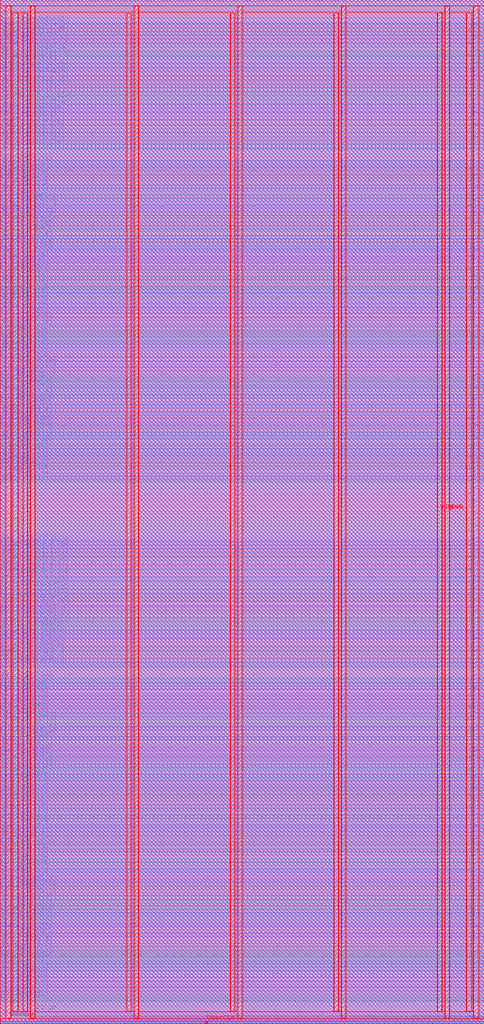
<source format=lef>
##
## LEF for PtnCells ;
## created by Innovus v15.20-p005_1 on Mon Jun 14 16:49:06 2021
##

VERSION 5.7 ;

BUSBITCHARS "[]" ;
DIVIDERCHAR "/" ;

MACRO DSP
  CLASS BLOCK ;
  SIZE 210.2200 BY 444.7200 ;
  FOREIGN DSP 0.0000 0.0000 ;
  ORIGIN 0 0 ;
  SYMMETRY X Y R90 ;
  PIN top_N1BEG[3]
    DIRECTION OUTPUT ;
    USE SIGNAL ;
    ANTENNAPARTIALMETALAREA 1.02765 LAYER li1  ;
    ANTENNAPARTIALMETALSIDEAREA 1.209 LAYER li1  ;
    ANTENNAPARTIALCUTAREA 0.0289 LAYER mcon  ;
    ANTENNAPARTIALMETALAREA 16.6692 LAYER met1  ;
    ANTENNAPARTIALMETALSIDEAREA 83.2685 LAYER met1  ;
    ANTENNAPARTIALCUTAREA 0.0225 LAYER via  ;
    ANTENNADIFFAREA 1.782 LAYER met2  ;
    ANTENNAPARTIALMETALAREA 14.9768 LAYER met2  ;
    ANTENNAPARTIALMETALSIDEAREA 74.648 LAYER met2  ;
    PORT
      LAYER li1 ;
        RECT 13.9450 444.3900 14.1150 444.7200 ;
    END
  END top_N1BEG[3]
  PIN top_N1BEG[2]
    DIRECTION OUTPUT ;
    USE SIGNAL ;
    ANTENNAPARTIALMETALAREA 1.60565 LAYER li1  ;
    ANTENNAPARTIALMETALSIDEAREA 1.889 LAYER li1  ;
    ANTENNAPARTIALCUTAREA 0.0289 LAYER mcon  ;
    ANTENNAPARTIALMETALAREA 0.1716 LAYER met1  ;
    ANTENNAPARTIALMETALSIDEAREA 0.7805 LAYER met1  ;
    ANTENNAPARTIALCUTAREA 0.0225 LAYER via  ;
    ANTENNAPARTIALMETALAREA 0.5417 LAYER met2  ;
    ANTENNAPARTIALMETALSIDEAREA 2.5375 LAYER met2  ;
    ANTENNAPARTIALCUTAREA 0.04 LAYER via2  ;
    ANTENNAPARTIALMETALAREA 43.633 LAYER met3  ;
    ANTENNAPARTIALMETALSIDEAREA 233.176 LAYER met3  ;
    ANTENNAPARTIALCUTAREA 0.04 LAYER via3  ;
    ANTENNADIFFAREA 1.782 LAYER met4  ;
    ANTENNAPARTIALMETALAREA 41.2308 LAYER met4  ;
    ANTENNAPARTIALMETALSIDEAREA 220.368 LAYER met4  ;
    PORT
      LAYER li1 ;
        RECT 12.5650 444.3900 12.7350 444.7200 ;
    END
  END top_N1BEG[2]
  PIN top_N1BEG[1]
    DIRECTION OUTPUT ;
    USE SIGNAL ;
    ANTENNAPARTIALCUTAREA 0.0289 LAYER mcon  ;
    ANTENNAPARTIALMETALAREA 25.996 LAYER met1  ;
    ANTENNAPARTIALMETALSIDEAREA 129.903 LAYER met1  ;
    ANTENNAPARTIALCUTAREA 0.0225 LAYER via  ;
    ANTENNADIFFAREA 1.782 LAYER met2  ;
    ANTENNAPARTIALMETALAREA 11.9628 LAYER met2  ;
    ANTENNAPARTIALMETALSIDEAREA 59.696 LAYER met2  ;
    PORT
      LAYER li1 ;
        RECT 11.1850 444.3900 11.3550 444.7200 ;
    END
  END top_N1BEG[1]
  PIN top_N1BEG[0]
    DIRECTION OUTPUT ;
    USE SIGNAL ;
    ANTENNAPARTIALMETALAREA 1.54785 LAYER li1  ;
    ANTENNAPARTIALMETALSIDEAREA 1.821 LAYER li1  ;
    ANTENNAPARTIALCUTAREA 0.0289 LAYER mcon  ;
    ANTENNAPARTIALMETALAREA 0.0832 LAYER met1  ;
    ANTENNAPARTIALMETALSIDEAREA 0.406 LAYER met1  ;
    ANTENNAPARTIALCUTAREA 0.0225 LAYER via  ;
    ANTENNAPARTIALMETALAREA 0.1413 LAYER met2  ;
    ANTENNAPARTIALMETALSIDEAREA 0.5565 LAYER met2  ;
    ANTENNAPARTIALCUTAREA 0.04 LAYER via2  ;
    ANTENNAPARTIALMETALAREA 52.351 LAYER met3  ;
    ANTENNAPARTIALMETALSIDEAREA 279.672 LAYER met3  ;
    ANTENNAPARTIALCUTAREA 0.04 LAYER via3  ;
    ANTENNADIFFAREA 1.782 LAYER met4  ;
    ANTENNAPARTIALMETALAREA 48.2088 LAYER met4  ;
    ANTENNAPARTIALMETALSIDEAREA 257.584 LAYER met4  ;
    PORT
      LAYER li1 ;
        RECT 10.2650 444.3900 10.4350 444.7200 ;
    END
  END top_N1BEG[0]
  PIN top_N2BEG[7]
    DIRECTION OUTPUT ;
    USE SIGNAL ;
    ANTENNAPARTIALMETALAREA 0.91205 LAYER li1  ;
    ANTENNAPARTIALMETALSIDEAREA 1.073 LAYER li1  ;
    ANTENNAPARTIALCUTAREA 0.0289 LAYER mcon  ;
    ANTENNAPARTIALMETALAREA 0.6868 LAYER met1  ;
    ANTENNAPARTIALMETALSIDEAREA 3.3565 LAYER met1  ;
    ANTENNAPARTIALCUTAREA 0.0225 LAYER via  ;
    ANTENNADIFFAREA 1.782 LAYER met2  ;
    ANTENNAPARTIALMETALAREA 0.9784 LAYER met2  ;
    ANTENNAPARTIALMETALSIDEAREA 4.774 LAYER met2  ;
    PORT
      LAYER li1 ;
        RECT 24.9850 444.3900 25.1550 444.7200 ;
    END
  END top_N2BEG[7]
  PIN top_N2BEG[6]
    DIRECTION OUTPUT ;
    USE SIGNAL ;
    ANTENNAPARTIALMETALAREA 0.27625 LAYER li1  ;
    ANTENNAPARTIALMETALSIDEAREA 0.325 LAYER li1  ;
    ANTENNAPARTIALCUTAREA 0.0289 LAYER mcon  ;
    ANTENNAPARTIALMETALAREA 1.0564 LAYER met1  ;
    ANTENNAPARTIALMETALSIDEAREA 5.2045 LAYER met1  ;
    ANTENNAPARTIALCUTAREA 0.0225 LAYER via  ;
    ANTENNAPARTIALMETALAREA 0.1829 LAYER met2  ;
    ANTENNAPARTIALMETALSIDEAREA 0.6685 LAYER met2  ;
    ANTENNAPARTIALCUTAREA 0.04 LAYER via2  ;
    ANTENNAPARTIALMETALAREA 0.1249 LAYER met3  ;
    ANTENNAPARTIALMETALSIDEAREA 1.136 LAYER met3  ;
    ANTENNAPARTIALCUTAREA 0.04 LAYER via3  ;
    ANTENNADIFFAREA 1.782 LAYER met4  ;
    ANTENNAPARTIALMETALAREA 33.6078 LAYER met4  ;
    ANTENNAPARTIALMETALSIDEAREA 179.712 LAYER met4  ;
    PORT
      LAYER li1 ;
        RECT 23.6050 444.3900 23.7750 444.7200 ;
    END
  END top_N2BEG[6]
  PIN top_N2BEG[5]
    DIRECTION OUTPUT ;
    USE SIGNAL ;
    ANTENNAPARTIALMETALAREA 1.25885 LAYER li1  ;
    ANTENNAPARTIALMETALSIDEAREA 1.481 LAYER li1  ;
    ANTENNAPARTIALCUTAREA 0.0289 LAYER mcon  ;
    ANTENNAPARTIALMETALAREA 1.3308 LAYER met1  ;
    ANTENNAPARTIALMETALSIDEAREA 6.5765 LAYER met1  ;
    ANTENNAPARTIALCUTAREA 0.0225 LAYER via  ;
    ANTENNADIFFAREA 1.782 LAYER met2  ;
    ANTENNAPARTIALMETALAREA 10.4116 LAYER met2  ;
    ANTENNAPARTIALMETALSIDEAREA 51.94 LAYER met2  ;
    PORT
      LAYER li1 ;
        RECT 22.2250 444.3900 22.3950 444.7200 ;
    END
  END top_N2BEG[5]
  PIN top_N2BEG[4]
    DIRECTION OUTPUT ;
    USE SIGNAL ;
    ANTENNAPARTIALMETALAREA 0.16065 LAYER li1  ;
    ANTENNAPARTIALMETALSIDEAREA 0.189 LAYER li1  ;
    ANTENNAPARTIALCUTAREA 0.0289 LAYER mcon  ;
    ANTENNAPARTIALMETALAREA 3.1984 LAYER met1  ;
    ANTENNAPARTIALMETALSIDEAREA 15.9145 LAYER met1  ;
    ANTENNAPARTIALCUTAREA 0.0225 LAYER via  ;
    ANTENNADIFFAREA 1.782 LAYER met2  ;
    ANTENNAPARTIALMETALAREA 2.3308 LAYER met2  ;
    ANTENNAPARTIALMETALSIDEAREA 11.536 LAYER met2  ;
    PORT
      LAYER li1 ;
        RECT 20.8450 444.3900 21.0150 444.7200 ;
    END
  END top_N2BEG[4]
  PIN top_N2BEG[3]
    DIRECTION OUTPUT ;
    USE SIGNAL ;
    ANTENNAPARTIALMETALAREA 0.62305 LAYER li1  ;
    ANTENNAPARTIALMETALSIDEAREA 0.733 LAYER li1  ;
    ANTENNAPARTIALCUTAREA 0.0289 LAYER mcon  ;
    ANTENNAPARTIALMETALAREA 6.9686 LAYER met1  ;
    ANTENNAPARTIALMETALSIDEAREA 34.7655 LAYER met1  ;
    ANTENNAPARTIALCUTAREA 0.0225 LAYER via  ;
    ANTENNADIFFAREA 1.782 LAYER met2  ;
    ANTENNAPARTIALMETALAREA 10.84 LAYER met2  ;
    ANTENNAPARTIALMETALSIDEAREA 54.082 LAYER met2  ;
    PORT
      LAYER li1 ;
        RECT 19.4650 444.3900 19.6350 444.7200 ;
    END
  END top_N2BEG[3]
  PIN top_N2BEG[2]
    DIRECTION OUTPUT ;
    USE SIGNAL ;
    ANTENNAPARTIALMETALAREA 1.60565 LAYER li1  ;
    ANTENNAPARTIALMETALSIDEAREA 1.889 LAYER li1  ;
    ANTENNAPARTIALCUTAREA 0.0289 LAYER mcon  ;
    ANTENNAPARTIALMETALAREA 13.13 LAYER met1  ;
    ANTENNAPARTIALMETALSIDEAREA 65.5725 LAYER met1  ;
    ANTENNAPARTIALCUTAREA 0.0225 LAYER via  ;
    ANTENNADIFFAREA 1.782 LAYER met2  ;
    ANTENNAPARTIALMETALAREA 0.4072 LAYER met2  ;
    ANTENNAPARTIALMETALSIDEAREA 1.918 LAYER met2  ;
    PORT
      LAYER li1 ;
        RECT 18.0850 444.3900 18.2550 444.7200 ;
    END
  END top_N2BEG[2]
  PIN top_N2BEG[1]
    DIRECTION OUTPUT ;
    USE SIGNAL ;
    ANTENNAPARTIALMETALAREA 0.50745 LAYER li1  ;
    ANTENNAPARTIALMETALSIDEAREA 0.597 LAYER li1  ;
    ANTENNAPARTIALCUTAREA 0.0289 LAYER mcon  ;
    ANTENNAPARTIALMETALAREA 11.506 LAYER met1  ;
    ANTENNAPARTIALMETALSIDEAREA 57.4525 LAYER met1  ;
    ANTENNAPARTIALCUTAREA 0.0225 LAYER via  ;
    ANTENNADIFFAREA 1.782 LAYER met2  ;
    ANTENNAPARTIALMETALAREA 8.0244 LAYER met2  ;
    ANTENNAPARTIALMETALSIDEAREA 39.886 LAYER met2  ;
    PORT
      LAYER li1 ;
        RECT 16.7050 444.3900 16.8750 444.7200 ;
    END
  END top_N2BEG[1]
  PIN top_N2BEG[0]
    DIRECTION OUTPUT ;
    USE SIGNAL ;
    ANTENNAPARTIALMETALAREA 0.73865 LAYER li1  ;
    ANTENNAPARTIALMETALSIDEAREA 0.869 LAYER li1  ;
    ANTENNAPARTIALCUTAREA 0.0289 LAYER mcon  ;
    ANTENNAPARTIALMETALAREA 6.1104 LAYER met1  ;
    ANTENNAPARTIALMETALSIDEAREA 30.4745 LAYER met1  ;
    ANTENNAPARTIALCUTAREA 0.0225 LAYER via  ;
    ANTENNAPARTIALMETALAREA 1.3411 LAYER met2  ;
    ANTENNAPARTIALMETALSIDEAREA 6.5345 LAYER met2  ;
    ANTENNAPARTIALCUTAREA 0.04 LAYER via2  ;
    ANTENNADIFFAREA 1.782 LAYER met3  ;
    ANTENNAPARTIALMETALAREA 25.6716 LAYER met3  ;
    ANTENNAPARTIALMETALSIDEAREA 137.856 LAYER met3  ;
    PORT
      LAYER li1 ;
        RECT 15.3250 444.3900 15.4950 444.7200 ;
    END
  END top_N2BEG[0]
  PIN top_N2BEGb[7]
    DIRECTION OUTPUT ;
    USE SIGNAL ;
    ANTENNAPARTIALMETALAREA 0.91205 LAYER li1  ;
    ANTENNAPARTIALMETALSIDEAREA 1.073 LAYER li1  ;
    ANTENNAPARTIALCUTAREA 0.0289 LAYER mcon  ;
    ANTENNAPARTIALMETALAREA 0.1716 LAYER met1  ;
    ANTENNAPARTIALMETALSIDEAREA 0.7805 LAYER met1  ;
    ANTENNAPARTIALCUTAREA 0.0225 LAYER via  ;
    ANTENNAPARTIALMETALAREA 1.6687 LAYER met2  ;
    ANTENNAPARTIALMETALSIDEAREA 8.1725 LAYER met2  ;
    ANTENNAPARTIALCUTAREA 0.04 LAYER via2  ;
    ANTENNAPARTIALMETALAREA 0.538 LAYER met3  ;
    ANTENNAPARTIALMETALSIDEAREA 3.336 LAYER met3  ;
    ANTENNAPARTIALCUTAREA 0.04 LAYER via3  ;
    ANTENNADIFFAREA 1.782 LAYER met4  ;
    ANTENNAPARTIALMETALAREA 49.0518 LAYER met4  ;
    ANTENNAPARTIALMETALSIDEAREA 262.08 LAYER met4  ;
    PORT
      LAYER li1 ;
        RECT 35.5650 444.3900 35.7350 444.7200 ;
    END
  END top_N2BEGb[7]
  PIN top_N2BEGb[6]
    DIRECTION OUTPUT ;
    USE SIGNAL ;
    ANTENNAPARTIALMETALAREA 0.79645 LAYER li1  ;
    ANTENNAPARTIALMETALSIDEAREA 0.937 LAYER li1  ;
    ANTENNAPARTIALCUTAREA 0.0289 LAYER mcon  ;
    ANTENNAPARTIALMETALAREA 2.7952 LAYER met1  ;
    ANTENNAPARTIALMETALSIDEAREA 13.8985 LAYER met1  ;
    ANTENNAPARTIALCUTAREA 0.0225 LAYER via  ;
    ANTENNAPARTIALMETALAREA 16.0887 LAYER met2  ;
    ANTENNAPARTIALMETALSIDEAREA 80.2725 LAYER met2  ;
    ANTENNAPARTIALCUTAREA 0.04 LAYER via2  ;
    ANTENNAPARTIALMETALAREA 0.262 LAYER met3  ;
    ANTENNAPARTIALMETALSIDEAREA 1.864 LAYER met3  ;
    ANTENNAPARTIALCUTAREA 0.04 LAYER via3  ;
    ANTENNADIFFAREA 1.782 LAYER met4  ;
    ANTENNAPARTIALMETALAREA 4.7418 LAYER met4  ;
    ANTENNAPARTIALMETALSIDEAREA 25.76 LAYER met4  ;
    PORT
      LAYER li1 ;
        RECT 34.1850 444.3900 34.3550 444.7200 ;
    END
  END top_N2BEGb[6]
  PIN top_N2BEGb[5]
    DIRECTION OUTPUT ;
    USE SIGNAL ;
    ANTENNAPARTIALMETALAREA 0.33405 LAYER li1  ;
    ANTENNAPARTIALMETALSIDEAREA 0.393 LAYER li1  ;
    ANTENNAPARTIALCUTAREA 0.0289 LAYER mcon  ;
    ANTENNAPARTIALMETALAREA 5.9032 LAYER met1  ;
    ANTENNAPARTIALMETALSIDEAREA 29.4385 LAYER met1  ;
    ANTENNAPARTIALCUTAREA 0.0225 LAYER via  ;
    ANTENNADIFFAREA 1.782 LAYER met2  ;
    ANTENNAPARTIALMETALAREA 11.716 LAYER met2  ;
    ANTENNAPARTIALMETALSIDEAREA 58.226 LAYER met2  ;
    PORT
      LAYER li1 ;
        RECT 33.2650 444.3900 33.4350 444.7200 ;
    END
  END top_N2BEGb[5]
  PIN top_N2BEGb[4]
    DIRECTION OUTPUT ;
    USE SIGNAL ;
    ANTENNAPARTIALMETALAREA 1.25885 LAYER li1  ;
    ANTENNAPARTIALMETALSIDEAREA 1.481 LAYER li1  ;
    ANTENNAPARTIALCUTAREA 0.0289 LAYER mcon  ;
    ANTENNAPARTIALMETALAREA 1.524 LAYER met1  ;
    ANTENNAPARTIALMETALSIDEAREA 7.5425 LAYER met1  ;
    ANTENNAPARTIALCUTAREA 0.0225 LAYER via  ;
    ANTENNAPARTIALMETALAREA 3.0419 LAYER met2  ;
    ANTENNAPARTIALMETALSIDEAREA 14.9205 LAYER met2  ;
    ANTENNAPARTIALCUTAREA 0.04 LAYER via2  ;
    ANTENNAPARTIALMETALAREA 1.642 LAYER met3  ;
    ANTENNAPARTIALMETALSIDEAREA 9.224 LAYER met3  ;
    ANTENNAPARTIALCUTAREA 0.04 LAYER via3  ;
    ANTENNADIFFAREA 1.782 LAYER met4  ;
    ANTENNAPARTIALMETALAREA 55.6968 LAYER met4  ;
    ANTENNAPARTIALMETALSIDEAREA 297.52 LAYER met4  ;
    PORT
      LAYER li1 ;
        RECT 31.8850 444.3900 32.0550 444.7200 ;
    END
  END top_N2BEGb[4]
  PIN top_N2BEGb[3]
    DIRECTION OUTPUT ;
    USE SIGNAL ;
    ANTENNAPARTIALMETALAREA 0.136 LAYER li1  ;
    ANTENNAPARTIALMETALSIDEAREA 0.16 LAYER li1  ;
    ANTENNAPARTIALCUTAREA 0.0289 LAYER mcon  ;
    ANTENNAPARTIALMETALAREA 0.0832 LAYER met1  ;
    ANTENNAPARTIALMETALSIDEAREA 0.406 LAYER met1  ;
    ANTENNAPARTIALCUTAREA 0.0225 LAYER via  ;
    ANTENNAPARTIALMETALAREA 0.1335 LAYER met2  ;
    ANTENNAPARTIALMETALSIDEAREA 0.5355 LAYER met2  ;
    ANTENNAPARTIALCUTAREA 0.04 LAYER via2  ;
    ANTENNAPARTIALMETALAREA 5.92 LAYER met3  ;
    ANTENNAPARTIALMETALSIDEAREA 32.04 LAYER met3  ;
    ANTENNAPARTIALCUTAREA 0.04 LAYER via3  ;
    ANTENNADIFFAREA 1.782 LAYER met4  ;
    ANTENNAPARTIALMETALAREA 44.5248 LAYER met4  ;
    ANTENNAPARTIALMETALSIDEAREA 237.936 LAYER met4  ;
    PORT
      LAYER li1 ;
        RECT 30.5050 444.3900 30.6750 444.7200 ;
    END
  END top_N2BEGb[3]
  PIN top_N2BEGb[2]
    DIRECTION OUTPUT ;
    USE SIGNAL ;
    ANTENNAPARTIALMETALAREA 0.39185 LAYER li1  ;
    ANTENNAPARTIALMETALSIDEAREA 0.461 LAYER li1  ;
    ANTENNAPARTIALCUTAREA 0.0289 LAYER mcon  ;
    ANTENNAPARTIALMETALAREA 1.8292 LAYER met1  ;
    ANTENNAPARTIALMETALSIDEAREA 9.0685 LAYER met1  ;
    ANTENNAPARTIALCUTAREA 0.0225 LAYER via  ;
    ANTENNADIFFAREA 1.782 LAYER met2  ;
    ANTENNAPARTIALMETALAREA 18.9276 LAYER met2  ;
    ANTENNAPARTIALMETALSIDEAREA 94.402 LAYER met2  ;
    PORT
      LAYER li1 ;
        RECT 29.1250 444.3900 29.2950 444.7200 ;
    END
  END top_N2BEGb[2]
  PIN top_N2BEGb[1]
    DIRECTION OUTPUT ;
    USE SIGNAL ;
    ANTENNAPARTIALMETALAREA 0.39185 LAYER li1  ;
    ANTENNAPARTIALMETALSIDEAREA 0.461 LAYER li1  ;
    ANTENNAPARTIALCUTAREA 0.0289 LAYER mcon  ;
    ANTENNAPARTIALMETALAREA 0.6224 LAYER met1  ;
    ANTENNAPARTIALMETALSIDEAREA 3.0345 LAYER met1  ;
    ANTENNAPARTIALCUTAREA 0.0225 LAYER via  ;
    ANTENNAPARTIALMETALAREA 0.9435 LAYER met2  ;
    ANTENNAPARTIALMETALSIDEAREA 4.5465 LAYER met2  ;
    ANTENNAPARTIALCUTAREA 0.04 LAYER via2  ;
    ANTENNAPARTIALMETALAREA 0.1249 LAYER met3  ;
    ANTENNAPARTIALMETALSIDEAREA 1.136 LAYER met3  ;
    ANTENNAPARTIALCUTAREA 0.04 LAYER via3  ;
    ANTENNADIFFAREA 1.782 LAYER met4  ;
    ANTENNAPARTIALMETALAREA 50.3328 LAYER met4  ;
    ANTENNAPARTIALMETALSIDEAREA 268.912 LAYER met4  ;
    PORT
      LAYER li1 ;
        RECT 27.7450 444.3900 27.9150 444.7200 ;
    END
  END top_N2BEGb[1]
  PIN top_N2BEGb[0]
    DIRECTION OUTPUT ;
    USE SIGNAL ;
    ANTENNAPARTIALMETALAREA 1.66345 LAYER li1  ;
    ANTENNAPARTIALMETALSIDEAREA 1.957 LAYER li1  ;
    ANTENNAPARTIALCUTAREA 0.0289 LAYER mcon  ;
    ANTENNAPARTIALMETALAREA 0.3004 LAYER met1  ;
    ANTENNAPARTIALMETALSIDEAREA 1.4245 LAYER met1  ;
    ANTENNAPARTIALCUTAREA 0.0225 LAYER via  ;
    ANTENNAPARTIALMETALAREA 1.6897 LAYER met2  ;
    ANTENNAPARTIALMETALSIDEAREA 8.2775 LAYER met2  ;
    ANTENNAPARTIALCUTAREA 0.04 LAYER via2  ;
    ANTENNAPARTIALMETALAREA 0.883 LAYER met3  ;
    ANTENNAPARTIALMETALSIDEAREA 5.176 LAYER met3  ;
    ANTENNAPARTIALCUTAREA 0.04 LAYER via3  ;
    ANTENNADIFFAREA 1.782 LAYER met4  ;
    ANTENNAPARTIALMETALAREA 44.9856 LAYER met4  ;
    ANTENNAPARTIALMETALSIDEAREA 240.864 LAYER met4  ;
    PORT
      LAYER li1 ;
        RECT 26.3650 444.3900 26.5350 444.7200 ;
    END
  END top_N2BEGb[0]
  PIN top_N4BEG[15]
    DIRECTION OUTPUT ;
    USE SIGNAL ;
    ANTENNAPARTIALMETALAREA 1.66345 LAYER li1  ;
    ANTENNAPARTIALMETALSIDEAREA 1.957 LAYER li1  ;
    ANTENNAPARTIALCUTAREA 0.0289 LAYER mcon  ;
    ANTENNAPARTIALMETALAREA 0.236 LAYER met1  ;
    ANTENNAPARTIALMETALSIDEAREA 1.1025 LAYER met1  ;
    ANTENNAPARTIALCUTAREA 0.0225 LAYER via  ;
    ANTENNAPARTIALMETALAREA 5.3423 LAYER met2  ;
    ANTENNAPARTIALMETALSIDEAREA 26.5405 LAYER met2  ;
    ANTENNAPARTIALCUTAREA 0.04 LAYER via2  ;
    ANTENNADIFFAREA 1.782 LAYER met3  ;
    ANTENNAPARTIALMETALAREA 15.6618 LAYER met3  ;
    ANTENNAPARTIALMETALSIDEAREA 84 LAYER met3  ;
    PORT
      LAYER li1 ;
        RECT 57.1850 444.3900 57.3550 444.7200 ;
    END
  END top_N4BEG[15]
  PIN top_N4BEG[14]
    DIRECTION OUTPUT ;
    USE SIGNAL ;
    ANTENNAPARTIALMETALAREA 0.79645 LAYER li1  ;
    ANTENNAPARTIALMETALSIDEAREA 0.937 LAYER li1  ;
    ANTENNAPARTIALCUTAREA 0.0289 LAYER mcon  ;
    ANTENNAPARTIALMETALAREA 10.778 LAYER met1  ;
    ANTENNAPARTIALMETALSIDEAREA 53.8125 LAYER met1  ;
    ANTENNAPARTIALCUTAREA 0.0225 LAYER via  ;
    ANTENNADIFFAREA 1.782 LAYER met2  ;
    ANTENNAPARTIALMETALAREA 6.5908 LAYER met2  ;
    ANTENNAPARTIALMETALSIDEAREA 32.718 LAYER met2  ;
    PORT
      LAYER li1 ;
        RECT 56.2650 444.3900 56.4350 444.7200 ;
    END
  END top_N4BEG[14]
  PIN top_N4BEG[13]
    DIRECTION OUTPUT ;
    USE SIGNAL ;
    ANTENNAPARTIALMETALAREA 1.20105 LAYER li1  ;
    ANTENNAPARTIALMETALSIDEAREA 1.413 LAYER li1  ;
    ANTENNAPARTIALCUTAREA 0.0289 LAYER mcon  ;
    ANTENNAPARTIALMETALAREA 0.6224 LAYER met1  ;
    ANTENNAPARTIALMETALSIDEAREA 3.0345 LAYER met1  ;
    ANTENNAPARTIALCUTAREA 0.0225 LAYER via  ;
    ANTENNAPARTIALMETALAREA 4.9979 LAYER met2  ;
    ANTENNAPARTIALMETALSIDEAREA 24.8185 LAYER met2  ;
    ANTENNAPARTIALCUTAREA 0.04 LAYER via2  ;
    ANTENNAPARTIALMETALAREA 6.6598 LAYER met3  ;
    ANTENNAPARTIALMETALSIDEAREA 36.456 LAYER met3  ;
    ANTENNAPARTIALCUTAREA 0.04 LAYER via3  ;
    ANTENNADIFFAREA 1.782 LAYER met4  ;
    ANTENNAPARTIALMETALAREA 30.7758 LAYER met4  ;
    ANTENNAPARTIALMETALSIDEAREA 164.608 LAYER met4  ;
    PORT
      LAYER li1 ;
        RECT 54.8850 444.3900 55.0550 444.7200 ;
    END
  END top_N4BEG[13]
  PIN top_N4BEG[12]
    DIRECTION OUTPUT ;
    USE SIGNAL ;
    ANTENNAPARTIALMETALAREA 1.43225 LAYER li1  ;
    ANTENNAPARTIALMETALSIDEAREA 1.685 LAYER li1  ;
    ANTENNAPARTIALCUTAREA 0.0289 LAYER mcon  ;
    ANTENNAPARTIALMETALAREA 0.3004 LAYER met1  ;
    ANTENNAPARTIALMETALSIDEAREA 1.4245 LAYER met1  ;
    ANTENNAPARTIALCUTAREA 0.0225 LAYER via  ;
    ANTENNAPARTIALMETALAREA 2.3715 LAYER met2  ;
    ANTENNAPARTIALMETALSIDEAREA 11.6865 LAYER met2  ;
    ANTENNAPARTIALCUTAREA 0.04 LAYER via2  ;
    ANTENNAPARTIALMETALAREA 11.554 LAYER met3  ;
    ANTENNAPARTIALMETALSIDEAREA 62.088 LAYER met3  ;
    ANTENNAPARTIALCUTAREA 0.04 LAYER via3  ;
    ANTENNADIFFAREA 1.782 LAYER met4  ;
    ANTENNAPARTIALMETALAREA 16.4058 LAYER met4  ;
    ANTENNAPARTIALMETALSIDEAREA 87.968 LAYER met4  ;
    PORT
      LAYER li1 ;
        RECT 53.5050 444.3900 53.6750 444.7200 ;
    END
  END top_N4BEG[12]
  PIN top_N4BEG[11]
    DIRECTION OUTPUT ;
    USE SIGNAL ;
    ANTENNAPARTIALMETALAREA 1.43225 LAYER li1  ;
    ANTENNAPARTIALMETALSIDEAREA 1.685 LAYER li1  ;
    ANTENNAPARTIALCUTAREA 0.0289 LAYER mcon  ;
    ANTENNAPARTIALMETALAREA 0.1716 LAYER met1  ;
    ANTENNAPARTIALMETALSIDEAREA 0.7805 LAYER met1  ;
    ANTENNAPARTIALCUTAREA 0.0225 LAYER via  ;
    ANTENNAPARTIALMETALAREA 1.8801 LAYER met2  ;
    ANTENNAPARTIALMETALSIDEAREA 9.2295 LAYER met2  ;
    ANTENNAPARTIALCUTAREA 0.04 LAYER via2  ;
    ANTENNAPARTIALMETALAREA 1.159 LAYER met3  ;
    ANTENNAPARTIALMETALSIDEAREA 6.648 LAYER met3  ;
    ANTENNAPARTIALCUTAREA 0.04 LAYER via3  ;
    ANTENNADIFFAREA 1.782 LAYER met4  ;
    ANTENNAPARTIALMETALAREA 105.584 LAYER met4  ;
    ANTENNAPARTIALMETALSIDEAREA 563.584 LAYER met4  ;
    PORT
      LAYER li1 ;
        RECT 52.1250 444.3900 52.2950 444.7200 ;
    END
  END top_N4BEG[11]
  PIN top_N4BEG[10]
    DIRECTION OUTPUT ;
    USE SIGNAL ;
    ANTENNAPARTIALMETALAREA 0.10285 LAYER li1  ;
    ANTENNAPARTIALMETALSIDEAREA 0.121 LAYER li1  ;
    ANTENNAPARTIALCUTAREA 0.0289 LAYER mcon  ;
    ANTENNAPARTIALMETALAREA 1.9104 LAYER met1  ;
    ANTENNAPARTIALMETALSIDEAREA 9.4745 LAYER met1  ;
    ANTENNAPARTIALCUTAREA 0.0225 LAYER via  ;
    ANTENNAPARTIALMETALAREA 0.2057 LAYER met2  ;
    ANTENNAPARTIALMETALSIDEAREA 0.8575 LAYER met2  ;
    ANTENNAPARTIALCUTAREA 0.04 LAYER via2  ;
    ANTENNAPARTIALMETALAREA 23.446 LAYER met3  ;
    ANTENNAPARTIALMETALSIDEAREA 125.512 LAYER met3  ;
    ANTENNAPARTIALCUTAREA 0.04 LAYER via3  ;
    ANTENNADIFFAREA 1.782 LAYER met4  ;
    ANTENNAPARTIALMETALAREA 81.4278 LAYER met4  ;
    ANTENNAPARTIALMETALSIDEAREA 434.752 LAYER met4  ;
    PORT
      LAYER li1 ;
        RECT 50.7450 444.3900 50.9150 444.7200 ;
    END
  END top_N4BEG[10]
  PIN top_N4BEG[9]
    DIRECTION OUTPUT ;
    USE SIGNAL ;
    ANTENNAPARTIALMETALAREA 1.43225 LAYER li1  ;
    ANTENNAPARTIALMETALSIDEAREA 1.685 LAYER li1  ;
    ANTENNAPARTIALCUTAREA 0.0289 LAYER mcon  ;
    ANTENNAPARTIALMETALAREA 0.3648 LAYER met1  ;
    ANTENNAPARTIALMETALSIDEAREA 1.7465 LAYER met1  ;
    ANTENNAPARTIALCUTAREA 0.0225 LAYER via  ;
    ANTENNAPARTIALMETALAREA 3.6033 LAYER met2  ;
    ANTENNAPARTIALMETALSIDEAREA 17.7275 LAYER met2  ;
    ANTENNAPARTIALCUTAREA 0.04 LAYER via2  ;
    ANTENNAPARTIALMETALAREA 0.469 LAYER met3  ;
    ANTENNAPARTIALMETALSIDEAREA 2.968 LAYER met3  ;
    ANTENNAPARTIALCUTAREA 0.04 LAYER via3  ;
    ANTENNADIFFAREA 1.782 LAYER met4  ;
    ANTENNAPARTIALMETALAREA 102.487 LAYER met4  ;
    ANTENNAPARTIALMETALSIDEAREA 548.48 LAYER met4  ;
    PORT
      LAYER li1 ;
        RECT 49.3650 444.3900 49.5350 444.7200 ;
    END
  END top_N4BEG[9]
  PIN top_N4BEG[8]
    DIRECTION OUTPUT ;
    USE SIGNAL ;
    ANTENNAPARTIALMETALAREA 0.79645 LAYER li1  ;
    ANTENNAPARTIALMETALSIDEAREA 0.937 LAYER li1  ;
    ANTENNAPARTIALCUTAREA 0.0289 LAYER mcon  ;
    ANTENNAPARTIALMETALAREA 0.0832 LAYER met1  ;
    ANTENNAPARTIALMETALSIDEAREA 0.406 LAYER met1  ;
    ANTENNAPARTIALCUTAREA 0.0225 LAYER via  ;
    ANTENNAPARTIALMETALAREA 0.1803 LAYER met2  ;
    ANTENNAPARTIALMETALSIDEAREA 0.6615 LAYER met2  ;
    ANTENNAPARTIALCUTAREA 0.04 LAYER via2  ;
    ANTENNAPARTIALMETALAREA 1.297 LAYER met3  ;
    ANTENNAPARTIALMETALSIDEAREA 7.384 LAYER met3  ;
    ANTENNAPARTIALCUTAREA 0.04 LAYER via3  ;
    ANTENNADIFFAREA 1.782 LAYER met4  ;
    ANTENNAPARTIALMETALAREA 113.819 LAYER met4  ;
    ANTENNAPARTIALMETALSIDEAREA 607.504 LAYER met4  ;
    PORT
      LAYER li1 ;
        RECT 47.9850 444.3900 48.1550 444.7200 ;
    END
  END top_N4BEG[8]
  PIN top_N4BEG[7]
    DIRECTION OUTPUT ;
    USE SIGNAL ;
    ANTENNAPARTIALMETALAREA 1.25885 LAYER li1  ;
    ANTENNAPARTIALMETALSIDEAREA 1.481 LAYER li1  ;
    ANTENNAPARTIALCUTAREA 0.0289 LAYER mcon  ;
    ANTENNAPARTIALMETALAREA 0.0832 LAYER met1  ;
    ANTENNAPARTIALMETALSIDEAREA 0.406 LAYER met1  ;
    ANTENNAPARTIALCUTAREA 0.0225 LAYER via  ;
    ANTENNAPARTIALMETALAREA 0.2295 LAYER met2  ;
    ANTENNAPARTIALMETALSIDEAREA 0.9765 LAYER met2  ;
    ANTENNAPARTIALCUTAREA 0.04 LAYER via2  ;
    ANTENNAPARTIALMETALAREA 6.586 LAYER met3  ;
    ANTENNAPARTIALMETALSIDEAREA 35.592 LAYER met3  ;
    ANTENNAPARTIALCUTAREA 0.04 LAYER via3  ;
    ANTENNADIFFAREA 1.782 LAYER met4  ;
    ANTENNAPARTIALMETALAREA 128.474 LAYER met4  ;
    ANTENNAPARTIALMETALSIDEAREA 686.608 LAYER met4  ;
    PORT
      LAYER li1 ;
        RECT 46.6050 444.3900 46.7750 444.7200 ;
    END
  END top_N4BEG[7]
  PIN top_N4BEG[6]
    DIRECTION OUTPUT ;
    USE SIGNAL ;
    ANTENNAPARTIALMETALAREA 1.31665 LAYER li1  ;
    ANTENNAPARTIALMETALSIDEAREA 1.549 LAYER li1  ;
    ANTENNAPARTIALCUTAREA 0.0289 LAYER mcon  ;
    ANTENNAPARTIALMETALAREA 2.7784 LAYER met1  ;
    ANTENNAPARTIALMETALSIDEAREA 13.8145 LAYER met1  ;
    ANTENNAPARTIALCUTAREA 0.0225 LAYER via  ;
    ANTENNAPARTIALMETALAREA 2.7439 LAYER met2  ;
    ANTENNAPARTIALMETALSIDEAREA 13.5485 LAYER met2  ;
    ANTENNAPARTIALCUTAREA 0.04 LAYER via2  ;
    ANTENNAPARTIALMETALAREA 3.16 LAYER met3  ;
    ANTENNAPARTIALMETALSIDEAREA 17.32 LAYER met3  ;
    ANTENNAPARTIALCUTAREA 0.04 LAYER via3  ;
    ANTENNADIFFAREA 1.782 LAYER met4  ;
    ANTENNAPARTIALMETALAREA 122.284 LAYER met4  ;
    ANTENNAPARTIALMETALSIDEAREA 653.12 LAYER met4  ;
    PORT
      LAYER li1 ;
        RECT 45.2250 444.3900 45.3950 444.7200 ;
    END
  END top_N4BEG[6]
  PIN top_N4BEG[5]
    DIRECTION OUTPUT ;
    USE SIGNAL ;
    ANTENNAPARTIALMETALAREA 1.25885 LAYER li1  ;
    ANTENNAPARTIALMETALSIDEAREA 1.481 LAYER li1  ;
    ANTENNAPARTIALCUTAREA 0.0289 LAYER mcon  ;
    ANTENNAPARTIALMETALAREA 0.0832 LAYER met1  ;
    ANTENNAPARTIALMETALSIDEAREA 0.406 LAYER met1  ;
    ANTENNAPARTIALCUTAREA 0.0225 LAYER via  ;
    ANTENNAPARTIALMETALAREA 0.2295 LAYER met2  ;
    ANTENNAPARTIALMETALSIDEAREA 0.9765 LAYER met2  ;
    ANTENNAPARTIALCUTAREA 0.04 LAYER via2  ;
    ANTENNAPARTIALMETALAREA 5.827 LAYER met3  ;
    ANTENNAPARTIALMETALSIDEAREA 31.544 LAYER met3  ;
    ANTENNAPARTIALCUTAREA 0.04 LAYER via3  ;
    ANTENNADIFFAREA 1.782 LAYER met4  ;
    ANTENNAPARTIALMETALAREA 126.08 LAYER met4  ;
    ANTENNAPARTIALMETALSIDEAREA 672.896 LAYER met4  ;
    PORT
      LAYER li1 ;
        RECT 43.8450 444.3900 44.0150 444.7200 ;
    END
  END top_N4BEG[5]
  PIN top_N4BEG[4]
    DIRECTION OUTPUT ;
    USE SIGNAL ;
    ANTENNAPARTIALMETALAREA 0.44965 LAYER li1  ;
    ANTENNAPARTIALMETALSIDEAREA 0.529 LAYER li1  ;
    ANTENNAPARTIALCUTAREA 0.0289 LAYER mcon  ;
    ANTENNAPARTIALMETALAREA 0.1716 LAYER met1  ;
    ANTENNAPARTIALMETALSIDEAREA 0.7805 LAYER met1  ;
    ANTENNAPARTIALCUTAREA 0.0225 LAYER via  ;
    ANTENNAPARTIALMETALAREA 0.4689 LAYER met2  ;
    ANTENNAPARTIALMETALSIDEAREA 2.1735 LAYER met2  ;
    ANTENNAPARTIALCUTAREA 0.04 LAYER via2  ;
    ANTENNAPARTIALMETALAREA 0.1249 LAYER met3  ;
    ANTENNAPARTIALMETALSIDEAREA 1.136 LAYER met3  ;
    ANTENNAPARTIALCUTAREA 0.04 LAYER via3  ;
    ANTENNADIFFAREA 1.782 LAYER met4  ;
    ANTENNAPARTIALMETALAREA 129.079 LAYER met4  ;
    ANTENNAPARTIALMETALSIDEAREA 689.36 LAYER met4  ;
    PORT
      LAYER li1 ;
        RECT 42.4650 444.3900 42.6350 444.7200 ;
    END
  END top_N4BEG[4]
  PIN top_N4BEG[3]
    DIRECTION OUTPUT ;
    USE SIGNAL ;
    ANTENNAPARTIALMETALAREA 0.91205 LAYER li1  ;
    ANTENNAPARTIALMETALSIDEAREA 1.073 LAYER li1  ;
    ANTENNAPARTIALCUTAREA 0.0289 LAYER mcon  ;
    ANTENNAPARTIALMETALAREA 2.0056 LAYER met1  ;
    ANTENNAPARTIALMETALSIDEAREA 9.9505 LAYER met1  ;
    ANTENNAPARTIALCUTAREA 0.0225 LAYER via  ;
    ANTENNAPARTIALMETALAREA 0.1036 LAYER met2  ;
    ANTENNAPARTIALMETALSIDEAREA 0.455 LAYER met2  ;
    ANTENNAPARTIALCUTAREA 0.04 LAYER via2  ;
    ANTENNAPARTIALMETALAREA 0.1249 LAYER met3  ;
    ANTENNAPARTIALMETALSIDEAREA 1.136 LAYER met3  ;
    ANTENNAPARTIALCUTAREA 0.04 LAYER via3  ;
    ANTENNADIFFAREA 1.782 LAYER met4  ;
    ANTENNAPARTIALMETALAREA 121.805 LAYER met4  ;
    ANTENNAPARTIALMETALSIDEAREA 651.04 LAYER met4  ;
    PORT
      LAYER li1 ;
        RECT 41.0850 444.3900 41.2550 444.7200 ;
    END
  END top_N4BEG[3]
  PIN top_N4BEG[2]
    DIRECTION OUTPUT ;
    USE SIGNAL ;
    ANTENNAPARTIALMETALAREA 0.79645 LAYER li1  ;
    ANTENNAPARTIALMETALSIDEAREA 0.937 LAYER li1  ;
    ANTENNAPARTIALCUTAREA 0.0289 LAYER mcon  ;
    ANTENNAPARTIALMETALAREA 0.0832 LAYER met1  ;
    ANTENNAPARTIALMETALSIDEAREA 0.406 LAYER met1  ;
    ANTENNAPARTIALCUTAREA 0.0225 LAYER via  ;
    ANTENNAPARTIALMETALAREA 0.1803 LAYER met2  ;
    ANTENNAPARTIALMETALSIDEAREA 0.6615 LAYER met2  ;
    ANTENNAPARTIALCUTAREA 0.04 LAYER via2  ;
    ANTENNAPARTIALMETALAREA 2.746 LAYER met3  ;
    ANTENNAPARTIALMETALSIDEAREA 15.112 LAYER met3  ;
    ANTENNAPARTIALCUTAREA 0.04 LAYER via3  ;
    ANTENNADIFFAREA 1.782 LAYER met4  ;
    ANTENNAPARTIALMETALAREA 129.238 LAYER met4  ;
    ANTENNAPARTIALMETALSIDEAREA 690.208 LAYER met4  ;
    PORT
      LAYER li1 ;
        RECT 39.7050 444.3900 39.8750 444.7200 ;
    END
  END top_N4BEG[2]
  PIN top_N4BEG[1]
    DIRECTION OUTPUT ;
    USE SIGNAL ;
    ANTENNAPARTIALMETALAREA 1.43225 LAYER li1  ;
    ANTENNAPARTIALMETALSIDEAREA 1.685 LAYER li1  ;
    ANTENNAPARTIALCUTAREA 0.0289 LAYER mcon  ;
    ANTENNAPARTIALMETALAREA 0.236 LAYER met1  ;
    ANTENNAPARTIALMETALSIDEAREA 1.1025 LAYER met1  ;
    ANTENNAPARTIALCUTAREA 0.0225 LAYER via  ;
    ANTENNADIFFAREA 1.782 LAYER met2  ;
    ANTENNAPARTIALMETALAREA 0.55 LAYER met2  ;
    ANTENNAPARTIALMETALSIDEAREA 2.632 LAYER met2  ;
    PORT
      LAYER li1 ;
        RECT 38.3250 444.3900 38.4950 444.7200 ;
    END
  END top_N4BEG[1]
  PIN top_N4BEG[0]
    DIRECTION OUTPUT ;
    USE SIGNAL ;
    ANTENNAPARTIALMETALAREA 0.21845 LAYER li1  ;
    ANTENNAPARTIALMETALSIDEAREA 0.257 LAYER li1  ;
    ANTENNAPARTIALCUTAREA 0.0289 LAYER mcon  ;
    ANTENNAPARTIALMETALAREA 20.5668 LAYER met1  ;
    ANTENNAPARTIALMETALSIDEAREA 102.757 LAYER met1  ;
    ANTENNAPARTIALCUTAREA 0.0225 LAYER via  ;
    ANTENNADIFFAREA 1.782 LAYER met2  ;
    ANTENNAPARTIALMETALAREA 1.8828 LAYER met2  ;
    ANTENNAPARTIALMETALSIDEAREA 9.296 LAYER met2  ;
    PORT
      LAYER li1 ;
        RECT 36.9450 444.3900 37.1150 444.7200 ;
    END
  END top_N4BEG[0]
  PIN top_NN4BEG[15]
    DIRECTION OUTPUT ;
    USE SIGNAL ;
    ANTENNAPARTIALMETALAREA 0.16065 LAYER li1  ;
    ANTENNAPARTIALMETALSIDEAREA 0.189 LAYER li1  ;
    ANTENNAPARTIALCUTAREA 0.0289 LAYER mcon  ;
    ANTENNAPARTIALMETALAREA 0.6868 LAYER met1  ;
    ANTENNAPARTIALMETALSIDEAREA 3.3565 LAYER met1  ;
    ANTENNAPARTIALCUTAREA 0.0225 LAYER via  ;
    ANTENNAPARTIALMETALAREA 6.8457 LAYER met2  ;
    ANTENNAPARTIALMETALSIDEAREA 33.9395 LAYER met2  ;
    ANTENNAPARTIALCUTAREA 0.04 LAYER via2  ;
    ANTENNADIFFAREA 1.782 LAYER met3  ;
    ANTENNAPARTIALMETALAREA 1.9128 LAYER met3  ;
    ANTENNAPARTIALMETALSIDEAREA 10.672 LAYER met3  ;
    PORT
      LAYER li1 ;
        RECT 79.2650 444.3900 79.4350 444.7200 ;
    END
  END top_NN4BEG[15]
  PIN top_NN4BEG[14]
    DIRECTION OUTPUT ;
    USE SIGNAL ;
    ANTENNAPARTIALMETALAREA 0.68085 LAYER li1  ;
    ANTENNAPARTIALMETALSIDEAREA 0.801 LAYER li1  ;
    ANTENNAPARTIALCUTAREA 0.0289 LAYER mcon  ;
    ANTENNAPARTIALMETALAREA 0.4936 LAYER met1  ;
    ANTENNAPARTIALMETALSIDEAREA 2.3905 LAYER met1  ;
    ANTENNAPARTIALCUTAREA 0.0225 LAYER via  ;
    ANTENNADIFFAREA 1.782 LAYER met2  ;
    ANTENNAPARTIALMETALAREA 15.8716 LAYER met2  ;
    ANTENNAPARTIALMETALSIDEAREA 79.24 LAYER met2  ;
    PORT
      LAYER li1 ;
        RECT 77.8850 444.3900 78.0550 444.7200 ;
    END
  END top_NN4BEG[14]
  PIN top_NN4BEG[13]
    DIRECTION OUTPUT ;
    USE SIGNAL ;
    ANTENNAPARTIALMETALAREA 0.91205 LAYER li1  ;
    ANTENNAPARTIALMETALSIDEAREA 1.073 LAYER li1  ;
    ANTENNAPARTIALCUTAREA 0.0289 LAYER mcon  ;
    ANTENNAPARTIALMETALAREA 6.5948 LAYER met1  ;
    ANTENNAPARTIALMETALSIDEAREA 32.8965 LAYER met1  ;
    ANTENNAPARTIALCUTAREA 0.0225 LAYER via  ;
    ANTENNADIFFAREA 1.782 LAYER met2  ;
    ANTENNAPARTIALMETALAREA 6.8892 LAYER met2  ;
    ANTENNAPARTIALMETALSIDEAREA 34.328 LAYER met2  ;
    PORT
      LAYER li1 ;
        RECT 76.5050 444.3900 76.6750 444.7200 ;
    END
  END top_NN4BEG[13]
  PIN top_NN4BEG[12]
    DIRECTION OUTPUT ;
    USE SIGNAL ;
    ANTENNAPARTIALMETALAREA 0.39185 LAYER li1  ;
    ANTENNAPARTIALMETALSIDEAREA 0.461 LAYER li1  ;
    ANTENNAPARTIALCUTAREA 0.0289 LAYER mcon  ;
    ANTENNAPARTIALMETALAREA 1.0732 LAYER met1  ;
    ANTENNAPARTIALMETALSIDEAREA 5.2885 LAYER met1  ;
    ANTENNAPARTIALCUTAREA 0.0225 LAYER via  ;
    ANTENNADIFFAREA 1.782 LAYER met2  ;
    ANTENNAPARTIALMETALAREA 11.0582 LAYER met2  ;
    ANTENNAPARTIALMETALSIDEAREA 55.055 LAYER met2  ;
    PORT
      LAYER li1 ;
        RECT 75.1250 444.3900 75.2950 444.7200 ;
    END
  END top_NN4BEG[12]
  PIN top_NN4BEG[11]
    DIRECTION OUTPUT ;
    USE SIGNAL ;
    ANTENNAPARTIALMETALAREA 0.91205 LAYER li1  ;
    ANTENNAPARTIALMETALSIDEAREA 1.073 LAYER li1  ;
    ANTENNAPARTIALCUTAREA 0.0289 LAYER mcon  ;
    ANTENNAPARTIALMETALAREA 0.0832 LAYER met1  ;
    ANTENNAPARTIALMETALSIDEAREA 0.406 LAYER met1  ;
    ANTENNAPARTIALCUTAREA 0.0225 LAYER via  ;
    ANTENNAPARTIALMETALAREA 1.6253 LAYER met2  ;
    ANTENNAPARTIALMETALSIDEAREA 7.9555 LAYER met2  ;
    ANTENNAPARTIALCUTAREA 0.04 LAYER via2  ;
    ANTENNAPARTIALMETALAREA 1.573 LAYER met3  ;
    ANTENNAPARTIALMETALSIDEAREA 8.856 LAYER met3  ;
    ANTENNAPARTIALCUTAREA 0.04 LAYER via3  ;
    ANTENNADIFFAREA 1.782 LAYER met4  ;
    ANTENNAPARTIALMETALAREA 80.5128 LAYER met4  ;
    ANTENNAPARTIALMETALSIDEAREA 429.872 LAYER met4  ;
    PORT
      LAYER li1 ;
        RECT 73.7450 444.3900 73.9150 444.7200 ;
    END
  END top_NN4BEG[11]
  PIN top_NN4BEG[10]
    DIRECTION OUTPUT ;
    USE SIGNAL ;
    ANTENNAPARTIALMETALAREA 0.68085 LAYER li1  ;
    ANTENNAPARTIALMETALSIDEAREA 0.801 LAYER li1  ;
    ANTENNAPARTIALCUTAREA 0.0289 LAYER mcon  ;
    ANTENNAPARTIALMETALAREA 1.0564 LAYER met1  ;
    ANTENNAPARTIALMETALSIDEAREA 5.2045 LAYER met1  ;
    ANTENNAPARTIALCUTAREA 0.0225 LAYER via  ;
    ANTENNAPARTIALMETALAREA 4.1173 LAYER met2  ;
    ANTENNAPARTIALMETALSIDEAREA 20.4155 LAYER met2  ;
    ANTENNAPARTIALCUTAREA 0.04 LAYER via2  ;
    ANTENNAPARTIALMETALAREA 0.469 LAYER met3  ;
    ANTENNAPARTIALMETALSIDEAREA 2.968 LAYER met3  ;
    ANTENNAPARTIALCUTAREA 0.04 LAYER via3  ;
    ANTENNADIFFAREA 1.782 LAYER met4  ;
    ANTENNAPARTIALMETALAREA 107.303 LAYER met4  ;
    ANTENNAPARTIALMETALSIDEAREA 572.752 LAYER met4  ;
    PORT
      LAYER li1 ;
        RECT 72.3650 444.3900 72.5350 444.7200 ;
    END
  END top_NN4BEG[10]
  PIN top_NN4BEG[9]
    DIRECTION OUTPUT ;
    USE SIGNAL ;
    ANTENNAPARTIALMETALAREA 0.16065 LAYER li1  ;
    ANTENNAPARTIALMETALSIDEAREA 0.189 LAYER li1  ;
    ANTENNAPARTIALCUTAREA 0.0289 LAYER mcon  ;
    ANTENNAPARTIALMETALAREA 0.0832 LAYER met1  ;
    ANTENNAPARTIALMETALSIDEAREA 0.406 LAYER met1  ;
    ANTENNAPARTIALCUTAREA 0.0225 LAYER via  ;
    ANTENNAPARTIALMETALAREA 0.1945 LAYER met2  ;
    ANTENNAPARTIALMETALSIDEAREA 0.8015 LAYER met2  ;
    ANTENNAPARTIALCUTAREA 0.04 LAYER via2  ;
    ANTENNAPARTIALMETALAREA 26.986 LAYER met3  ;
    ANTENNAPARTIALMETALSIDEAREA 144.392 LAYER met3  ;
    ANTENNAPARTIALCUTAREA 0.04 LAYER via3  ;
    ANTENNADIFFAREA 1.782 LAYER met4  ;
    ANTENNAPARTIALMETALAREA 102.464 LAYER met4  ;
    ANTENNAPARTIALMETALSIDEAREA 546.944 LAYER met4  ;
    PORT
      LAYER li1 ;
        RECT 70.9850 444.3900 71.1550 444.7200 ;
    END
  END top_NN4BEG[9]
  PIN top_NN4BEG[8]
    DIRECTION OUTPUT ;
    USE SIGNAL ;
    ANTENNAPARTIALMETALAREA 0.68085 LAYER li1  ;
    ANTENNAPARTIALMETALSIDEAREA 0.801 LAYER li1  ;
    ANTENNAPARTIALCUTAREA 0.0289 LAYER mcon  ;
    ANTENNAPARTIALMETALAREA 0.0832 LAYER met1  ;
    ANTENNAPARTIALMETALSIDEAREA 0.406 LAYER met1  ;
    ANTENNAPARTIALCUTAREA 0.0225 LAYER via  ;
    ANTENNAPARTIALMETALAREA 0.2785 LAYER met2  ;
    ANTENNAPARTIALMETALSIDEAREA 1.2215 LAYER met2  ;
    ANTENNAPARTIALCUTAREA 0.04 LAYER via2  ;
    ANTENNAPARTIALMETALAREA 18.5968 LAYER met3  ;
    ANTENNAPARTIALMETALSIDEAREA 100.12 LAYER met3  ;
    ANTENNAPARTIALCUTAREA 0.04 LAYER via3  ;
    ANTENNADIFFAREA 1.782 LAYER met4  ;
    ANTENNAPARTIALMETALAREA 75.3168 LAYER met4  ;
    ANTENNAPARTIALMETALSIDEAREA 402.16 LAYER met4  ;
    PORT
      LAYER li1 ;
        RECT 69.6050 444.3900 69.7750 444.7200 ;
    END
  END top_NN4BEG[8]
  PIN top_NN4BEG[7]
    DIRECTION OUTPUT ;
    USE SIGNAL ;
    ANTENNAPARTIALMETALAREA 0.91205 LAYER li1  ;
    ANTENNAPARTIALMETALSIDEAREA 1.073 LAYER li1  ;
    ANTENNAPARTIALCUTAREA 0.0289 LAYER mcon  ;
    ANTENNAPARTIALMETALAREA 0.7512 LAYER met1  ;
    ANTENNAPARTIALMETALSIDEAREA 3.6785 LAYER met1  ;
    ANTENNAPARTIALCUTAREA 0.0225 LAYER via  ;
    ANTENNAPARTIALMETALAREA 2.0957 LAYER met2  ;
    ANTENNAPARTIALMETALSIDEAREA 10.3075 LAYER met2  ;
    ANTENNAPARTIALCUTAREA 0.04 LAYER via2  ;
    ANTENNAPARTIALMETALAREA 0.607 LAYER met3  ;
    ANTENNAPARTIALMETALSIDEAREA 3.704 LAYER met3  ;
    ANTENNAPARTIALCUTAREA 0.04 LAYER via3  ;
    ANTENNADIFFAREA 1.782 LAYER met4  ;
    ANTENNAPARTIALMETALAREA 121.576 LAYER met4  ;
    ANTENNAPARTIALMETALSIDEAREA 649.344 LAYER met4  ;
    PORT
      LAYER li1 ;
        RECT 68.2250 444.3900 68.3950 444.7200 ;
    END
  END top_NN4BEG[7]
  PIN top_NN4BEG[6]
    DIRECTION OUTPUT ;
    USE SIGNAL ;
    ANTENNAPARTIALMETALAREA 1.43225 LAYER li1  ;
    ANTENNAPARTIALMETALSIDEAREA 1.685 LAYER li1  ;
    ANTENNAPARTIALCUTAREA 0.0289 LAYER mcon  ;
    ANTENNAPARTIALMETALAREA 0.3648 LAYER met1  ;
    ANTENNAPARTIALMETALSIDEAREA 1.7465 LAYER met1  ;
    ANTENNAPARTIALCUTAREA 0.0225 LAYER via  ;
    ANTENNAPARTIALMETALAREA 2.9049 LAYER met2  ;
    ANTENNAPARTIALMETALSIDEAREA 14.3535 LAYER met2  ;
    ANTENNAPARTIALCUTAREA 0.04 LAYER via2  ;
    ANTENNAPARTIALMETALAREA 0.814 LAYER met3  ;
    ANTENNAPARTIALMETALSIDEAREA 4.808 LAYER met3  ;
    ANTENNAPARTIALCUTAREA 0.04 LAYER via3  ;
    ANTENNADIFFAREA 1.782 LAYER met4  ;
    ANTENNAPARTIALMETALAREA 118.784 LAYER met4  ;
    ANTENNAPARTIALMETALSIDEAREA 633.984 LAYER met4  ;
    PORT
      LAYER li1 ;
        RECT 66.8450 444.3900 67.0150 444.7200 ;
    END
  END top_NN4BEG[6]
  PIN top_NN4BEG[5]
    DIRECTION OUTPUT ;
    USE SIGNAL ;
    ANTENNAPARTIALMETALAREA 1.43225 LAYER li1  ;
    ANTENNAPARTIALMETALSIDEAREA 1.685 LAYER li1  ;
    ANTENNAPARTIALCUTAREA 0.0289 LAYER mcon  ;
    ANTENNAPARTIALMETALAREA 0.0832 LAYER met1  ;
    ANTENNAPARTIALMETALSIDEAREA 0.406 LAYER met1  ;
    ANTENNAPARTIALCUTAREA 0.0225 LAYER via  ;
    ANTENNADIFFAREA 1.782 LAYER met2  ;
    ANTENNAPARTIALMETALAREA 0.55 LAYER met2  ;
    ANTENNAPARTIALMETALSIDEAREA 2.632 LAYER met2  ;
    PORT
      LAYER li1 ;
        RECT 65.4650 444.3900 65.6350 444.7200 ;
    END
  END top_NN4BEG[5]
  PIN top_NN4BEG[4]
    DIRECTION OUTPUT ;
    USE SIGNAL ;
    ANTENNAPARTIALMETALAREA 1.31665 LAYER li1  ;
    ANTENNAPARTIALMETALSIDEAREA 1.549 LAYER li1  ;
    ANTENNAPARTIALCUTAREA 0.0289 LAYER mcon  ;
    ANTENNAPARTIALMETALAREA 0.236 LAYER met1  ;
    ANTENNAPARTIALMETALSIDEAREA 1.1025 LAYER met1  ;
    ANTENNAPARTIALCUTAREA 0.0225 LAYER via  ;
    ANTENNADIFFAREA 1.782 LAYER met2  ;
    ANTENNAPARTIALMETALAREA 1.0736 LAYER met2  ;
    ANTENNAPARTIALMETALSIDEAREA 5.25 LAYER met2  ;
    PORT
      LAYER li1 ;
        RECT 64.0850 444.3900 64.2550 444.7200 ;
    END
  END top_NN4BEG[4]
  PIN top_NN4BEG[3]
    DIRECTION OUTPUT ;
    USE SIGNAL ;
    ANTENNAPARTIALMETALAREA 1.20105 LAYER li1  ;
    ANTENNAPARTIALMETALSIDEAREA 1.413 LAYER li1  ;
    ANTENNAPARTIALCUTAREA 0.0289 LAYER mcon  ;
    ANTENNAPARTIALMETALAREA 0.88 LAYER met1  ;
    ANTENNAPARTIALMETALSIDEAREA 4.3225 LAYER met1  ;
    ANTENNAPARTIALCUTAREA 0.0225 LAYER via  ;
    ANTENNAPARTIALMETALAREA 0.2771 LAYER met2  ;
    ANTENNAPARTIALMETALSIDEAREA 1.2145 LAYER met2  ;
    ANTENNAPARTIALCUTAREA 0.04 LAYER via2  ;
    ANTENNAPARTIALMETALAREA 0.331 LAYER met3  ;
    ANTENNAPARTIALMETALSIDEAREA 2.232 LAYER met3  ;
    ANTENNAPARTIALCUTAREA 0.04 LAYER via3  ;
    ANTENNADIFFAREA 1.782 LAYER met4  ;
    ANTENNAPARTIALMETALAREA 128.045 LAYER met4  ;
    ANTENNAPARTIALMETALSIDEAREA 683.376 LAYER met4  ;
    PORT
      LAYER li1 ;
        RECT 62.7050 444.3900 62.8750 444.7200 ;
    END
  END top_NN4BEG[3]
  PIN top_NN4BEG[2]
    DIRECTION OUTPUT ;
    USE SIGNAL ;
    ANTENNAPARTIALMETALAREA 0.91205 LAYER li1  ;
    ANTENNAPARTIALMETALSIDEAREA 1.073 LAYER li1  ;
    ANTENNAPARTIALCUTAREA 0.0289 LAYER mcon  ;
    ANTENNAPARTIALMETALAREA 0.0832 LAYER met1  ;
    ANTENNAPARTIALMETALSIDEAREA 0.406 LAYER met1  ;
    ANTENNAPARTIALCUTAREA 0.0225 LAYER via  ;
    ANTENNADIFFAREA 1.782 LAYER met2  ;
    ANTENNAPARTIALMETALAREA 0.9784 LAYER met2  ;
    ANTENNAPARTIALMETALSIDEAREA 4.774 LAYER met2  ;
    PORT
      LAYER li1 ;
        RECT 61.3250 444.3900 61.4950 444.7200 ;
    END
  END top_NN4BEG[2]
  PIN top_NN4BEG[1]
    DIRECTION OUTPUT ;
    USE SIGNAL ;
    ANTENNAPARTIALMETALAREA 0.73865 LAYER li1  ;
    ANTENNAPARTIALMETALSIDEAREA 0.869 LAYER li1  ;
    ANTENNAPARTIALCUTAREA 0.0289 LAYER mcon  ;
    ANTENNAPARTIALMETALAREA 0.6868 LAYER met1  ;
    ANTENNAPARTIALMETALSIDEAREA 3.3565 LAYER met1  ;
    ANTENNAPARTIALCUTAREA 0.0225 LAYER via  ;
    ANTENNAPARTIALMETALAREA 0.2309 LAYER met2  ;
    ANTENNAPARTIALMETALSIDEAREA 0.9835 LAYER met2  ;
    ANTENNAPARTIALCUTAREA 0.04 LAYER via2  ;
    ANTENNAPARTIALMETALAREA 0.331 LAYER met3  ;
    ANTENNAPARTIALMETALSIDEAREA 2.232 LAYER met3  ;
    ANTENNAPARTIALCUTAREA 0.04 LAYER via3  ;
    ANTENNADIFFAREA 1.782 LAYER met4  ;
    ANTENNAPARTIALMETALAREA 130.25 LAYER met4  ;
    ANTENNAPARTIALMETALSIDEAREA 695.136 LAYER met4  ;
    PORT
      LAYER li1 ;
        RECT 59.9450 444.3900 60.1150 444.7200 ;
    END
  END top_NN4BEG[1]
  PIN top_NN4BEG[0]
    DIRECTION OUTPUT ;
    USE SIGNAL ;
    ANTENNAPARTIALMETALAREA 1.43225 LAYER li1  ;
    ANTENNAPARTIALMETALSIDEAREA 1.685 LAYER li1  ;
    ANTENNAPARTIALCUTAREA 0.0289 LAYER mcon  ;
    ANTENNAPARTIALMETALAREA 0.1716 LAYER met1  ;
    ANTENNAPARTIALMETALSIDEAREA 0.7805 LAYER met1  ;
    ANTENNAPARTIALCUTAREA 0.0225 LAYER via  ;
    ANTENNADIFFAREA 1.782 LAYER met2  ;
    ANTENNAPARTIALMETALAREA 1.5692 LAYER met2  ;
    ANTENNAPARTIALMETALSIDEAREA 7.728 LAYER met2  ;
    PORT
      LAYER li1 ;
        RECT 58.5650 444.3900 58.7350 444.7200 ;
    END
  END top_NN4BEG[0]
  PIN top_S1END[3]
    DIRECTION INPUT ;
    USE SIGNAL ;
    ANTENNAPARTIALMETALAREA 1.43225 LAYER li1  ;
    ANTENNAPARTIALMETALSIDEAREA 1.685 LAYER li1  ;
    ANTENNAPARTIALCUTAREA 0.0289 LAYER mcon  ;
    ANTENNAPARTIALMETALAREA 0.7512 LAYER met1  ;
    ANTENNAPARTIALMETALSIDEAREA 3.6785 LAYER met1  ;
    ANTENNAPARTIALCUTAREA 0.0225 LAYER via  ;
    ANTENNAPARTIALMETALAREA 3.0547 LAYER met2  ;
    ANTENNAPARTIALMETALSIDEAREA 15.1025 LAYER met2  ;
    ANTENNAPARTIALCUTAREA 0.04 LAYER via2  ;
    ANTENNAPARTIALMETALAREA 0.745 LAYER met3  ;
    ANTENNAPARTIALMETALSIDEAREA 4.44 LAYER met3  ;
    ANTENNAPARTIALCUTAREA 0.04 LAYER via3  ;
    ANTENNADIFFAREA 1.5156 LAYER met4  ;
    ANTENNAPARTIALMETALAREA 6.8496 LAYER met4  ;
    ANTENNAPARTIALMETALSIDEAREA 37.472 LAYER met4  ;
    PORT
      LAYER li1 ;
        RECT 84.3250 444.3900 84.4950 444.7200 ;
    END
  END top_S1END[3]
  PIN top_S1END[2]
    DIRECTION INPUT ;
    USE SIGNAL ;
    ANTENNAPARTIALMETALAREA 1.20105 LAYER li1  ;
    ANTENNAPARTIALMETALSIDEAREA 1.413 LAYER li1  ;
    ANTENNAPARTIALCUTAREA 0.0289 LAYER mcon  ;
    ANTENNAPARTIALMETALAREA 0.8156 LAYER met1  ;
    ANTENNAPARTIALMETALSIDEAREA 4.0005 LAYER met1  ;
    ANTENNAPARTIALCUTAREA 0.0225 LAYER via  ;
    ANTENNAPARTIALMETALAREA 0.2771 LAYER met2  ;
    ANTENNAPARTIALMETALSIDEAREA 1.2145 LAYER met2  ;
    ANTENNAPARTIALCUTAREA 0.04 LAYER via2  ;
    ANTENNAPARTIALMETALAREA 0.331 LAYER met3  ;
    ANTENNAPARTIALMETALSIDEAREA 2.232 LAYER met3  ;
    ANTENNAPARTIALCUTAREA 0.04 LAYER via3  ;
    ANTENNADIFFAREA 1.5156 LAYER met4  ;
    ANTENNAPARTIALMETALAREA 29.4024 LAYER met4  ;
    ANTENNAPARTIALMETALSIDEAREA 157.744 LAYER met4  ;
    PORT
      LAYER li1 ;
        RECT 82.9450 444.3900 83.1150 444.7200 ;
    END
  END top_S1END[2]
  PIN top_S1END[1]
    DIRECTION INPUT ;
    USE SIGNAL ;
    ANTENNAPARTIALMETALAREA 0.33405 LAYER li1  ;
    ANTENNAPARTIALMETALSIDEAREA 0.393 LAYER li1  ;
    ANTENNAPARTIALCUTAREA 0.0289 LAYER mcon  ;
    ANTENNAPARTIALMETALAREA 0.6224 LAYER met1  ;
    ANTENNAPARTIALMETALSIDEAREA 3.0345 LAYER met1  ;
    ANTENNAPARTIALCUTAREA 0.0225 LAYER via  ;
    ANTENNADIFFAREA 1.5012 LAYER met2  ;
    ANTENNAPARTIALMETALAREA 25.4784 LAYER met2  ;
    ANTENNAPARTIALMETALSIDEAREA 125.986 LAYER met2  ;
    PORT
      LAYER li1 ;
        RECT 81.5650 444.3900 81.7350 444.7200 ;
    END
  END top_S1END[1]
  PIN top_S1END[0]
    DIRECTION INPUT ;
    USE SIGNAL ;
    ANTENNAPARTIALMETALAREA 0.10285 LAYER li1  ;
    ANTENNAPARTIALMETALSIDEAREA 0.121 LAYER li1  ;
    ANTENNAPARTIALCUTAREA 0.0289 LAYER mcon  ;
    ANTENNAPARTIALMETALAREA 2.3444 LAYER met1  ;
    ANTENNAPARTIALMETALSIDEAREA 11.6445 LAYER met1  ;
    ANTENNAPARTIALCUTAREA 0.0225 LAYER via  ;
    ANTENNADIFFAREA 0.1872 LAYER met2  ;
    ANTENNAPARTIALMETALAREA 3.5879 LAYER met2  ;
    ANTENNAPARTIALMETALSIDEAREA 17.6505 LAYER met2  ;
    ANTENNAPARTIALCUTAREA 0.04 LAYER via2  ;
    ANTENNADIFFAREA 1.5012 LAYER met3  ;
    ANTENNAPARTIALMETALAREA 13.3476 LAYER met3  ;
    ANTENNAPARTIALMETALSIDEAREA 72.128 LAYER met3  ;
    PORT
      LAYER li1 ;
        RECT 80.1850 444.3900 80.3550 444.7200 ;
    END
  END top_S1END[0]
  PIN top_S2MID[7]
    DIRECTION INPUT ;
    USE SIGNAL ;
    ANTENNAPARTIALMETALAREA 1.66345 LAYER li1  ;
    ANTENNAPARTIALMETALSIDEAREA 1.957 LAYER li1  ;
    ANTENNAPARTIALCUTAREA 0.0289 LAYER mcon  ;
    ANTENNAPARTIALMETALAREA 0.1716 LAYER met1  ;
    ANTENNAPARTIALMETALSIDEAREA 0.7805 LAYER met1  ;
    ANTENNAPARTIALCUTAREA 0.0225 LAYER via  ;
    ANTENNAPARTIALMETALAREA 1.6057 LAYER met2  ;
    ANTENNAPARTIALMETALSIDEAREA 7.8575 LAYER met2  ;
    ANTENNAPARTIALCUTAREA 0.04 LAYER via2  ;
    ANTENNAPARTIALMETALAREA 9.208 LAYER met3  ;
    ANTENNAPARTIALMETALSIDEAREA 49.576 LAYER met3  ;
    ANTENNAPARTIALCUTAREA 0.04 LAYER via3  ;
    ANTENNADIFFAREA 1.8792 LAYER met4  ;
    ANTENNAPARTIALMETALAREA 48.9168 LAYER met4  ;
    ANTENNAPARTIALMETALSIDEAREA 261.36 LAYER met4  ;
    PORT
      LAYER li1 ;
        RECT 105.9450 444.3900 106.1150 444.7200 ;
    END
  END top_S2MID[7]
  PIN top_S2MID[6]
    DIRECTION INPUT ;
    USE SIGNAL ;
    ANTENNAPARTIALMETALAREA 1.43225 LAYER li1  ;
    ANTENNAPARTIALMETALSIDEAREA 1.685 LAYER li1  ;
    ANTENNAPARTIALCUTAREA 0.0289 LAYER mcon  ;
    ANTENNAPARTIALMETALAREA 0.0832 LAYER met1  ;
    ANTENNAPARTIALMETALSIDEAREA 0.406 LAYER met1  ;
    ANTENNAPARTIALCUTAREA 0.0225 LAYER via  ;
    ANTENNAPARTIALMETALAREA 0.1595 LAYER met2  ;
    ANTENNAPARTIALMETALSIDEAREA 0.6055 LAYER met2  ;
    ANTENNAPARTIALCUTAREA 0.04 LAYER via2  ;
    ANTENNAPARTIALMETALAREA 6.679 LAYER met3  ;
    ANTENNAPARTIALMETALSIDEAREA 36.088 LAYER met3  ;
    ANTENNAPARTIALCUTAREA 0.04 LAYER via3  ;
    ANTENNADIFFAREA 1.512 LAYER met4  ;
    ANTENNAPARTIALMETALAREA 57.4155 LAYER met4  ;
    ANTENNAPARTIALMETALSIDEAREA 307.152 LAYER met4  ;
    PORT
      LAYER li1 ;
        RECT 104.5650 444.3900 104.7350 444.7200 ;
    END
  END top_S2MID[6]
  PIN top_S2MID[5]
    DIRECTION INPUT ;
    USE SIGNAL ;
    ANTENNAPARTIALMETALAREA 1.43225 LAYER li1  ;
    ANTENNAPARTIALMETALSIDEAREA 1.685 LAYER li1  ;
    ANTENNAPARTIALCUTAREA 0.0289 LAYER mcon  ;
    ANTENNAPARTIALMETALAREA 0.0832 LAYER met1  ;
    ANTENNAPARTIALMETALSIDEAREA 0.406 LAYER met1  ;
    ANTENNAPARTIALCUTAREA 0.0225 LAYER via  ;
    ANTENNAPARTIALMETALAREA 1.1115 LAYER met2  ;
    ANTENNAPARTIALMETALSIDEAREA 5.3865 LAYER met2  ;
    ANTENNAPARTIALCUTAREA 0.04 LAYER via2  ;
    ANTENNAPARTIALMETALAREA 4.354 LAYER met3  ;
    ANTENNAPARTIALMETALSIDEAREA 23.688 LAYER met3  ;
    ANTENNAPARTIALCUTAREA 0.04 LAYER via3  ;
    ANTENNADIFFAREA 1.692 LAYER met4  ;
    ANTENNAPARTIALMETALAREA 59.9916 LAYER met4  ;
    ANTENNAPARTIALMETALSIDEAREA 320.896 LAYER met4  ;
    PORT
      LAYER li1 ;
        RECT 103.1850 444.3900 103.3550 444.7200 ;
    END
  END top_S2MID[5]
  PIN top_S2MID[4]
    DIRECTION INPUT ;
    USE SIGNAL ;
    ANTENNAPARTIALMETALAREA 1.58865 LAYER li1  ;
    ANTENNAPARTIALMETALSIDEAREA 1.869 LAYER li1  ;
    ANTENNAPARTIALCUTAREA 0.0289 LAYER mcon  ;
    ANTENNAPARTIALMETALAREA 0.0832 LAYER met1  ;
    ANTENNAPARTIALMETALSIDEAREA 0.406 LAYER met1  ;
    ANTENNAPARTIALCUTAREA 0.0225 LAYER via  ;
    ANTENNAPARTIALMETALAREA 2.3071 LAYER met2  ;
    ANTENNAPARTIALMETALSIDEAREA 11.3645 LAYER met2  ;
    ANTENNAPARTIALCUTAREA 0.04 LAYER via2  ;
    ANTENNAPARTIALMETALAREA 2.677 LAYER met3  ;
    ANTENNAPARTIALMETALSIDEAREA 14.744 LAYER met3  ;
    ANTENNAPARTIALCUTAREA 0.04 LAYER via3  ;
    ANTENNADIFFAREA 1.512 LAYER met4  ;
    ANTENNAPARTIALMETALAREA 116.421 LAYER met4  ;
    ANTENNAPARTIALMETALSIDEAREA 623.728 LAYER met4  ;
    PORT
      LAYER li1 ;
        RECT 102.2650 444.3900 102.4350 444.7200 ;
    END
  END top_S2MID[4]
  PIN top_S2MID[3]
    DIRECTION INPUT ;
    USE SIGNAL ;
    ANTENNAPARTIALMETALAREA 0.62305 LAYER li1  ;
    ANTENNAPARTIALMETALSIDEAREA 0.733 LAYER li1  ;
    ANTENNAPARTIALCUTAREA 0.0289 LAYER mcon  ;
    ANTENNAPARTIALMETALAREA 1.2664 LAYER met1  ;
    ANTENNAPARTIALMETALSIDEAREA 6.2545 LAYER met1  ;
    ANTENNAPARTIALCUTAREA 0.0225 LAYER via  ;
    ANTENNAPARTIALMETALAREA 1.5217 LAYER met2  ;
    ANTENNAPARTIALMETALSIDEAREA 7.4375 LAYER met2  ;
    ANTENNAPARTIALCUTAREA 0.04 LAYER via2  ;
    ANTENNAPARTIALMETALAREA 7 LAYER met3  ;
    ANTENNAPARTIALMETALSIDEAREA 37.8 LAYER met3  ;
    ANTENNAPARTIALCUTAREA 0.04 LAYER via3  ;
    ANTENNADIFFAREA 1.8828 LAYER met4  ;
    ANTENNAPARTIALMETALAREA 86.8311 LAYER met4  ;
    ANTENNAPARTIALMETALSIDEAREA 464.976 LAYER met4  ;
    PORT
      LAYER li1 ;
        RECT 100.8850 444.3900 101.0550 444.7200 ;
    END
  END top_S2MID[3]
  PIN top_S2MID[2]
    DIRECTION INPUT ;
    USE SIGNAL ;
    ANTENNAPARTIALMETALAREA 0.96985 LAYER li1  ;
    ANTENNAPARTIALMETALSIDEAREA 1.141 LAYER li1  ;
    ANTENNAPARTIALCUTAREA 0.0289 LAYER mcon  ;
    ANTENNAPARTIALMETALAREA 1.4596 LAYER met1  ;
    ANTENNAPARTIALMETALSIDEAREA 7.2205 LAYER met1  ;
    ANTENNAPARTIALCUTAREA 0.0225 LAYER via  ;
    ANTENNAPARTIALMETALAREA 1.5777 LAYER met2  ;
    ANTENNAPARTIALMETALSIDEAREA 7.7175 LAYER met2  ;
    ANTENNAPARTIALCUTAREA 0.04 LAYER via2  ;
    ANTENNAPARTIALMETALAREA 2.677 LAYER met3  ;
    ANTENNAPARTIALMETALSIDEAREA 14.744 LAYER met3  ;
    ANTENNAPARTIALCUTAREA 0.04 LAYER via3  ;
    ANTENNADIFFAREA 1.7028 LAYER met4  ;
    ANTENNAPARTIALMETALAREA 78.5292 LAYER met4  ;
    ANTENNAPARTIALMETALSIDEAREA 420.704 LAYER met4  ;
    PORT
      LAYER li1 ;
        RECT 99.5050 444.3900 99.6750 444.7200 ;
    END
  END top_S2MID[2]
  PIN top_S2MID[1]
    DIRECTION INPUT ;
    USE SIGNAL ;
    ANTENNAPARTIALMETALAREA 1.31665 LAYER li1  ;
    ANTENNAPARTIALMETALSIDEAREA 1.549 LAYER li1  ;
    ANTENNAPARTIALCUTAREA 0.0289 LAYER mcon  ;
    ANTENNAPARTIALMETALAREA 1.2664 LAYER met1  ;
    ANTENNAPARTIALMETALSIDEAREA 6.2545 LAYER met1  ;
    ANTENNAPARTIALCUTAREA 0.0225 LAYER via  ;
    ANTENNAPARTIALMETALAREA 1.8913 LAYER met2  ;
    ANTENNAPARTIALMETALSIDEAREA 9.2855 LAYER met2  ;
    ANTENNAPARTIALCUTAREA 0.04 LAYER via2  ;
    ANTENNAPARTIALMETALAREA 1.711 LAYER met3  ;
    ANTENNAPARTIALMETALSIDEAREA 9.592 LAYER met3  ;
    ANTENNAPARTIALCUTAREA 0.04 LAYER via3  ;
    ANTENNADIFFAREA 1.8756 LAYER met4  ;
    ANTENNAPARTIALMETALAREA 111.181 LAYER met4  ;
    ANTENNAPARTIALMETALSIDEAREA 594.832 LAYER met4  ;
    PORT
      LAYER li1 ;
        RECT 98.1250 444.3900 98.2950 444.7200 ;
    END
  END top_S2MID[1]
  PIN top_S2MID[0]
    DIRECTION INPUT ;
    USE SIGNAL ;
    ANTENNAPARTIALMETALAREA 1.43225 LAYER li1  ;
    ANTENNAPARTIALMETALSIDEAREA 1.685 LAYER li1  ;
    ANTENNAPARTIALCUTAREA 0.0289 LAYER mcon  ;
    ANTENNAPARTIALMETALAREA 0.7512 LAYER met1  ;
    ANTENNAPARTIALMETALSIDEAREA 3.6785 LAYER met1  ;
    ANTENNAPARTIALCUTAREA 0.0225 LAYER via  ;
    ANTENNAPARTIALMETALAREA 3.7603 LAYER met2  ;
    ANTENNAPARTIALMETALSIDEAREA 18.6305 LAYER met2  ;
    ANTENNAPARTIALCUTAREA 0.04 LAYER via2  ;
    ANTENNAPARTIALMETALAREA 1.504 LAYER met3  ;
    ANTENNAPARTIALMETALSIDEAREA 8.488 LAYER met3  ;
    ANTENNAPARTIALCUTAREA 0.04 LAYER via3  ;
    ANTENNADIFFAREA 1.6992 LAYER met4  ;
    ANTENNAPARTIALMETALAREA 95.8941 LAYER met4  ;
    ANTENNAPARTIALMETALSIDEAREA 513.312 LAYER met4  ;
    PORT
      LAYER li1 ;
        RECT 96.7450 444.3900 96.9150 444.7200 ;
    END
  END top_S2MID[0]
  PIN top_S2END[7]
    DIRECTION INPUT ;
    USE SIGNAL ;
    ANTENNAPARTIALMETALAREA 0.68085 LAYER li1  ;
    ANTENNAPARTIALMETALSIDEAREA 0.801 LAYER li1  ;
    ANTENNAPARTIALCUTAREA 0.0289 LAYER mcon  ;
    ANTENNAPARTIALMETALAREA 2.0392 LAYER met1  ;
    ANTENNAPARTIALMETALSIDEAREA 10.1185 LAYER met1  ;
    ANTENNAPARTIALCUTAREA 0.0225 LAYER via  ;
    ANTENNADIFFAREA 0.3744 LAYER met2  ;
    ANTENNAPARTIALMETALAREA 20.0221 LAYER met2  ;
    ANTENNAPARTIALMETALSIDEAREA 99.5855 LAYER met2  ;
    ANTENNAPARTIALCUTAREA 0.04 LAYER via2  ;
    ANTENNADIFFAREA 0.5652 LAYER met3  ;
    ANTENNAPARTIALMETALAREA 10.5208 LAYER met3  ;
    ANTENNAPARTIALMETALSIDEAREA 57.048 LAYER met3  ;
    ANTENNAPARTIALCUTAREA 0.04 LAYER via3  ;
    ANTENNADIFFAREA 1.1304 LAYER met4  ;
    ANTENNAPARTIALMETALAREA 6.7167 LAYER met4  ;
    ANTENNAPARTIALMETALSIDEAREA 36.288 LAYER met4  ;
    PORT
      LAYER li1 ;
        RECT 95.3650 444.3900 95.5350 444.7200 ;
    END
  END top_S2END[7]
  PIN top_S2END[6]
    DIRECTION INPUT ;
    USE SIGNAL ;
    ANTENNAPARTIALMETALAREA 1.31665 LAYER li1  ;
    ANTENNAPARTIALMETALSIDEAREA 1.549 LAYER li1  ;
    ANTENNAPARTIALCUTAREA 0.0289 LAYER mcon  ;
    ANTENNAPARTIALMETALAREA 4.0356 LAYER met1  ;
    ANTENNAPARTIALMETALSIDEAREA 20.1005 LAYER met1  ;
    ANTENNAPARTIALCUTAREA 0.0225 LAYER via  ;
    ANTENNAPARTIALMETALAREA 0.6089 LAYER met2  ;
    ANTENNAPARTIALMETALSIDEAREA 2.8735 LAYER met2  ;
    ANTENNAPARTIALCUTAREA 0.04 LAYER via2  ;
    ANTENNAPARTIALMETALAREA 10.588 LAYER met3  ;
    ANTENNAPARTIALMETALSIDEAREA 56.936 LAYER met3  ;
    ANTENNAPARTIALCUTAREA 0.04 LAYER via3  ;
    ANTENNADIFFAREA 0.9432 LAYER met4  ;
    ANTENNAPARTIALMETALAREA 32.616 LAYER met4  ;
    ANTENNAPARTIALMETALSIDEAREA 175.824 LAYER met4  ;
    PORT
      LAYER li1 ;
        RECT 93.9850 444.3900 94.1550 444.7200 ;
    END
  END top_S2END[6]
  PIN top_S2END[5]
    DIRECTION INPUT ;
    USE SIGNAL ;
    ANTENNAPARTIALMETALAREA 1.20105 LAYER li1  ;
    ANTENNAPARTIALMETALSIDEAREA 1.413 LAYER li1  ;
    ANTENNAPARTIALCUTAREA 0.0289 LAYER mcon  ;
    ANTENNAPARTIALMETALAREA 0.6868 LAYER met1  ;
    ANTENNAPARTIALMETALSIDEAREA 3.3565 LAYER met1  ;
    ANTENNAPARTIALCUTAREA 0.0225 LAYER via  ;
    ANTENNADIFFAREA 0.9432 LAYER met2  ;
    ANTENNAPARTIALMETALAREA 7.3756 LAYER met2  ;
    ANTENNAPARTIALMETALSIDEAREA 36.19 LAYER met2  ;
    PORT
      LAYER li1 ;
        RECT 92.6050 444.3900 92.7750 444.7200 ;
    END
  END top_S2END[5]
  PIN top_S2END[4]
    DIRECTION INPUT ;
    USE SIGNAL ;
    ANTENNAPARTIALMETALAREA 0.25925 LAYER li1  ;
    ANTENNAPARTIALMETALSIDEAREA 0.305 LAYER li1  ;
    ANTENNAPARTIALCUTAREA 0.0289 LAYER mcon  ;
    ANTENNAPARTIALMETALAREA 8.3686 LAYER met1  ;
    ANTENNAPARTIALMETALSIDEAREA 41.7655 LAYER met1  ;
    ANTENNAPARTIALCUTAREA 0.0225 LAYER via  ;
    ANTENNADIFFAREA 0.756 LAYER met2  ;
    ANTENNAPARTIALMETALAREA 19.1945 LAYER met2  ;
    ANTENNAPARTIALMETALSIDEAREA 95.3295 LAYER met2  ;
    ANTENNAPARTIALCUTAREA 0.04 LAYER via2  ;
    ANTENNADIFFAREA 0.9432 LAYER met3  ;
    ANTENNAPARTIALMETALAREA 3.4308 LAYER met3  ;
    ANTENNAPARTIALMETALSIDEAREA 18.768 LAYER met3  ;
    PORT
      LAYER li1 ;
        RECT 91.2250 444.3900 91.3950 444.7200 ;
    END
  END top_S2END[4]
  PIN top_S2END[3]
    DIRECTION INPUT ;
    USE SIGNAL ;
    ANTENNAPARTIALMETALAREA 0.33405 LAYER li1  ;
    ANTENNAPARTIALMETALSIDEAREA 0.393 LAYER li1  ;
    ANTENNAPARTIALCUTAREA 0.0289 LAYER mcon  ;
    ANTENNAPARTIALMETALAREA 5.0016 LAYER met1  ;
    ANTENNAPARTIALMETALSIDEAREA 24.9305 LAYER met1  ;
    ANTENNAPARTIALCUTAREA 0.0225 LAYER via  ;
    ANTENNADIFFAREA 0.5652 LAYER met2  ;
    ANTENNAPARTIALMETALAREA 7.7209 LAYER met2  ;
    ANTENNAPARTIALMETALSIDEAREA 37.9715 LAYER met2  ;
    ANTENNAPARTIALCUTAREA 0.04 LAYER via2  ;
    ANTENNADIFFAREA 1.1304 LAYER met3  ;
    ANTENNAPARTIALMETALAREA 9.4746 LAYER met3  ;
    ANTENNAPARTIALMETALSIDEAREA 50.992 LAYER met3  ;
    PORT
      LAYER li1 ;
        RECT 89.8450 444.3900 90.0150 444.7200 ;
    END
  END top_S2END[3]
  PIN top_S2END[2]
    DIRECTION INPUT ;
    USE SIGNAL ;
    ANTENNAPARTIALMETALAREA 0.39185 LAYER li1  ;
    ANTENNAPARTIALMETALSIDEAREA 0.461 LAYER li1  ;
    ANTENNAPARTIALCUTAREA 0.0289 LAYER mcon  ;
    ANTENNAPARTIALMETALAREA 14.9808 LAYER met1  ;
    ANTENNAPARTIALMETALSIDEAREA 74.8265 LAYER met1  ;
    ANTENNAPARTIALCUTAREA 0.0225 LAYER via  ;
    ANTENNADIFFAREA 0.9432 LAYER met2  ;
    ANTENNAPARTIALMETALAREA 28.8437 LAYER met2  ;
    ANTENNAPARTIALMETALSIDEAREA 142.887 LAYER met2  ;
    ANTENNAPARTIALCUTAREA 0.04 LAYER via2  ;
    ANTENNADIFFAREA 0.9432 LAYER met3  ;
    ANTENNAPARTIALMETALAREA 1.228 LAYER met3  ;
    ANTENNAPARTIALMETALSIDEAREA 7.016 LAYER met3  ;
    ANTENNAPARTIALCUTAREA 0.04 LAYER via3  ;
    ANTENNADIFFAREA 1.1304 LAYER met4  ;
    ANTENNAPARTIALMETALAREA 4.7418 LAYER met4  ;
    ANTENNAPARTIALMETALSIDEAREA 25.76 LAYER met4  ;
    PORT
      LAYER li1 ;
        RECT 88.4650 444.3900 88.6350 444.7200 ;
    END
  END top_S2END[2]
  PIN top_S2END[1]
    DIRECTION INPUT ;
    USE SIGNAL ;
    ANTENNAPARTIALMETALAREA 1.66345 LAYER li1  ;
    ANTENNAPARTIALMETALSIDEAREA 1.957 LAYER li1  ;
    ANTENNAPARTIALCUTAREA 0.0289 LAYER mcon  ;
    ANTENNAPARTIALMETALAREA 0.0832 LAYER met1  ;
    ANTENNAPARTIALMETALSIDEAREA 0.406 LAYER met1  ;
    ANTENNAPARTIALCUTAREA 0.0225 LAYER via  ;
    ANTENNAPARTIALMETALAREA 6.5589 LAYER met2  ;
    ANTENNAPARTIALMETALSIDEAREA 32.6235 LAYER met2  ;
    ANTENNAPARTIALCUTAREA 0.04 LAYER via2  ;
    ANTENNADIFFAREA 1.1304 LAYER met3  ;
    ANTENNAPARTIALMETALAREA 31.0416 LAYER met3  ;
    ANTENNAPARTIALMETALSIDEAREA 166.016 LAYER met3  ;
    PORT
      LAYER li1 ;
        RECT 87.0850 444.3900 87.2550 444.7200 ;
    END
  END top_S2END[1]
  PIN top_S2END[0]
    DIRECTION INPUT ;
    USE SIGNAL ;
    ANTENNAPARTIALMETALAREA 1.20105 LAYER li1  ;
    ANTENNAPARTIALMETALSIDEAREA 1.413 LAYER li1  ;
    ANTENNAPARTIALCUTAREA 0.0289 LAYER mcon  ;
    ANTENNAPARTIALMETALAREA 0.3648 LAYER met1  ;
    ANTENNAPARTIALMETALSIDEAREA 1.7465 LAYER met1  ;
    ANTENNAPARTIALCUTAREA 0.0225 LAYER via  ;
    ANTENNAPARTIALMETALAREA 4.2055 LAYER met2  ;
    ANTENNAPARTIALMETALSIDEAREA 20.8565 LAYER met2  ;
    ANTENNAPARTIALCUTAREA 0.04 LAYER via2  ;
    ANTENNADIFFAREA 0.5688 LAYER met3  ;
    ANTENNAPARTIALMETALAREA 18.0598 LAYER met3  ;
    ANTENNAPARTIALMETALSIDEAREA 96.776 LAYER met3  ;
    ANTENNAPARTIALCUTAREA 0.04 LAYER via3  ;
    ANTENNADIFFAREA 1.134 LAYER met4  ;
    ANTENNAPARTIALMETALAREA 22.0626 LAYER met4  ;
    ANTENNAPARTIALMETALSIDEAREA 118.608 LAYER met4  ;
    PORT
      LAYER li1 ;
        RECT 85.7050 444.3900 85.8750 444.7200 ;
    END
  END top_S2END[0]
  PIN top_S4END[15]
    DIRECTION INPUT ;
    USE SIGNAL ;
    ANTENNAPARTIALMETALAREA 1.37445 LAYER li1  ;
    ANTENNAPARTIALMETALSIDEAREA 1.617 LAYER li1  ;
    ANTENNAPARTIALCUTAREA 0.0289 LAYER mcon  ;
    ANTENNAPARTIALMETALAREA 16.1708 LAYER met1  ;
    ANTENNAPARTIALMETALSIDEAREA 80.7765 LAYER met1  ;
    ANTENNAPARTIALCUTAREA 0.0225 LAYER via  ;
    ANTENNAPARTIALMETALAREA 4.834 LAYER met2  ;
    ANTENNAPARTIALMETALSIDEAREA 24.052 LAYER met2  ;
    ANTENNAMODEL OXIDE1 ;
    ANTENNAGATEAREA 0.7425 LAYER met2  ;
    ANTENNAMAXAREACAR 10.8527 LAYER met2  ;
    ANTENNAMAXSIDEAREACAR 41.9306 LAYER met2  ;
    ANTENNAMAXCUTCAR 0.0692256 LAYER via2  ;
    PORT
      LAYER li1 ;
        RECT 127.5650 444.3900 127.7350 444.7200 ;
    END
  END top_S4END[15]
  PIN top_S4END[14]
    DIRECTION INPUT ;
    USE SIGNAL ;
    ANTENNAPARTIALMETALAREA 0.50745 LAYER li1  ;
    ANTENNAPARTIALMETALSIDEAREA 0.597 LAYER li1  ;
    ANTENNAPARTIALCUTAREA 0.0289 LAYER mcon  ;
    ANTENNAPARTIALMETALAREA 4.6936 LAYER met1  ;
    ANTENNAPARTIALMETALSIDEAREA 23.3905 LAYER met1  ;
    ANTENNAPARTIALCUTAREA 0.0225 LAYER via  ;
    ANTENNAPARTIALMETALAREA 3.5752 LAYER met2  ;
    ANTENNAPARTIALMETALSIDEAREA 17.64 LAYER met2  ;
    ANTENNAMODEL OXIDE1 ;
    ANTENNAGATEAREA 0.7425 LAYER met2  ;
    ANTENNAMAXAREACAR 8.08613 LAYER met2  ;
    ANTENNAMAXSIDEAREACAR 37.5859 LAYER met2  ;
    ANTENNAMAXCUTCAR 0.0692256 LAYER via2  ;
    PORT
      LAYER li1 ;
        RECT 126.1850 444.3900 126.3550 444.7200 ;
    END
  END top_S4END[14]
  PIN top_S4END[13]
    DIRECTION INPUT ;
    USE SIGNAL ;
    ANTENNAPARTIALMETALAREA 0.91205 LAYER li1  ;
    ANTENNAPARTIALMETALSIDEAREA 1.073 LAYER li1  ;
    ANTENNAPARTIALCUTAREA 0.0289 LAYER mcon  ;
    ANTENNAPARTIALMETALAREA 12.232 LAYER met1  ;
    ANTENNAPARTIALMETALSIDEAREA 61.0085 LAYER met1  ;
    ANTENNAPARTIALCUTAREA 0.0225 LAYER via  ;
    ANTENNAPARTIALMETALAREA 30.4729 LAYER met2  ;
    ANTENNAPARTIALMETALSIDEAREA 151.721 LAYER met2  ;
    ANTENNAPARTIALCUTAREA 0.04 LAYER via2  ;
    ANTENNAPARTIALMETALAREA 6.8808 LAYER met3  ;
    ANTENNAPARTIALMETALSIDEAREA 37.168 LAYER met3  ;
    ANTENNAMODEL OXIDE1 ;
    ANTENNAGATEAREA 0.7425 LAYER met3  ;
    ANTENNAMAXAREACAR 13.5457 LAYER met3  ;
    ANTENNAMAXSIDEAREACAR 70.0458 LAYER met3  ;
    ANTENNAMAXCUTCAR 0.123098 LAYER via3  ;
    PORT
      LAYER li1 ;
        RECT 125.2650 444.3900 125.4350 444.7200 ;
    END
  END top_S4END[13]
  PIN top_S4END[12]
    DIRECTION INPUT ;
    USE SIGNAL ;
    ANTENNAPARTIALMETALAREA 1.43225 LAYER li1  ;
    ANTENNAPARTIALMETALSIDEAREA 1.685 LAYER li1  ;
    ANTENNAPARTIALCUTAREA 0.0289 LAYER mcon  ;
    ANTENNAPARTIALMETALAREA 2.6188 LAYER met1  ;
    ANTENNAPARTIALMETALSIDEAREA 13.0165 LAYER met1  ;
    ANTENNAPARTIALCUTAREA 0.0225 LAYER via  ;
    ANTENNAPARTIALMETALAREA 9.8656 LAYER met2  ;
    ANTENNAPARTIALMETALSIDEAREA 49.21 LAYER met2  ;
    ANTENNAMODEL OXIDE1 ;
    ANTENNAGATEAREA 0.7425 LAYER met2  ;
    ANTENNAMAXAREACAR 13.6954 LAYER met2  ;
    ANTENNAMAXSIDEAREACAR 67.1731 LAYER met2  ;
    ANTENNAMAXCUTCAR 0.0692256 LAYER via2  ;
    PORT
      LAYER li1 ;
        RECT 123.8850 444.3900 124.0550 444.7200 ;
    END
  END top_S4END[12]
  PIN top_S4END[11]
    DIRECTION INPUT ;
    USE SIGNAL ;
    ANTENNAPARTIALMETALAREA 1.14325 LAYER li1  ;
    ANTENNAPARTIALMETALSIDEAREA 1.345 LAYER li1  ;
    ANTENNAPARTIALCUTAREA 0.0289 LAYER mcon  ;
    ANTENNAPARTIALMETALAREA 2.0868 LAYER met1  ;
    ANTENNAPARTIALMETALSIDEAREA 10.3565 LAYER met1  ;
    ANTENNAPARTIALCUTAREA 0.0225 LAYER via  ;
    ANTENNAPARTIALMETALAREA 2.2469 LAYER met2  ;
    ANTENNAPARTIALMETALSIDEAREA 11.0635 LAYER met2  ;
    ANTENNAPARTIALCUTAREA 0.04 LAYER via2  ;
    ANTENNAPARTIALMETALAREA 11.3904 LAYER met3  ;
    ANTENNAPARTIALMETALSIDEAREA 64.512 LAYER met3  ;
    ANTENNAMODEL OXIDE1 ;
    ANTENNAGATEAREA 0.7425 LAYER met3  ;
    ANTENNAMAXAREACAR 22.0626 LAYER met3  ;
    ANTENNAMAXSIDEAREACAR 118.174 LAYER met3  ;
    ANTENNAMAXCUTCAR 0.123098 LAYER via3  ;
    PORT
      LAYER li1 ;
        RECT 122.5050 444.3900 122.6750 444.7200 ;
    END
  END top_S4END[11]
  PIN top_S4END[10]
    DIRECTION INPUT ;
    USE SIGNAL ;
    ANTENNAPARTIALMETALAREA 0.73865 LAYER li1  ;
    ANTENNAPARTIALMETALSIDEAREA 0.869 LAYER li1  ;
    ANTENNAPARTIALCUTAREA 0.0289 LAYER mcon  ;
    ANTENNAPARTIALMETALAREA 0.236 LAYER met1  ;
    ANTENNAPARTIALMETALSIDEAREA 1.1025 LAYER met1  ;
    ANTENNAPARTIALCUTAREA 0.0225 LAYER via  ;
    ANTENNAPARTIALMETALAREA 9.8919 LAYER met2  ;
    ANTENNAPARTIALMETALSIDEAREA 49.0525 LAYER met2  ;
    ANTENNAPARTIALCUTAREA 0.04 LAYER via2  ;
    ANTENNAPARTIALMETALAREA 7.494 LAYER met3  ;
    ANTENNAPARTIALMETALSIDEAREA 42.32 LAYER met3  ;
    ANTENNAMODEL OXIDE1 ;
    ANTENNAGATEAREA 0.7425 LAYER met3  ;
    ANTENNAMAXAREACAR 17.6998 LAYER met3  ;
    ANTENNAMAXSIDEAREACAR 93.497 LAYER met3  ;
    ANTENNAMAXCUTCAR 0.123098 LAYER via3  ;
    PORT
      LAYER li1 ;
        RECT 121.1250 444.3900 121.2950 444.7200 ;
    END
  END top_S4END[10]
  PIN top_S4END[9]
    DIRECTION INPUT ;
    USE SIGNAL ;
    ANTENNAPARTIALMETALAREA 0.73865 LAYER li1  ;
    ANTENNAPARTIALMETALSIDEAREA 0.869 LAYER li1  ;
    ANTENNAPARTIALCUTAREA 0.0289 LAYER mcon  ;
    ANTENNAPARTIALMETALAREA 3.5512 LAYER met1  ;
    ANTENNAPARTIALMETALSIDEAREA 17.6785 LAYER met1  ;
    ANTENNAPARTIALCUTAREA 0.0225 LAYER via  ;
    ANTENNAPARTIALMETALAREA 28.7517 LAYER met2  ;
    ANTENNAPARTIALMETALSIDEAREA 142.762 LAYER met2  ;
    ANTENNAPARTIALCUTAREA 0.04 LAYER via2  ;
    ANTENNAPARTIALMETALAREA 1.3416 LAYER met3  ;
    ANTENNAPARTIALMETALSIDEAREA 8.096 LAYER met3  ;
    ANTENNAMODEL OXIDE1 ;
    ANTENNAGATEAREA 0.7425 LAYER met3  ;
    ANTENNAMAXAREACAR 8.51077 LAYER met3  ;
    ANTENNAMAXSIDEAREACAR 41.9636 LAYER met3  ;
    ANTENNAMAXCUTCAR 0.123098 LAYER via3  ;
    PORT
      LAYER li1 ;
        RECT 119.7450 444.3900 119.9150 444.7200 ;
    END
  END top_S4END[9]
  PIN top_S4END[8]
    DIRECTION INPUT ;
    USE SIGNAL ;
    ANTENNAPARTIALMETALAREA 1.66345 LAYER li1  ;
    ANTENNAPARTIALMETALSIDEAREA 1.957 LAYER li1  ;
    ANTENNAPARTIALCUTAREA 0.0289 LAYER mcon  ;
    ANTENNAPARTIALMETALAREA 0.0832 LAYER met1  ;
    ANTENNAPARTIALMETALSIDEAREA 0.406 LAYER met1  ;
    ANTENNAPARTIALCUTAREA 0.0225 LAYER via  ;
    ANTENNAPARTIALMETALAREA 5.17 LAYER met2  ;
    ANTENNAPARTIALMETALSIDEAREA 25.732 LAYER met2  ;
    ANTENNAMODEL OXIDE1 ;
    ANTENNAGATEAREA 0.7425 LAYER met2  ;
    ANTENNAMAXAREACAR 7.37131 LAYER met2  ;
    ANTENNAMAXSIDEAREACAR 35.5529 LAYER met2  ;
    ANTENNAMAXCUTCAR 0.0692256 LAYER via2  ;
    PORT
      LAYER li1 ;
        RECT 118.3650 444.3900 118.5350 444.7200 ;
    END
  END top_S4END[8]
  PIN top_S4END[7]
    DIRECTION INPUT ;
    USE SIGNAL ;
    ANTENNAPARTIALMETALAREA 0.62305 LAYER li1  ;
    ANTENNAPARTIALMETALSIDEAREA 0.733 LAYER li1  ;
    ANTENNAPARTIALCUTAREA 0.0289 LAYER mcon  ;
    ANTENNAPARTIALMETALAREA 1.4428 LAYER met1  ;
    ANTENNAPARTIALMETALSIDEAREA 7.1365 LAYER met1  ;
    ANTENNAPARTIALCUTAREA 0.0225 LAYER via  ;
    ANTENNAPARTIALMETALAREA 0.3261 LAYER met2  ;
    ANTENNAPARTIALMETALSIDEAREA 1.4595 LAYER met2  ;
    ANTENNAPARTIALCUTAREA 0.04 LAYER via2  ;
    ANTENNAPARTIALMETALAREA 0.331 LAYER met3  ;
    ANTENNAPARTIALMETALSIDEAREA 2.232 LAYER met3  ;
    ANTENNAPARTIALCUTAREA 0.04 LAYER via3  ;
    ANTENNADIFFAREA 0.9504 LAYER met4  ;
    ANTENNAPARTIALMETALAREA 96.1257 LAYER met4  ;
    ANTENNAPARTIALMETALSIDEAREA 513.136 LAYER met4  ;
    PORT
      LAYER li1 ;
        RECT 116.9850 444.3900 117.1550 444.7200 ;
    END
  END top_S4END[7]
  PIN top_S4END[6]
    DIRECTION INPUT ;
    USE SIGNAL ;
    ANTENNAPARTIALMETALAREA 1.54785 LAYER li1  ;
    ANTENNAPARTIALMETALSIDEAREA 1.821 LAYER li1  ;
    ANTENNAPARTIALCUTAREA 0.0289 LAYER mcon  ;
    ANTENNAPARTIALMETALAREA 0.88 LAYER met1  ;
    ANTENNAPARTIALMETALSIDEAREA 4.3225 LAYER met1  ;
    ANTENNAPARTIALCUTAREA 0.0225 LAYER via  ;
    ANTENNAPARTIALMETALAREA 1.4433 LAYER met2  ;
    ANTENNAPARTIALMETALSIDEAREA 7.0455 LAYER met2  ;
    ANTENNAPARTIALCUTAREA 0.04 LAYER via2  ;
    ANTENNAPARTIALMETALAREA 0.4 LAYER met3  ;
    ANTENNAPARTIALMETALSIDEAREA 2.6 LAYER met3  ;
    ANTENNAPARTIALCUTAREA 0.04 LAYER via3  ;
    ANTENNADIFFAREA 0.9432 LAYER met4  ;
    ANTENNAPARTIALMETALAREA 104.957 LAYER met4  ;
    ANTENNAPARTIALMETALSIDEAREA 560.24 LAYER met4  ;
    PORT
      LAYER li1 ;
        RECT 115.6050 444.3900 115.7750 444.7200 ;
    END
  END top_S4END[6]
  PIN top_S4END[5]
    DIRECTION INPUT ;
    USE SIGNAL ;
    ANTENNAPARTIALMETALAREA 0.136 LAYER li1  ;
    ANTENNAPARTIALMETALSIDEAREA 0.16 LAYER li1  ;
    ANTENNAPARTIALCUTAREA 0.0289 LAYER mcon  ;
    ANTENNAPARTIALMETALAREA 6.3204 LAYER met1  ;
    ANTENNAPARTIALMETALSIDEAREA 31.5245 LAYER met1  ;
    ANTENNAPARTIALCUTAREA 0.0225 LAYER via  ;
    ANTENNAPARTIALMETALAREA 0.2897 LAYER met2  ;
    ANTENNAPARTIALMETALSIDEAREA 1.2775 LAYER met2  ;
    ANTENNAPARTIALCUTAREA 0.04 LAYER via2  ;
    ANTENNAPARTIALMETALAREA 15.676 LAYER met3  ;
    ANTENNAPARTIALMETALSIDEAREA 84.072 LAYER met3  ;
    ANTENNAPARTIALCUTAREA 0.04 LAYER via3  ;
    ANTENNADIFFAREA 0.9468 LAYER met4  ;
    ANTENNAPARTIALMETALAREA 110.222 LAYER met4  ;
    ANTENNAPARTIALMETALSIDEAREA 589.728 LAYER met4  ;
    PORT
      LAYER li1 ;
        RECT 114.2250 444.3900 114.3950 444.7200 ;
    END
  END top_S4END[5]
  PIN top_S4END[4]
    DIRECTION INPUT ;
    USE SIGNAL ;
    ANTENNAPARTIALMETALAREA 1.22145 LAYER li1  ;
    ANTENNAPARTIALMETALSIDEAREA 1.437 LAYER li1  ;
    ANTENNAPARTIALCUTAREA 0.0289 LAYER mcon  ;
    ANTENNAPARTIALMETALAREA 19.6138 LAYER met1  ;
    ANTENNAPARTIALMETALSIDEAREA 97.9545 LAYER met1  ;
    ANTENNAPARTIALCUTAREA 0.0225 LAYER via  ;
    ANTENNADIFFAREA 0.9504 LAYER met2  ;
    ANTENNAPARTIALMETALAREA 10.586 LAYER met2  ;
    ANTENNAPARTIALMETALSIDEAREA 51.898 LAYER met2  ;
    PORT
      LAYER li1 ;
        RECT 112.8450 444.3900 113.0150 444.7200 ;
    END
  END top_S4END[4]
  PIN top_S4END[3]
    DIRECTION INPUT ;
    USE SIGNAL ;
    ANTENNAPARTIALMETALAREA 1.66345 LAYER li1  ;
    ANTENNAPARTIALMETALSIDEAREA 1.957 LAYER li1  ;
    ANTENNAPARTIALCUTAREA 0.0289 LAYER mcon  ;
    ANTENNAPARTIALMETALAREA 0.0832 LAYER met1  ;
    ANTENNAPARTIALMETALSIDEAREA 0.406 LAYER met1  ;
    ANTENNAPARTIALCUTAREA 0.0225 LAYER via  ;
    ANTENNADIFFAREA 0.5688 LAYER met2  ;
    ANTENNAPARTIALMETALAREA 12.4227 LAYER met2  ;
    ANTENNAPARTIALMETALSIDEAREA 61.3725 LAYER met2  ;
    ANTENNAPARTIALCUTAREA 0.04 LAYER via2  ;
    ANTENNADIFFAREA 0.5688 LAYER met3  ;
    ANTENNAPARTIALMETALAREA 4.057 LAYER met3  ;
    ANTENNAPARTIALMETALSIDEAREA 22.104 LAYER met3  ;
    ANTENNAPARTIALCUTAREA 0.04 LAYER via3  ;
    ANTENNADIFFAREA 0.9468 LAYER met4  ;
    ANTENNAPARTIALMETALAREA 1.7658 LAYER met4  ;
    ANTENNAPARTIALMETALSIDEAREA 9.888 LAYER met4  ;
    PORT
      LAYER li1 ;
        RECT 111.4650 444.3900 111.6350 444.7200 ;
    END
  END top_S4END[3]
  PIN top_S4END[2]
    DIRECTION INPUT ;
    USE SIGNAL ;
    ANTENNAPARTIALMETALAREA 0.16065 LAYER li1  ;
    ANTENNAPARTIALMETALSIDEAREA 0.189 LAYER li1  ;
    ANTENNAPARTIALCUTAREA 0.0289 LAYER mcon  ;
    ANTENNAPARTIALMETALAREA 5.3828 LAYER met1  ;
    ANTENNAPARTIALMETALSIDEAREA 26.7995 LAYER met1  ;
    ANTENNAPARTIALCUTAREA 0.0225 LAYER via  ;
    ANTENNAPARTIALMETALAREA 0.3583 LAYER met2  ;
    ANTENNAPARTIALMETALSIDEAREA 1.6205 LAYER met2  ;
    ANTENNAPARTIALCUTAREA 0.04 LAYER via2  ;
    ANTENNAPARTIALMETALAREA 12.403 LAYER met3  ;
    ANTENNAPARTIALMETALSIDEAREA 66.616 LAYER met3  ;
    ANTENNAPARTIALCUTAREA 0.04 LAYER via3  ;
    ANTENNADIFFAREA 0.9468 LAYER met4  ;
    ANTENNAPARTIALMETALAREA 47.6601 LAYER met4  ;
    ANTENNAPARTIALMETALSIDEAREA 256.064 LAYER met4  ;
    PORT
      LAYER li1 ;
        RECT 110.0850 444.3900 110.2550 444.7200 ;
    END
  END top_S4END[2]
  PIN top_S4END[1]
    DIRECTION INPUT ;
    USE SIGNAL ;
    ANTENNAPARTIALMETALAREA 0.68085 LAYER li1  ;
    ANTENNAPARTIALMETALSIDEAREA 0.801 LAYER li1  ;
    ANTENNAPARTIALCUTAREA 0.0289 LAYER mcon  ;
    ANTENNAPARTIALMETALAREA 1.3784 LAYER met1  ;
    ANTENNAPARTIALMETALSIDEAREA 6.8145 LAYER met1  ;
    ANTENNAPARTIALCUTAREA 0.0225 LAYER via  ;
    ANTENNAPARTIALMETALAREA 7.0475 LAYER met2  ;
    ANTENNAPARTIALMETALSIDEAREA 35.0665 LAYER met2  ;
    ANTENNAPARTIALCUTAREA 0.04 LAYER via2  ;
    ANTENNADIFFAREA 0.5724 LAYER met3  ;
    ANTENNAPARTIALMETALAREA 21.976 LAYER met3  ;
    ANTENNAPARTIALMETALSIDEAREA 118.128 LAYER met3  ;
    ANTENNAPARTIALCUTAREA 0.04 LAYER via3  ;
    ANTENNADIFFAREA 0.9504 LAYER met4  ;
    ANTENNAPARTIALMETALAREA 7.4868 LAYER met4  ;
    ANTENNAPARTIALMETALSIDEAREA 40.4 LAYER met4  ;
    PORT
      LAYER li1 ;
        RECT 108.7050 444.3900 108.8750 444.7200 ;
    END
  END top_S4END[1]
  PIN top_S4END[0]
    DIRECTION INPUT ;
    USE SIGNAL ;
    ANTENNAPARTIALMETALAREA 1.20105 LAYER li1  ;
    ANTENNAPARTIALMETALSIDEAREA 1.413 LAYER li1  ;
    ANTENNAPARTIALCUTAREA 0.0289 LAYER mcon  ;
    ANTENNAPARTIALMETALAREA 2.7952 LAYER met1  ;
    ANTENNAPARTIALMETALSIDEAREA 13.8985 LAYER met1  ;
    ANTENNAPARTIALCUTAREA 0.0225 LAYER via  ;
    ANTENNAPARTIALMETALAREA 0.2771 LAYER met2  ;
    ANTENNAPARTIALMETALSIDEAREA 1.2145 LAYER met2  ;
    ANTENNAPARTIALCUTAREA 0.04 LAYER via2  ;
    ANTENNAPARTIALMETALAREA 0.1249 LAYER met3  ;
    ANTENNAPARTIALMETALSIDEAREA 1.136 LAYER met3  ;
    ANTENNAPARTIALCUTAREA 0.04 LAYER via3  ;
    ANTENNADIFFAREA 0.9468 LAYER met4  ;
    ANTENNAPARTIALMETALAREA 16.7556 LAYER met4  ;
    ANTENNAPARTIALMETALSIDEAREA 90.304 LAYER met4  ;
    PORT
      LAYER li1 ;
        RECT 107.3250 444.3900 107.4950 444.7200 ;
    END
  END top_S4END[0]
  PIN top_SS4END[15]
    DIRECTION INPUT ;
    USE SIGNAL ;
    ANTENNAPARTIALMETALAREA 1.12625 LAYER li1  ;
    ANTENNAPARTIALMETALSIDEAREA 1.325 LAYER li1  ;
    ANTENNAPARTIALCUTAREA 0.0289 LAYER mcon  ;
    ANTENNAPARTIALMETALAREA 0.0832 LAYER met1  ;
    ANTENNAPARTIALMETALSIDEAREA 0.406 LAYER met1  ;
    ANTENNAPARTIALCUTAREA 0.0225 LAYER via  ;
    ANTENNAPARTIALMETALAREA 2.202 LAYER met2  ;
    ANTENNAPARTIALMETALSIDEAREA 10.892 LAYER met2  ;
    ANTENNAMODEL OXIDE1 ;
    ANTENNAGATEAREA 0.7425 LAYER met2  ;
    ANTENNAMAXAREACAR 3.66653 LAYER met2  ;
    ANTENNAMAXSIDEAREACAR 16.938 LAYER met2  ;
    ANTENNAMAXCUTCAR 0.0692256 LAYER via2  ;
    PORT
      LAYER li1 ;
        RECT 149.1850 444.3900 149.3550 444.7200 ;
    END
  END top_SS4END[15]
  PIN top_SS4END[14]
    DIRECTION INPUT ;
    USE SIGNAL ;
    ANTENNAPARTIALMETALAREA 0.68085 LAYER li1  ;
    ANTENNAPARTIALMETALSIDEAREA 0.801 LAYER li1  ;
    ANTENNAPARTIALCUTAREA 0.0289 LAYER mcon  ;
    ANTENNAPARTIALMETALAREA 3.5848 LAYER met1  ;
    ANTENNAPARTIALMETALSIDEAREA 17.8465 LAYER met1  ;
    ANTENNAPARTIALCUTAREA 0.0225 LAYER via  ;
    ANTENNAPARTIALMETALAREA 1.4544 LAYER met2  ;
    ANTENNAPARTIALMETALSIDEAREA 7.154 LAYER met2  ;
    ANTENNAMODEL OXIDE1 ;
    ANTENNAGATEAREA 0.7425 LAYER met2  ;
    ANTENNAMAXAREACAR 2.74606 LAYER met2  ;
    ANTENNAMAXSIDEAREACAR 11.3421 LAYER met2  ;
    ANTENNAMAXCUTCAR 0.0692256 LAYER via2  ;
    PORT
      LAYER li1 ;
        RECT 148.2650 444.3900 148.4350 444.7200 ;
    END
  END top_SS4END[14]
  PIN top_SS4END[13]
    DIRECTION INPUT ;
    USE SIGNAL ;
    ANTENNAPARTIALMETALAREA 0.33405 LAYER li1  ;
    ANTENNAPARTIALMETALSIDEAREA 0.393 LAYER li1  ;
    ANTENNAPARTIALCUTAREA 0.0289 LAYER mcon  ;
    ANTENNAPARTIALMETALAREA 8.092 LAYER met1  ;
    ANTENNAPARTIALMETALSIDEAREA 40.376 LAYER met1  ;
    ANTENNAPARTIALCUTAREA 0.0225 LAYER via  ;
    ANTENNAPARTIALMETALAREA 38.698 LAYER met2  ;
    ANTENNAPARTIALMETALSIDEAREA 193.018 LAYER met2  ;
    ANTENNAMODEL OXIDE1 ;
    ANTENNAGATEAREA 0.7425 LAYER met2  ;
    ANTENNAMAXAREACAR 53.1663 LAYER met2  ;
    ANTENNAMAXSIDEAREACAR 263.96 LAYER met2  ;
    ANTENNAMAXCUTCAR 0.0692256 LAYER via2  ;
    PORT
      LAYER li1 ;
        RECT 146.8850 444.3900 147.0550 444.7200 ;
    END
  END top_SS4END[13]
  PIN top_SS4END[12]
    DIRECTION INPUT ;
    USE SIGNAL ;
    ANTENNAPARTIALMETALAREA 0.91205 LAYER li1  ;
    ANTENNAPARTIALMETALSIDEAREA 1.073 LAYER li1  ;
    ANTENNAPARTIALCUTAREA 0.0289 LAYER mcon  ;
    ANTENNAPARTIALMETALAREA 0.1716 LAYER met1  ;
    ANTENNAPARTIALMETALSIDEAREA 0.7805 LAYER met1  ;
    ANTENNAPARTIALCUTAREA 0.0225 LAYER via  ;
    ANTENNAPARTIALMETALAREA 2.678 LAYER met2  ;
    ANTENNAPARTIALMETALSIDEAREA 13.272 LAYER met2  ;
    ANTENNAMODEL OXIDE1 ;
    ANTENNAGATEAREA 0.7425 LAYER met2  ;
    ANTENNAMAXAREACAR 4.82801 LAYER met2  ;
    ANTENNAMAXSIDEAREACAR 22.7455 LAYER met2  ;
    ANTENNAMAXCUTCAR 0.0692256 LAYER via2  ;
    PORT
      LAYER li1 ;
        RECT 145.5050 444.3900 145.6750 444.7200 ;
    END
  END top_SS4END[12]
  PIN top_SS4END[11]
    DIRECTION INPUT ;
    USE SIGNAL ;
    ANTENNAPARTIALMETALAREA 1.20105 LAYER li1  ;
    ANTENNAPARTIALMETALSIDEAREA 1.413 LAYER li1  ;
    ANTENNAPARTIALCUTAREA 0.0289 LAYER mcon  ;
    ANTENNAPARTIALMETALAREA 1.524 LAYER met1  ;
    ANTENNAPARTIALMETALSIDEAREA 7.5425 LAYER met1  ;
    ANTENNAPARTIALCUTAREA 0.0225 LAYER via  ;
    ANTENNAPARTIALMETALAREA 7.4716 LAYER met2  ;
    ANTENNAPARTIALMETALSIDEAREA 37.24 LAYER met2  ;
    ANTENNAMODEL OXIDE1 ;
    ANTENNAGATEAREA 0.7425 LAYER met2  ;
    ANTENNAMAXAREACAR 10.4711 LAYER met2  ;
    ANTENNAMAXSIDEAREACAR 51.0519 LAYER met2  ;
    ANTENNAMAXCUTCAR 0.0692256 LAYER via2  ;
    PORT
      LAYER li1 ;
        RECT 144.1250 444.3900 144.2950 444.7200 ;
    END
  END top_SS4END[11]
  PIN top_SS4END[10]
    DIRECTION INPUT ;
    USE SIGNAL ;
    ANTENNAPARTIALMETALAREA 1.54785 LAYER li1  ;
    ANTENNAPARTIALMETALSIDEAREA 1.821 LAYER li1  ;
    ANTENNAPARTIALCUTAREA 0.0289 LAYER mcon  ;
    ANTENNAPARTIALMETALAREA 1.1376 LAYER met1  ;
    ANTENNAPARTIALMETALSIDEAREA 5.6105 LAYER met1  ;
    ANTENNAPARTIALCUTAREA 0.0225 LAYER via  ;
    ANTENNAPARTIALMETALAREA 7.096 LAYER met2  ;
    ANTENNAPARTIALMETALSIDEAREA 35.126 LAYER met2  ;
    ANTENNAMODEL OXIDE1 ;
    ANTENNAGATEAREA 0.7425 LAYER met2  ;
    ANTENNAMAXAREACAR 10.171 LAYER met2  ;
    ANTENNAMAXSIDEAREACAR 49.1428 LAYER met2  ;
    ANTENNAMAXCUTCAR 0.0692256 LAYER via2  ;
    PORT
      LAYER li1 ;
        RECT 142.7450 444.3900 142.9150 444.7200 ;
    END
  END top_SS4END[10]
  PIN top_SS4END[9]
    DIRECTION INPUT ;
    USE SIGNAL ;
    ANTENNAPARTIALMETALAREA 0.33405 LAYER li1  ;
    ANTENNAPARTIALMETALSIDEAREA 0.393 LAYER li1  ;
    ANTENNAPARTIALCUTAREA 0.0289 LAYER mcon  ;
    ANTENNAPARTIALMETALAREA 2.0224 LAYER met1  ;
    ANTENNAPARTIALMETALSIDEAREA 10.0345 LAYER met1  ;
    ANTENNAPARTIALCUTAREA 0.0225 LAYER via  ;
    ANTENNAPARTIALMETALAREA 2.4568 LAYER met2  ;
    ANTENNAPARTIALMETALSIDEAREA 12.166 LAYER met2  ;
    ANTENNAMODEL OXIDE1 ;
    ANTENNAGATEAREA 0.7425 LAYER met2  ;
    ANTENNAMAXAREACAR 3.71717 LAYER met2  ;
    ANTENNAMAXSIDEAREACAR 17.2822 LAYER met2  ;
    ANTENNAMAXCUTCAR 0.0692256 LAYER via2  ;
    PORT
      LAYER li1 ;
        RECT 141.3650 444.3900 141.5350 444.7200 ;
    END
  END top_SS4END[9]
  PIN top_SS4END[8]
    DIRECTION INPUT ;
    USE SIGNAL ;
    ANTENNAPARTIALMETALAREA 0.79645 LAYER li1  ;
    ANTENNAPARTIALMETALSIDEAREA 0.937 LAYER li1  ;
    ANTENNAPARTIALCUTAREA 0.0289 LAYER mcon  ;
    ANTENNAPARTIALMETALAREA 8.5548 LAYER met1  ;
    ANTENNAPARTIALMETALSIDEAREA 42.6965 LAYER met1  ;
    ANTENNAPARTIALCUTAREA 0.0225 LAYER via  ;
    ANTENNAPARTIALMETALAREA 1.7065 LAYER met2  ;
    ANTENNAPARTIALMETALSIDEAREA 8.3615 LAYER met2  ;
    ANTENNAPARTIALCUTAREA 0.04 LAYER via2  ;
    ANTENNAPARTIALMETALAREA 1.3416 LAYER met3  ;
    ANTENNAPARTIALMETALSIDEAREA 8.096 LAYER met3  ;
    ANTENNAMODEL OXIDE1 ;
    ANTENNAGATEAREA 0.7425 LAYER met3  ;
    ANTENNAMAXAREACAR 28.6875 LAYER met3  ;
    ANTENNAMAXSIDEAREACAR 143.773 LAYER met3  ;
    ANTENNAMAXCUTCAR 0.123098 LAYER via3  ;
    PORT
      LAYER li1 ;
        RECT 139.9850 444.3900 140.1550 444.7200 ;
    END
  END top_SS4END[8]
  PIN top_SS4END[7]
    DIRECTION INPUT ;
    USE SIGNAL ;
    ANTENNAPARTIALMETALAREA 0.79645 LAYER li1  ;
    ANTENNAPARTIALMETALSIDEAREA 0.937 LAYER li1  ;
    ANTENNAPARTIALCUTAREA 0.0289 LAYER mcon  ;
    ANTENNAPARTIALMETALAREA 0.4936 LAYER met1  ;
    ANTENNAPARTIALMETALSIDEAREA 2.3905 LAYER met1  ;
    ANTENNAPARTIALCUTAREA 0.0225 LAYER via  ;
    ANTENNAPARTIALMETALAREA 0.1803 LAYER met2  ;
    ANTENNAPARTIALMETALSIDEAREA 0.6615 LAYER met2  ;
    ANTENNAPARTIALCUTAREA 0.04 LAYER via2  ;
    ANTENNAPARTIALMETALAREA 0.538 LAYER met3  ;
    ANTENNAPARTIALMETALSIDEAREA 3.336 LAYER met3  ;
    ANTENNAPARTIALCUTAREA 0.04 LAYER via3  ;
    ANTENNADIFFAREA 0.378 LAYER met4  ;
    ANTENNAPARTIALMETALAREA 78.4506 LAYER met4  ;
    ANTENNAPARTIALMETALSIDEAREA 419.344 LAYER met4  ;
    PORT
      LAYER li1 ;
        RECT 138.6050 444.3900 138.7750 444.7200 ;
    END
  END top_SS4END[7]
  PIN top_SS4END[6]
    DIRECTION INPUT ;
    USE SIGNAL ;
    ANTENNAPARTIALMETALAREA 1.66345 LAYER li1  ;
    ANTENNAPARTIALMETALSIDEAREA 1.957 LAYER li1  ;
    ANTENNAPARTIALCUTAREA 0.0289 LAYER mcon  ;
    ANTENNAPARTIALMETALAREA 0.0832 LAYER met1  ;
    ANTENNAPARTIALMETALSIDEAREA 0.406 LAYER met1  ;
    ANTENNAPARTIALCUTAREA 0.0225 LAYER via  ;
    ANTENNAPARTIALMETALAREA 0.2379 LAYER met2  ;
    ANTENNAPARTIALMETALSIDEAREA 1.0185 LAYER met2  ;
    ANTENNAPARTIALCUTAREA 0.04 LAYER via2  ;
    ANTENNAPARTIALMETALAREA 8.977 LAYER met3  ;
    ANTENNAPARTIALMETALSIDEAREA 48.344 LAYER met3  ;
    ANTENNAPARTIALCUTAREA 0.04 LAYER via3  ;
    ANTENNADIFFAREA 0.5688 LAYER met4  ;
    ANTENNAPARTIALMETALAREA 110.413 LAYER met4  ;
    ANTENNAPARTIALMETALSIDEAREA 589.808 LAYER met4  ;
    PORT
      LAYER li1 ;
        RECT 137.2250 444.3900 137.3950 444.7200 ;
    END
  END top_SS4END[6]
  PIN top_SS4END[5]
    DIRECTION INPUT ;
    USE SIGNAL ;
    ANTENNAPARTIALMETALAREA 0.56525 LAYER li1  ;
    ANTENNAPARTIALMETALSIDEAREA 0.665 LAYER li1  ;
    ANTENNAPARTIALCUTAREA 0.0289 LAYER mcon  ;
    ANTENNAPARTIALMETALAREA 4.8084 LAYER met1  ;
    ANTENNAPARTIALMETALSIDEAREA 23.9645 LAYER met1  ;
    ANTENNAPARTIALCUTAREA 0.0225 LAYER via  ;
    ANTENNAPARTIALMETALAREA 1.1423 LAYER met2  ;
    ANTENNAPARTIALMETALSIDEAREA 5.5405 LAYER met2  ;
    ANTENNAPARTIALCUTAREA 0.04 LAYER via2  ;
    ANTENNAPARTIALMETALAREA 0.1905 LAYER met3  ;
    ANTENNAPARTIALMETALSIDEAREA 1.464 LAYER met3  ;
    ANTENNAPARTIALCUTAREA 0.04 LAYER via3  ;
    ANTENNADIFFAREA 0.5688 LAYER met4  ;
    ANTENNAPARTIALMETALAREA 122.045 LAYER met4  ;
    ANTENNAPARTIALMETALSIDEAREA 652.32 LAYER met4  ;
    PORT
      LAYER li1 ;
        RECT 135.8450 444.3900 136.0150 444.7200 ;
    END
  END top_SS4END[5]
  PIN top_SS4END[4]
    DIRECTION INPUT ;
    USE SIGNAL ;
    ANTENNAPARTIALMETALAREA 0.56525 LAYER li1  ;
    ANTENNAPARTIALMETALSIDEAREA 0.665 LAYER li1  ;
    ANTENNAPARTIALCUTAREA 0.0289 LAYER mcon  ;
    ANTENNAPARTIALMETALAREA 1.3308 LAYER met1  ;
    ANTENNAPARTIALMETALSIDEAREA 6.5765 LAYER met1  ;
    ANTENNAPARTIALCUTAREA 0.0225 LAYER via  ;
    ANTENNAPARTIALMETALAREA 2.4457 LAYER met2  ;
    ANTENNAPARTIALMETALSIDEAREA 12.0575 LAYER met2  ;
    ANTENNAPARTIALCUTAREA 0.04 LAYER via2  ;
    ANTENNAPARTIALMETALAREA 0.814 LAYER met3  ;
    ANTENNAPARTIALMETALSIDEAREA 4.808 LAYER met3  ;
    ANTENNAPARTIALCUTAREA 0.04 LAYER via3  ;
    ANTENNADIFFAREA 0.5652 LAYER met4  ;
    ANTENNAPARTIALMETALAREA 109.133 LAYER met4  ;
    ANTENNAPARTIALMETALSIDEAREA 583.92 LAYER met4  ;
    PORT
      LAYER li1 ;
        RECT 134.4650 444.3900 134.6350 444.7200 ;
    END
  END top_SS4END[4]
  PIN top_SS4END[3]
    DIRECTION INPUT ;
    USE SIGNAL ;
    ANTENNAPARTIALMETALAREA 1.37445 LAYER li1  ;
    ANTENNAPARTIALMETALSIDEAREA 1.617 LAYER li1  ;
    ANTENNAPARTIALCUTAREA 0.0289 LAYER mcon  ;
    ANTENNAPARTIALMETALAREA 0.8156 LAYER met1  ;
    ANTENNAPARTIALMETALSIDEAREA 4.0005 LAYER met1  ;
    ANTENNAPARTIALCUTAREA 0.0225 LAYER via  ;
    ANTENNAPARTIALMETALAREA 0.9029 LAYER met2  ;
    ANTENNAPARTIALMETALSIDEAREA 4.3435 LAYER met2  ;
    ANTENNAPARTIALCUTAREA 0.04 LAYER via2  ;
    ANTENNAPARTIALMETALAREA 0.4 LAYER met3  ;
    ANTENNAPARTIALMETALSIDEAREA 2.6 LAYER met3  ;
    ANTENNAPARTIALCUTAREA 0.04 LAYER via3  ;
    ANTENNADIFFAREA 0.378 LAYER met4  ;
    ANTENNAPARTIALMETALAREA 28.8576 LAYER met4  ;
    ANTENNAPARTIALMETALSIDEAREA 154.848 LAYER met4  ;
    PORT
      LAYER li1 ;
        RECT 133.0850 444.3900 133.2550 444.7200 ;
    END
  END top_SS4END[3]
  PIN top_SS4END[2]
    DIRECTION INPUT ;
    USE SIGNAL ;
    ANTENNAPARTIALMETALAREA 1.37445 LAYER li1  ;
    ANTENNAPARTIALMETALSIDEAREA 1.617 LAYER li1  ;
    ANTENNAPARTIALCUTAREA 0.0289 LAYER mcon  ;
    ANTENNAPARTIALMETALAREA 0.0832 LAYER met1  ;
    ANTENNAPARTIALMETALSIDEAREA 0.406 LAYER met1  ;
    ANTENNAPARTIALCUTAREA 0.0225 LAYER via  ;
    ANTENNAPARTIALMETALAREA 0.4759 LAYER met2  ;
    ANTENNAPARTIALMETALSIDEAREA 2.2085 LAYER met2  ;
    ANTENNAPARTIALCUTAREA 0.04 LAYER via2  ;
    ANTENNAPARTIALMETALAREA 0.331 LAYER met3  ;
    ANTENNAPARTIALMETALSIDEAREA 2.232 LAYER met3  ;
    ANTENNAPARTIALCUTAREA 0.04 LAYER via3  ;
    ANTENNADIFFAREA 0.5688 LAYER met4  ;
    ANTENNAPARTIALMETALAREA 36.0348 LAYER met4  ;
    ANTENNAPARTIALMETALSIDEAREA 192.656 LAYER met4  ;
    PORT
      LAYER li1 ;
        RECT 131.7050 444.3900 131.8750 444.7200 ;
    END
  END top_SS4END[2]
  PIN top_SS4END[1]
    DIRECTION INPUT ;
    USE SIGNAL ;
    ANTENNAPARTIALMETALAREA 0.96985 LAYER li1  ;
    ANTENNAPARTIALMETALSIDEAREA 1.141 LAYER li1  ;
    ANTENNAPARTIALCUTAREA 0.0289 LAYER mcon  ;
    ANTENNAPARTIALMETALAREA 1.4596 LAYER met1  ;
    ANTENNAPARTIALMETALSIDEAREA 7.2205 LAYER met1  ;
    ANTENNAPARTIALCUTAREA 0.0225 LAYER via  ;
    ANTENNADIFFAREA 0.5688 LAYER met2  ;
    ANTENNAPARTIALMETALAREA 17.6814 LAYER met2  ;
    ANTENNAPARTIALMETALSIDEAREA 87.955 LAYER met2  ;
    PORT
      LAYER li1 ;
        RECT 130.3250 444.3900 130.4950 444.7200 ;
    END
  END top_SS4END[1]
  PIN top_SS4END[0]
    DIRECTION INPUT ;
    USE SIGNAL ;
    ANTENNAPARTIALMETALAREA 1.66345 LAYER li1  ;
    ANTENNAPARTIALMETALSIDEAREA 1.957 LAYER li1  ;
    ANTENNAPARTIALCUTAREA 0.0289 LAYER mcon  ;
    ANTENNAPARTIALMETALAREA 0.7512 LAYER met1  ;
    ANTENNAPARTIALMETALSIDEAREA 3.6785 LAYER met1  ;
    ANTENNAPARTIALCUTAREA 0.0225 LAYER via  ;
    ANTENNADIFFAREA 0.378 LAYER met2  ;
    ANTENNAPARTIALMETALAREA 13.0328 LAYER met2  ;
    ANTENNAPARTIALMETALSIDEAREA 64.659 LAYER met2  ;
    ANTENNAPARTIALCUTAREA 0.04 LAYER via2  ;
    ANTENNADIFFAREA 0.5652 LAYER met3  ;
    ANTENNAPARTIALMETALAREA 13.1478 LAYER met3  ;
    ANTENNAPARTIALMETALSIDEAREA 70.592 LAYER met3  ;
    PORT
      LAYER li1 ;
        RECT 128.9450 444.3900 129.1150 444.7200 ;
    END
  END top_SS4END[0]
  PIN top_E1BEG[3]
    DIRECTION OUTPUT ;
    USE SIGNAL ;
    ANTENNAPARTIALMETALAREA 0.2063 LAYER met2  ;
    ANTENNAPARTIALMETALSIDEAREA 0.7315 LAYER met2  ;
    ANTENNAPARTIALCUTAREA 0.04 LAYER via2  ;
    ANTENNADIFFAREA 1.782 LAYER met3  ;
    ANTENNAPARTIALMETALAREA 16.0788 LAYER met3  ;
    ANTENNAPARTIALMETALSIDEAREA 86.224 LAYER met3  ;
    PORT
      LAYER met2 ;
        RECT 209.7350 309.8400 210.2200 309.9800 ;
    END
  END top_E1BEG[3]
  PIN top_E1BEG[2]
    DIRECTION OUTPUT ;
    USE SIGNAL ;
    ANTENNADIFFAREA 1.782 LAYER met2  ;
    ANTENNAPARTIALMETALAREA 0.9342 LAYER met2  ;
    ANTENNAPARTIALMETALSIDEAREA 4.445 LAYER met2  ;
    PORT
      LAYER met2 ;
        RECT 209.7350 308.4800 210.2200 308.6200 ;
    END
  END top_E1BEG[2]
  PIN top_E1BEG[1]
    DIRECTION OUTPUT ;
    USE SIGNAL ;
    ANTENNADIFFAREA 1.782 LAYER met2  ;
    ANTENNAPARTIALMETALAREA 7.1327 LAYER met2  ;
    ANTENNAPARTIALMETALSIDEAREA 35.4375 LAYER met2  ;
    PORT
      LAYER met2 ;
        RECT 209.7350 306.7800 210.2200 306.9200 ;
    END
  END top_E1BEG[1]
  PIN top_E1BEG[0]
    DIRECTION OUTPUT ;
    USE SIGNAL ;
    ANTENNADIFFAREA 1.782 LAYER met2  ;
    ANTENNAPARTIALMETALAREA 8.2212 LAYER met2  ;
    ANTENNAPARTIALMETALSIDEAREA 40.88 LAYER met2  ;
    PORT
      LAYER met2 ;
        RECT 209.7350 305.4200 210.2200 305.5600 ;
    END
  END top_E1BEG[0]
  PIN top_E2BEG[7]
    DIRECTION OUTPUT ;
    USE SIGNAL ;
    ANTENNAPARTIALMETALAREA 2.2433 LAYER met2  ;
    ANTENNAPARTIALMETALSIDEAREA 10.9375 LAYER met2  ;
    ANTENNAPARTIALCUTAREA 0.04 LAYER via2  ;
    ANTENNADIFFAREA 1.782 LAYER met3  ;
    ANTENNAPARTIALMETALAREA 24.2208 LAYER met3  ;
    ANTENNAPARTIALMETALSIDEAREA 129.648 LAYER met3  ;
    PORT
      LAYER met2 ;
        RECT 209.7350 321.7400 210.2200 321.8800 ;
    END
  END top_E2BEG[7]
  PIN top_E2BEG[6]
    DIRECTION OUTPUT ;
    USE SIGNAL ;
    ANTENNAPARTIALMETALAREA 0.1253 LAYER met2  ;
    ANTENNAPARTIALMETALSIDEAREA 0.4655 LAYER met2  ;
    ANTENNAPARTIALCUTAREA 0.04 LAYER via2  ;
    ANTENNADIFFAREA 1.782 LAYER met3  ;
    ANTENNAPARTIALMETALAREA 35.4858 LAYER met3  ;
    ANTENNAPARTIALMETALSIDEAREA 189.728 LAYER met3  ;
    PORT
      LAYER met2 ;
        RECT 209.7350 320.0400 210.2200 320.1800 ;
    END
  END top_E2BEG[6]
  PIN top_E2BEG[5]
    DIRECTION OUTPUT ;
    USE SIGNAL ;
    ANTENNAPARTIALMETALAREA 0.1449 LAYER met2  ;
    ANTENNAPARTIALMETALSIDEAREA 0.5635 LAYER met2  ;
    ANTENNAPARTIALCUTAREA 0.04 LAYER via2  ;
    ANTENNADIFFAREA 1.782 LAYER met3  ;
    ANTENNAPARTIALMETALAREA 40.6848 LAYER met3  ;
    ANTENNAPARTIALMETALSIDEAREA 217.456 LAYER met3  ;
    PORT
      LAYER met2 ;
        RECT 209.7350 318.6800 210.2200 318.8200 ;
    END
  END top_E2BEG[5]
  PIN top_E2BEG[4]
    DIRECTION OUTPUT ;
    USE SIGNAL ;
    ANTENNAPARTIALMETALAREA 0.1645 LAYER met2  ;
    ANTENNAPARTIALMETALSIDEAREA 0.6615 LAYER met2  ;
    ANTENNAPARTIALCUTAREA 0.04 LAYER via2  ;
    ANTENNAPARTIALMETALAREA 16.108 LAYER met3  ;
    ANTENNAPARTIALMETALSIDEAREA 86.376 LAYER met3  ;
    ANTENNAPARTIALCUTAREA 0.04 LAYER via3  ;
    ANTENNADIFFAREA 1.782 LAYER met4  ;
    ANTENNAPARTIALMETALAREA 0.8508 LAYER met4  ;
    ANTENNAPARTIALMETALSIDEAREA 5.008 LAYER met4  ;
    PORT
      LAYER met2 ;
        RECT 209.7350 317.3200 210.2200 317.4600 ;
    END
  END top_E2BEG[4]
  PIN top_E2BEG[3]
    DIRECTION OUTPUT ;
    USE SIGNAL ;
    ANTENNADIFFAREA 1.782 LAYER met2  ;
    ANTENNAPARTIALMETALAREA 1.3481 LAYER met2  ;
    ANTENNAPARTIALMETALSIDEAREA 6.6325 LAYER met2  ;
    PORT
      LAYER met2 ;
        RECT 209.7350 315.6200 210.2200 315.7600 ;
    END
  END top_E2BEG[3]
  PIN top_E2BEG[2]
    DIRECTION OUTPUT ;
    USE SIGNAL ;
    ANTENNADIFFAREA 1.782 LAYER met2  ;
    ANTENNAPARTIALMETALAREA 0.198 LAYER met2  ;
    ANTENNAPARTIALMETALSIDEAREA 0.882 LAYER met2  ;
    PORT
      LAYER met2 ;
        RECT 209.7350 314.2600 210.2200 314.4000 ;
    END
  END top_E2BEG[2]
  PIN top_E2BEG[1]
    DIRECTION OUTPUT ;
    USE SIGNAL ;
    ANTENNADIFFAREA 1.782 LAYER met2  ;
    ANTENNAPARTIALMETALAREA 4.8204 LAYER met2  ;
    ANTENNAPARTIALMETALSIDEAREA 23.758 LAYER met2  ;
    PORT
      LAYER met2 ;
        RECT 209.7350 312.9000 210.2200 313.0400 ;
    END
  END top_E2BEG[1]
  PIN top_E2BEG[0]
    DIRECTION OUTPUT ;
    USE SIGNAL ;
    ANTENNADIFFAREA 1.782 LAYER met2  ;
    ANTENNAPARTIALMETALAREA 0.1028 LAYER met2  ;
    ANTENNAPARTIALMETALSIDEAREA 0.406 LAYER met2  ;
    PORT
      LAYER met2 ;
        RECT 209.7350 311.2000 210.2200 311.3400 ;
    END
  END top_E2BEG[0]
  PIN top_E2BEGb[7]
    DIRECTION OUTPUT ;
    USE SIGNAL ;
    ANTENNAPARTIALMETALAREA 0.5409 LAYER met2  ;
    ANTENNAPARTIALMETALSIDEAREA 2.4255 LAYER met2  ;
    ANTENNAPARTIALCUTAREA 0.04 LAYER via2  ;
    ANTENNADIFFAREA 1.782 LAYER met3  ;
    ANTENNAPARTIALMETALAREA 35.9928 LAYER met3  ;
    ANTENNAPARTIALMETALSIDEAREA 192.432 LAYER met3  ;
    PORT
      LAYER met2 ;
        RECT 209.7350 333.3000 210.2200 333.4400 ;
    END
  END top_E2BEGb[7]
  PIN top_E2BEGb[6]
    DIRECTION OUTPUT ;
    USE SIGNAL ;
    ANTENNAPARTIALMETALAREA 0.5264 LAYER met2  ;
    ANTENNAPARTIALMETALSIDEAREA 2.471 LAYER met2  ;
    ANTENNAPARTIALCUTAREA 0.04 LAYER via2  ;
    ANTENNADIFFAREA 1.782 LAYER met3  ;
    ANTENNAPARTIALMETALAREA 16.2648 LAYER met3  ;
    ANTENNAPARTIALMETALSIDEAREA 87.216 LAYER met3  ;
    PORT
      LAYER met2 ;
        RECT 209.7350 331.9400 210.2200 332.0800 ;
    END
  END top_E2BEGb[6]
  PIN top_E2BEGb[5]
    DIRECTION OUTPUT ;
    USE SIGNAL ;
    ANTENNADIFFAREA 1.782 LAYER met2  ;
    ANTENNAPARTIALMETALAREA 1.2515 LAYER met2  ;
    ANTENNAPARTIALMETALSIDEAREA 6.1495 LAYER met2  ;
    PORT
      LAYER met2 ;
        RECT 209.7350 330.5800 210.2200 330.7200 ;
    END
  END top_E2BEGb[5]
  PIN top_E2BEGb[4]
    DIRECTION OUTPUT ;
    USE SIGNAL ;
    ANTENNADIFFAREA 1.782 LAYER met2  ;
    ANTENNAPARTIALMETALAREA 0.198 LAYER met2  ;
    ANTENNAPARTIALMETALSIDEAREA 0.882 LAYER met2  ;
    PORT
      LAYER met2 ;
        RECT 209.7350 328.8800 210.2200 329.0200 ;
    END
  END top_E2BEGb[4]
  PIN top_E2BEGb[3]
    DIRECTION OUTPUT ;
    USE SIGNAL ;
    ANTENNAPARTIALMETALAREA 0.266 LAYER met2  ;
    ANTENNAPARTIALMETALSIDEAREA 1.169 LAYER met2  ;
    ANTENNAPARTIALCUTAREA 0.04 LAYER via2  ;
    ANTENNAPARTIALMETALAREA 35.149 LAYER met3  ;
    ANTENNAPARTIALMETALSIDEAREA 187.928 LAYER met3  ;
    ANTENNAPARTIALCUTAREA 0.04 LAYER via3  ;
    ANTENNADIFFAREA 1.782 LAYER met4  ;
    ANTENNAPARTIALMETALAREA 2.3148 LAYER met4  ;
    ANTENNAPARTIALMETALSIDEAREA 12.816 LAYER met4  ;
    PORT
      LAYER met2 ;
        RECT 209.7350 327.5200 210.2200 327.6600 ;
    END
  END top_E2BEGb[3]
  PIN top_E2BEGb[2]
    DIRECTION OUTPUT ;
    USE SIGNAL ;
    ANTENNAPARTIALMETALAREA 0.1841 LAYER met2  ;
    ANTENNAPARTIALMETALSIDEAREA 0.7595 LAYER met2  ;
    ANTENNAPARTIALCUTAREA 0.04 LAYER via2  ;
    ANTENNADIFFAREA 1.782 LAYER met3  ;
    ANTENNAPARTIALMETALAREA 25.2738 LAYER met3  ;
    ANTENNAPARTIALMETALSIDEAREA 135.264 LAYER met3  ;
    PORT
      LAYER met2 ;
        RECT 209.7350 326.1600 210.2200 326.3000 ;
    END
  END top_E2BEGb[2]
  PIN top_E2BEGb[1]
    DIRECTION OUTPUT ;
    USE SIGNAL ;
    ANTENNADIFFAREA 1.782 LAYER met2  ;
    ANTENNAPARTIALMETALAREA 0.9631 LAYER met2  ;
    ANTENNAPARTIALMETALSIDEAREA 4.7075 LAYER met2  ;
    PORT
      LAYER met2 ;
        RECT 209.7350 324.4600 210.2200 324.6000 ;
    END
  END top_E2BEGb[1]
  PIN top_E2BEGb[0]
    DIRECTION OUTPUT ;
    USE SIGNAL ;
    ANTENNADIFFAREA 1.782 LAYER met2  ;
    ANTENNAPARTIALMETALAREA 1.5572 LAYER met2  ;
    ANTENNAPARTIALMETALSIDEAREA 7.56 LAYER met2  ;
    PORT
      LAYER met2 ;
        RECT 209.7350 323.1000 210.2200 323.2400 ;
    END
  END top_E2BEGb[0]
  PIN top_EE4BEG[15]
    DIRECTION OUTPUT ;
    USE SIGNAL ;
    ANTENNAPARTIALMETALAREA 0.42 LAYER met2  ;
    ANTENNAPARTIALMETALSIDEAREA 1.939 LAYER met2  ;
    ANTENNAPARTIALCUTAREA 0.04 LAYER via2  ;
    ANTENNADIFFAREA 1.782 LAYER met3  ;
    ANTENNAPARTIALMETALAREA 32.7288 LAYER met3  ;
    ANTENNAPARTIALMETALSIDEAREA 175.024 LAYER met3  ;
    PORT
      LAYER met2 ;
        RECT 209.7350 357.1000 210.2200 357.2400 ;
    END
  END top_EE4BEG[15]
  PIN top_EE4BEG[14]
    DIRECTION OUTPUT ;
    USE SIGNAL ;
    ANTENNAPARTIALMETALAREA 0.3083 LAYER met2  ;
    ANTENNAPARTIALMETALSIDEAREA 1.2355 LAYER met2  ;
    ANTENNAPARTIALCUTAREA 0.04 LAYER via2  ;
    ANTENNADIFFAREA 1.782 LAYER met3  ;
    ANTENNAPARTIALMETALAREA 38.2938 LAYER met3  ;
    ANTENNAPARTIALMETALSIDEAREA 204.704 LAYER met3  ;
    PORT
      LAYER met2 ;
        RECT 209.7350 355.4000 210.2200 355.5400 ;
    END
  END top_EE4BEG[14]
  PIN top_EE4BEG[13]
    DIRECTION OUTPUT ;
    USE SIGNAL ;
    ANTENNAPARTIALMETALAREA 3.8393 LAYER met2  ;
    ANTENNAPARTIALMETALSIDEAREA 18.9175 LAYER met2  ;
    ANTENNAPARTIALCUTAREA 0.04 LAYER via2  ;
    ANTENNAPARTIALMETALAREA 22.384 LAYER met3  ;
    ANTENNAPARTIALMETALSIDEAREA 119.848 LAYER met3  ;
    ANTENNAPARTIALCUTAREA 0.04 LAYER via3  ;
    ANTENNADIFFAREA 1.782 LAYER met4  ;
    ANTENNAPARTIALMETALAREA 0.4848 LAYER met4  ;
    ANTENNAPARTIALMETALSIDEAREA 3.056 LAYER met4  ;
    PORT
      LAYER met2 ;
        RECT 209.7350 354.0400 210.2200 354.1800 ;
    END
  END top_EE4BEG[13]
  PIN top_EE4BEG[12]
    DIRECTION OUTPUT ;
    USE SIGNAL ;
    ANTENNAPARTIALMETALAREA 0.1673 LAYER met2  ;
    ANTENNAPARTIALMETALSIDEAREA 0.6755 LAYER met2  ;
    ANTENNAPARTIALCUTAREA 0.04 LAYER via2  ;
    ANTENNADIFFAREA 1.782 LAYER met3  ;
    ANTENNAPARTIALMETALAREA 26.9328 LAYER met3  ;
    ANTENNAPARTIALMETALSIDEAREA 144.112 LAYER met3  ;
    PORT
      LAYER met2 ;
        RECT 209.7350 352.6800 210.2200 352.8200 ;
    END
  END top_EE4BEG[12]
  PIN top_EE4BEG[11]
    DIRECTION OUTPUT ;
    USE SIGNAL ;
    ANTENNAPARTIALMETALAREA 0.1491 LAYER met2  ;
    ANTENNAPARTIALMETALSIDEAREA 0.5845 LAYER met2  ;
    ANTENNAPARTIALCUTAREA 0.04 LAYER via2  ;
    ANTENNADIFFAREA 1.782 LAYER met3  ;
    ANTENNAPARTIALMETALAREA 29.8278 LAYER met3  ;
    ANTENNAPARTIALMETALSIDEAREA 159.552 LAYER met3  ;
    PORT
      LAYER met2 ;
        RECT 209.7350 350.9800 210.2200 351.1200 ;
    END
  END top_EE4BEG[11]
  PIN top_EE4BEG[10]
    DIRECTION OUTPUT ;
    USE SIGNAL ;
    ANTENNAPARTIALMETALAREA 0.1687 LAYER met2  ;
    ANTENNAPARTIALMETALSIDEAREA 0.6825 LAYER met2  ;
    ANTENNAPARTIALCUTAREA 0.04 LAYER via2  ;
    ANTENNAPARTIALMETALAREA 11.968 LAYER met3  ;
    ANTENNAPARTIALMETALSIDEAREA 64.296 LAYER met3  ;
    ANTENNAPARTIALCUTAREA 0.04 LAYER via3  ;
    ANTENNADIFFAREA 1.782 LAYER met4  ;
    ANTENNAPARTIALMETALAREA 0.4848 LAYER met4  ;
    ANTENNAPARTIALMETALSIDEAREA 3.056 LAYER met4  ;
    PORT
      LAYER met2 ;
        RECT 209.7350 349.6200 210.2200 349.7600 ;
    END
  END top_EE4BEG[10]
  PIN top_EE4BEG[9]
    DIRECTION OUTPUT ;
    USE SIGNAL ;
    ANTENNAPARTIALMETALAREA 0.1883 LAYER met2  ;
    ANTENNAPARTIALMETALSIDEAREA 0.7805 LAYER met2  ;
    ANTENNAPARTIALCUTAREA 0.04 LAYER via2  ;
    ANTENNAPARTIALMETALAREA 25.327 LAYER met3  ;
    ANTENNAPARTIALMETALSIDEAREA 135.544 LAYER met3  ;
    ANTENNAPARTIALCUTAREA 0.04 LAYER via3  ;
    ANTENNADIFFAREA 1.782 LAYER met4  ;
    ANTENNAPARTIALMETALAREA 2.4336 LAYER met4  ;
    ANTENNAPARTIALMETALSIDEAREA 13.92 LAYER met4  ;
    PORT
      LAYER met2 ;
        RECT 209.7350 348.2600 210.2200 348.4000 ;
    END
  END top_EE4BEG[9]
  PIN top_EE4BEG[8]
    DIRECTION OUTPUT ;
    USE SIGNAL ;
    ANTENNAPARTIALMETALAREA 0.1365 LAYER met2  ;
    ANTENNAPARTIALMETALSIDEAREA 0.5215 LAYER met2  ;
    ANTENNAPARTIALCUTAREA 0.04 LAYER via2  ;
    ANTENNAPARTIALMETALAREA 15.877 LAYER met3  ;
    ANTENNAPARTIALMETALSIDEAREA 85.144 LAYER met3  ;
    ANTENNAPARTIALCUTAREA 0.04 LAYER via3  ;
    ANTENNADIFFAREA 1.782 LAYER met4  ;
    ANTENNAPARTIALMETALAREA 1.3356 LAYER met4  ;
    ANTENNAPARTIALMETALSIDEAREA 8.064 LAYER met4  ;
    PORT
      LAYER met2 ;
        RECT 209.7350 346.5600 210.2200 346.7000 ;
    END
  END top_EE4BEG[8]
  PIN top_EE4BEG[7]
    DIRECTION OUTPUT ;
    USE SIGNAL ;
    ANTENNAPARTIALMETALAREA 1.288 LAYER met2  ;
    ANTENNAPARTIALMETALSIDEAREA 6.279 LAYER met2  ;
    ANTENNAPARTIALCUTAREA 0.04 LAYER via2  ;
    ANTENNAPARTIALMETALAREA 31.123 LAYER met3  ;
    ANTENNAPARTIALMETALSIDEAREA 166.456 LAYER met3  ;
    ANTENNAPARTIALCUTAREA 0.04 LAYER via3  ;
    ANTENNADIFFAREA 1.782 LAYER met4  ;
    ANTENNAPARTIALMETALAREA 1.5186 LAYER met4  ;
    ANTENNAPARTIALMETALSIDEAREA 9.04 LAYER met4  ;
    PORT
      LAYER met2 ;
        RECT 209.7350 345.2000 210.2200 345.3400 ;
    END
  END top_EE4BEG[7]
  PIN top_EE4BEG[6]
    DIRECTION OUTPUT ;
    USE SIGNAL ;
    ANTENNAPARTIALMETALAREA 0.1239 LAYER met2  ;
    ANTENNAPARTIALMETALSIDEAREA 0.4585 LAYER met2  ;
    ANTENNAPARTIALCUTAREA 0.04 LAYER via2  ;
    ANTENNADIFFAREA 1.782 LAYER met3  ;
    ANTENNAPARTIALMETALAREA 38.5218 LAYER met3  ;
    ANTENNAPARTIALMETALSIDEAREA 205.92 LAYER met3  ;
    PORT
      LAYER met2 ;
        RECT 209.7350 343.8400 210.2200 343.9800 ;
    END
  END top_EE4BEG[6]
  PIN top_EE4BEG[5]
    DIRECTION OUTPUT ;
    USE SIGNAL ;
    ANTENNAPARTIALMETALAREA 0.2009 LAYER met2  ;
    ANTENNAPARTIALMETALSIDEAREA 0.8435 LAYER met2  ;
    ANTENNAPARTIALCUTAREA 0.04 LAYER via2  ;
    ANTENNAPARTIALMETALAREA 7.183 LAYER met3  ;
    ANTENNAPARTIALMETALSIDEAREA 38.776 LAYER met3  ;
    ANTENNAPARTIALCUTAREA 0.04 LAYER via3  ;
    ANTENNADIFFAREA 1.782 LAYER met4  ;
    ANTENNAPARTIALMETALAREA 1.3356 LAYER met4  ;
    ANTENNAPARTIALMETALSIDEAREA 8.064 LAYER met4  ;
    PORT
      LAYER met2 ;
        RECT 209.7350 342.1400 210.2200 342.2800 ;
    END
  END top_EE4BEG[5]
  PIN top_EE4BEG[4]
    DIRECTION OUTPUT ;
    USE SIGNAL ;
    ANTENNAPARTIALMETALAREA 0.399 LAYER met2  ;
    ANTENNAPARTIALMETALSIDEAREA 1.834 LAYER met2  ;
    ANTENNAPARTIALCUTAREA 0.04 LAYER via2  ;
    ANTENNAPARTIALMETALAREA 11.509 LAYER met3  ;
    ANTENNAPARTIALMETALSIDEAREA 61.848 LAYER met3  ;
    ANTENNAPARTIALCUTAREA 0.04 LAYER via3  ;
    ANTENNADIFFAREA 1.782 LAYER met4  ;
    ANTENNAPARTIALMETALAREA 1.3356 LAYER met4  ;
    ANTENNAPARTIALMETALSIDEAREA 8.064 LAYER met4  ;
    PORT
      LAYER met2 ;
        RECT 209.7350 340.7800 210.2200 340.9200 ;
    END
  END top_EE4BEG[4]
  PIN top_EE4BEG[3]
    DIRECTION OUTPUT ;
    USE SIGNAL ;
    ANTENNADIFFAREA 1.782 LAYER met2  ;
    ANTENNAPARTIALMETALAREA 0.1028 LAYER met2  ;
    ANTENNAPARTIALMETALSIDEAREA 0.406 LAYER met2  ;
    PORT
      LAYER met2 ;
        RECT 209.7350 339.4200 210.2200 339.5600 ;
    END
  END top_EE4BEG[3]
  PIN top_EE4BEG[2]
    DIRECTION OUTPUT ;
    USE SIGNAL ;
    ANTENNAPARTIALMETALAREA 0.1799 LAYER met2  ;
    ANTENNAPARTIALMETALSIDEAREA 0.7385 LAYER met2  ;
    ANTENNAPARTIALCUTAREA 0.04 LAYER via2  ;
    ANTENNAPARTIALMETALAREA 17.0548 LAYER met3  ;
    ANTENNAPARTIALMETALSIDEAREA 91.896 LAYER met3  ;
    ANTENNAPARTIALCUTAREA 0.04 LAYER via3  ;
    ANTENNADIFFAREA 1.782 LAYER met4  ;
    ANTENNAPARTIALMETALAREA 1.5186 LAYER met4  ;
    ANTENNAPARTIALMETALSIDEAREA 9.04 LAYER met4  ;
    PORT
      LAYER met2 ;
        RECT 209.7350 337.7200 210.2200 337.8600 ;
    END
  END top_EE4BEG[2]
  PIN top_EE4BEG[1]
    DIRECTION OUTPUT ;
    USE SIGNAL ;
    ANTENNAPARTIALMETALAREA 1.2278 LAYER met2  ;
    ANTENNAPARTIALMETALSIDEAREA 5.978 LAYER met2  ;
    ANTENNAPARTIALCUTAREA 0.04 LAYER via2  ;
    ANTENNADIFFAREA 1.782 LAYER met3  ;
    ANTENNAPARTIALMETALAREA 56.9148 LAYER met3  ;
    ANTENNAPARTIALMETALSIDEAREA 304.016 LAYER met3  ;
    PORT
      LAYER met2 ;
        RECT 209.7350 336.3600 210.2200 336.5000 ;
    END
  END top_EE4BEG[1]
  PIN top_EE4BEG[0]
    DIRECTION OUTPUT ;
    USE SIGNAL ;
    ANTENNADIFFAREA 1.782 LAYER met2  ;
    ANTENNAPARTIALMETALAREA 0.0468 LAYER met2  ;
    ANTENNAPARTIALMETALSIDEAREA 0.126 LAYER met2  ;
    PORT
      LAYER met2 ;
        RECT 209.7350 335.0000 210.2200 335.1400 ;
    END
  END top_EE4BEG[0]
  PIN top_E6BEG[11]
    DIRECTION OUTPUT ;
    USE SIGNAL ;
    ANTENNAPARTIALMETALAREA 0.1477 LAYER met2  ;
    ANTENNAPARTIALMETALSIDEAREA 0.5775 LAYER met2  ;
    ANTENNAPARTIALCUTAREA 0.04 LAYER via2  ;
    ANTENNADIFFAREA 1.782 LAYER met3  ;
    ANTENNAPARTIALMETALAREA 28.6788 LAYER met3  ;
    ANTENNAPARTIALMETALSIDEAREA 153.424 LAYER met3  ;
    PORT
      LAYER met2 ;
        RECT 209.7350 374.7800 210.2200 374.9200 ;
    END
  END top_E6BEG[11]
  PIN top_E6BEG[10]
    DIRECTION OUTPUT ;
    USE SIGNAL ;
    ANTENNAPARTIALMETALAREA 1.4098 LAYER met2  ;
    ANTENNAPARTIALMETALSIDEAREA 6.888 LAYER met2  ;
    ANTENNAPARTIALCUTAREA 0.04 LAYER via2  ;
    ANTENNAPARTIALMETALAREA 52.216 LAYER met3  ;
    ANTENNAPARTIALMETALSIDEAREA 278.952 LAYER met3  ;
    ANTENNAPARTIALCUTAREA 0.04 LAYER via3  ;
    ANTENNADIFFAREA 1.782 LAYER met4  ;
    ANTENNAPARTIALMETALAREA 1.3356 LAYER met4  ;
    ANTENNAPARTIALMETALSIDEAREA 8.064 LAYER met4  ;
    PORT
      LAYER met2 ;
        RECT 209.7350 373.0800 210.2200 373.2200 ;
    END
  END top_E6BEG[10]
  PIN top_E6BEG[9]
    DIRECTION OUTPUT ;
    USE SIGNAL ;
    ANTENNAPARTIALMETALAREA 0.1575 LAYER met2  ;
    ANTENNAPARTIALMETALSIDEAREA 0.6265 LAYER met2  ;
    ANTENNAPARTIALCUTAREA 0.04 LAYER via2  ;
    ANTENNADIFFAREA 1.782 LAYER met3  ;
    ANTENNAPARTIALMETALAREA 26.0568 LAYER met3  ;
    ANTENNAPARTIALMETALSIDEAREA 139.44 LAYER met3  ;
    PORT
      LAYER met2 ;
        RECT 209.7350 371.7200 210.2200 371.8600 ;
    END
  END top_E6BEG[9]
  PIN top_E6BEG[8]
    DIRECTION OUTPUT ;
    USE SIGNAL ;
    ANTENNAPARTIALMETALAREA 0.6132 LAYER met2  ;
    ANTENNAPARTIALMETALSIDEAREA 2.905 LAYER met2  ;
    ANTENNAPARTIALCUTAREA 0.04 LAYER via2  ;
    ANTENNADIFFAREA 1.782 LAYER met3  ;
    ANTENNAPARTIALMETALAREA 10.0998 LAYER met3  ;
    ANTENNAPARTIALMETALSIDEAREA 54.336 LAYER met3  ;
    PORT
      LAYER met2 ;
        RECT 209.7350 370.3600 210.2200 370.5000 ;
    END
  END top_E6BEG[8]
  PIN top_E6BEG[7]
    DIRECTION OUTPUT ;
    USE SIGNAL ;
    ANTENNAPARTIALMETALAREA 0.1561 LAYER met2  ;
    ANTENNAPARTIALMETALSIDEAREA 0.6195 LAYER met2  ;
    ANTENNAPARTIALCUTAREA 0.04 LAYER via2  ;
    ANTENNAPARTIALMETALAREA 36.019 LAYER met3  ;
    ANTENNAPARTIALMETALSIDEAREA 192.568 LAYER met3  ;
    ANTENNAPARTIALCUTAREA 0.04 LAYER via3  ;
    ANTENNADIFFAREA 1.782 LAYER met4  ;
    ANTENNAPARTIALMETALAREA 2.5524 LAYER met4  ;
    ANTENNAPARTIALMETALSIDEAREA 15.024 LAYER met4  ;
    PORT
      LAYER met2 ;
        RECT 209.7350 368.6600 210.2200 368.8000 ;
    END
  END top_E6BEG[7]
  PIN top_E6BEG[6]
    DIRECTION OUTPUT ;
    USE SIGNAL ;
    ANTENNAPARTIALMETALAREA 0.7404 LAYER met2  ;
    ANTENNAPARTIALMETALSIDEAREA 3.423 LAYER met2  ;
    ANTENNAPARTIALCUTAREA 0.04 LAYER via2  ;
    ANTENNAPARTIALMETALAREA 10.543 LAYER met3  ;
    ANTENNAPARTIALMETALSIDEAREA 56.696 LAYER met3  ;
    ANTENNAPARTIALCUTAREA 0.04 LAYER via3  ;
    ANTENNADIFFAREA 1.782 LAYER met4  ;
    ANTENNAPARTIALMETALAREA 0.6678 LAYER met4  ;
    ANTENNAPARTIALMETALSIDEAREA 4.032 LAYER met4  ;
    PORT
      LAYER met2 ;
        RECT 209.7350 367.3000 210.2200 367.4400 ;
    END
  END top_E6BEG[6]
  PIN top_E6BEG[5]
    DIRECTION OUTPUT ;
    USE SIGNAL ;
    ANTENNAPARTIALMETALAREA 0.1897 LAYER met2  ;
    ANTENNAPARTIALMETALSIDEAREA 0.7875 LAYER met2  ;
    ANTENNAPARTIALCUTAREA 0.04 LAYER via2  ;
    ANTENNADIFFAREA 1.782 LAYER met3  ;
    ANTENNAPARTIALMETALAREA 16.2618 LAYER met3  ;
    ANTENNAPARTIALMETALSIDEAREA 87.2 LAYER met3  ;
    PORT
      LAYER met2 ;
        RECT 209.7350 365.9400 210.2200 366.0800 ;
    END
  END top_E6BEG[5]
  PIN top_E6BEG[4]
    DIRECTION OUTPUT ;
    USE SIGNAL ;
    ANTENNAPARTIALMETALAREA 0.1351 LAYER met2  ;
    ANTENNAPARTIALMETALSIDEAREA 0.5145 LAYER met2  ;
    ANTENNAPARTIALCUTAREA 0.04 LAYER via2  ;
    ANTENNADIFFAREA 1.782 LAYER met3  ;
    ANTENNAPARTIALMETALAREA 9.4068 LAYER met3  ;
    ANTENNAPARTIALMETALSIDEAREA 50.64 LAYER met3  ;
    PORT
      LAYER met2 ;
        RECT 209.7350 364.2400 210.2200 364.3800 ;
    END
  END top_E6BEG[4]
  PIN top_E6BEG[3]
    DIRECTION OUTPUT ;
    USE SIGNAL ;
    ANTENNAPARTIALMETALAREA 0.3267 LAYER met2  ;
    ANTENNAPARTIALMETALSIDEAREA 1.3545 LAYER met2  ;
    ANTENNAPARTIALCUTAREA 0.04 LAYER via2  ;
    ANTENNADIFFAREA 1.782 LAYER met3  ;
    ANTENNAPARTIALMETALAREA 12.8568 LAYER met3  ;
    ANTENNAPARTIALMETALSIDEAREA 69.04 LAYER met3  ;
    PORT
      LAYER met2 ;
        RECT 209.7350 362.8800 210.2200 363.0200 ;
    END
  END top_E6BEG[3]
  PIN top_E6BEG[2]
    DIRECTION OUTPUT ;
    USE SIGNAL ;
    ANTENNAPARTIALMETALAREA 0.1813 LAYER met2  ;
    ANTENNAPARTIALMETALSIDEAREA 0.7455 LAYER met2  ;
    ANTENNAPARTIALCUTAREA 0.04 LAYER via2  ;
    ANTENNADIFFAREA 1.782 LAYER met3  ;
    ANTENNAPARTIALMETALAREA 28.6368 LAYER met3  ;
    ANTENNAPARTIALMETALSIDEAREA 153.2 LAYER met3  ;
    PORT
      LAYER met2 ;
        RECT 209.7350 361.5200 210.2200 361.6600 ;
    END
  END top_E6BEG[2]
  PIN top_E6BEG[1]
    DIRECTION OUTPUT ;
    USE SIGNAL ;
    ANTENNAPARTIALMETALAREA 0.1995 LAYER met2  ;
    ANTENNAPARTIALMETALSIDEAREA 0.8365 LAYER met2  ;
    ANTENNAPARTIALCUTAREA 0.04 LAYER via2  ;
    ANTENNAPARTIALMETALAREA 40.063 LAYER met3  ;
    ANTENNAPARTIALMETALSIDEAREA 214.136 LAYER met3  ;
    ANTENNAPARTIALCUTAREA 0.04 LAYER via3  ;
    ANTENNADIFFAREA 1.782 LAYER met4  ;
    ANTENNAPARTIALMETALAREA 0.6678 LAYER met4  ;
    ANTENNAPARTIALMETALSIDEAREA 4.032 LAYER met4  ;
    PORT
      LAYER met2 ;
        RECT 209.7350 359.8200 210.2200 359.9600 ;
    END
  END top_E6BEG[1]
  PIN top_E6BEG[0]
    DIRECTION OUTPUT ;
    USE SIGNAL ;
    ANTENNADIFFAREA 1.782 LAYER met2  ;
    ANTENNAPARTIALMETALAREA 0.1028 LAYER met2  ;
    ANTENNAPARTIALMETALSIDEAREA 0.406 LAYER met2  ;
    PORT
      LAYER met2 ;
        RECT 209.7350 358.4600 210.2200 358.6000 ;
    END
  END top_E6BEG[0]
  PIN top_E1END[3]
    DIRECTION INPUT ;
    USE SIGNAL ;
    ANTENNADIFFAREA 0.1872 LAYER met2  ;
    ANTENNAPARTIALMETALAREA 1.7701 LAYER met2  ;
    ANTENNAPARTIALMETALSIDEAREA 8.4105 LAYER met2  ;
    ANTENNAPARTIALCUTAREA 0.08 LAYER via2  ;
    ANTENNADIFFAREA 0.3744 LAYER met3  ;
    ANTENNAPARTIALMETALAREA 6.2753 LAYER met3  ;
    ANTENNAPARTIALMETALSIDEAREA 34.4 LAYER met3  ;
    ANTENNAPARTIALCUTAREA 0.08 LAYER via3  ;
    ANTENNADIFFAREA 2.0736 LAYER met4  ;
    ANTENNAPARTIALMETALAREA 24.1881 LAYER met4  ;
    ANTENNAPARTIALMETALSIDEAREA 130.88 LAYER met4  ;
    PORT
      LAYER met2 ;
        RECT 0.0000 309.8400 0.4850 309.9800 ;
    END
  END top_E1END[3]
  PIN top_E1END[2]
    DIRECTION INPUT ;
    USE SIGNAL ;
    ANTENNAPARTIALMETALAREA 0.3113 LAYER met2  ;
    ANTENNAPARTIALMETALSIDEAREA 1.2775 LAYER met2  ;
    ANTENNAPARTIALCUTAREA 0.04 LAYER via2  ;
    ANTENNAPARTIALMETALAREA 4.0646 LAYER met3  ;
    ANTENNAPARTIALMETALSIDEAREA 22.136 LAYER met3  ;
    ANTENNAPARTIALCUTAREA 0.08 LAYER via3  ;
    ANTENNADIFFAREA 2.0736 LAYER met4  ;
    ANTENNAPARTIALMETALAREA 12.6654 LAYER met4  ;
    ANTENNAPARTIALMETALSIDEAREA 68.96 LAYER met4  ;
    PORT
      LAYER met2 ;
        RECT 0.0000 308.4800 0.4850 308.6200 ;
    END
  END top_E1END[2]
  PIN top_E1END[1]
    DIRECTION INPUT ;
    USE SIGNAL ;
    ANTENNAPARTIALMETALAREA 0.1883 LAYER met2  ;
    ANTENNAPARTIALMETALSIDEAREA 0.7805 LAYER met2  ;
    ANTENNAPARTIALCUTAREA 0.04 LAYER via2  ;
    ANTENNAPARTIALMETALAREA 3.781 LAYER met3  ;
    ANTENNAPARTIALMETALSIDEAREA 20.632 LAYER met3  ;
    ANTENNAPARTIALCUTAREA 0.04 LAYER via3  ;
    ANTENNADIFFAREA 1.6992 LAYER met4  ;
    ANTENNAPARTIALMETALAREA 7.9782 LAYER met4  ;
    ANTENNAPARTIALMETALSIDEAREA 44.432 LAYER met4  ;
    PORT
      LAYER met2 ;
        RECT 0.0000 306.7800 0.4850 306.9200 ;
    END
  END top_E1END[1]
  PIN top_E1END[0]
    DIRECTION INPUT ;
    USE SIGNAL ;
    ANTENNAPARTIALMETALAREA 0.8232 LAYER met2  ;
    ANTENNAPARTIALMETALSIDEAREA 3.955 LAYER met2  ;
    ANTENNAPARTIALCUTAREA 0.04 LAYER via2  ;
    ANTENNAPARTIALMETALAREA 4.954 LAYER met3  ;
    ANTENNAPARTIALMETALSIDEAREA 26.888 LAYER met3  ;
    ANTENNAPARTIALCUTAREA 0.04 LAYER via3  ;
    ANTENNADIFFAREA 1.6992 LAYER met4  ;
    ANTENNAPARTIALMETALAREA 26.6925 LAYER met4  ;
    ANTENNAPARTIALMETALSIDEAREA 145.648 LAYER met4  ;
    PORT
      LAYER met2 ;
        RECT 0.0000 305.4200 0.4850 305.5600 ;
    END
  END top_E1END[0]
  PIN top_E2MID[7]
    DIRECTION INPUT ;
    USE SIGNAL ;
    ANTENNAPARTIALMETALAREA 0.1435 LAYER met2  ;
    ANTENNAPARTIALMETALSIDEAREA 0.5565 LAYER met2  ;
    ANTENNAPARTIALCUTAREA 0.04 LAYER via2  ;
    ANTENNAPARTIALMETALAREA 20.7386 LAYER met3  ;
    ANTENNAPARTIALMETALSIDEAREA 111.064 LAYER met3  ;
    ANTENNAPARTIALCUTAREA 0.08 LAYER via3  ;
    ANTENNADIFFAREA 0.7632 LAYER met4  ;
    ANTENNAPARTIALMETALAREA 13.4616 LAYER met4  ;
    ANTENNAPARTIALMETALSIDEAREA 72.736 LAYER met4  ;
    ANTENNAMODEL OXIDE1 ;
    ANTENNAGATEAREA 0.7425 LAYER met4  ;
    ANTENNAMAXAREACAR 20.621 LAYER met4  ;
    ANTENNAMAXSIDEAREACAR 110.189 LAYER met4  ;
    ANTENNAMAXCUTCAR 0.17697 LAYER via4  ;
    PORT
      LAYER met2 ;
        RECT 0.0000 321.7400 0.4850 321.8800 ;
    END
  END top_E2MID[7]
  PIN top_E2MID[6]
    DIRECTION INPUT ;
    USE SIGNAL ;
    ANTENNAPARTIALMETALAREA 0.1813 LAYER met2  ;
    ANTENNAPARTIALMETALSIDEAREA 0.7455 LAYER met2  ;
    ANTENNAPARTIALCUTAREA 0.04 LAYER via2  ;
    ANTENNADIFFAREA 0.5688 LAYER met3  ;
    ANTENNAPARTIALMETALAREA 30.5016 LAYER met3  ;
    ANTENNAPARTIALMETALSIDEAREA 163.616 LAYER met3  ;
    ANTENNAMODEL OXIDE1 ;
    ANTENNAGATEAREA 0.7425 LAYER met3  ;
    ANTENNAMAXAREACAR 46.0671 LAYER met3  ;
    ANTENNAMAXSIDEAREACAR 243.134 LAYER met3  ;
    ANTENNAMAXCUTCAR 0.123098 LAYER via3  ;
    PORT
      LAYER met2 ;
        RECT 0.0000 320.0400 0.4850 320.1800 ;
    END
  END top_E2MID[6]
  PIN top_E2MID[5]
    DIRECTION INPUT ;
    USE SIGNAL ;
    ANTENNAPARTIALMETALAREA 0.1617 LAYER met2  ;
    ANTENNAPARTIALMETALSIDEAREA 0.6475 LAYER met2  ;
    ANTENNAPARTIALCUTAREA 0.04 LAYER via2  ;
    ANTENNAPARTIALMETALAREA 0.262 LAYER met3  ;
    ANTENNAPARTIALMETALSIDEAREA 1.864 LAYER met3  ;
    ANTENNAPARTIALCUTAREA 0.04 LAYER via3  ;
    ANTENNADIFFAREA 0.7632 LAYER met4  ;
    ANTENNAPARTIALMETALAREA 48.9792 LAYER met4  ;
    ANTENNAPARTIALMETALSIDEAREA 263.104 LAYER met4  ;
    ANTENNAMODEL OXIDE1 ;
    ANTENNAGATEAREA 0.7425 LAYER met4  ;
    ANTENNAMAXAREACAR 74.0106 LAYER met4  ;
    ANTENNAMAXSIDEAREACAR 394.63 LAYER met4  ;
    ANTENNAMAXCUTCAR 0.17697 LAYER via4  ;
    PORT
      LAYER met2 ;
        RECT 0.0000 318.6800 0.4850 318.8200 ;
    END
  END top_E2MID[5]
  PIN top_E2MID[4]
    DIRECTION INPUT ;
    USE SIGNAL ;
    ANTENNAPARTIALMETALAREA 1.9773 LAYER met2  ;
    ANTENNAPARTIALMETALSIDEAREA 9.6075 LAYER met2  ;
    ANTENNAPARTIALCUTAREA 0.04 LAYER via2  ;
    ANTENNAPARTIALMETALAREA 2.47 LAYER met3  ;
    ANTENNAPARTIALMETALSIDEAREA 13.64 LAYER met3  ;
    ANTENNAPARTIALCUTAREA 0.04 LAYER via3  ;
    ANTENNADIFFAREA 0.5688 LAYER met4  ;
    ANTENNAPARTIALMETALAREA 44.0064 LAYER met4  ;
    ANTENNAPARTIALMETALSIDEAREA 236.112 LAYER met4  ;
    ANTENNAMODEL OXIDE1 ;
    ANTENNAGATEAREA 0.7425 LAYER met4  ;
    ANTENNAMAXAREACAR 75.821 LAYER met4  ;
    ANTENNAMAXSIDEAREACAR 403.005 LAYER met4  ;
    ANTENNAMAXCUTCAR 0.17697 LAYER via4  ;
    PORT
      LAYER met2 ;
        RECT 0.0000 317.3200 0.4850 317.4600 ;
    END
  END top_E2MID[4]
  PIN top_E2MID[3]
    DIRECTION INPUT ;
    USE SIGNAL ;
    ANTENNAPARTIALMETALAREA 0.1603 LAYER met2  ;
    ANTENNAPARTIALMETALSIDEAREA 0.6405 LAYER met2  ;
    ANTENNAPARTIALCUTAREA 0.04 LAYER via2  ;
    ANTENNADIFFAREA 0.7632 LAYER met3  ;
    ANTENNAPARTIALMETALAREA 11.8458 LAYER met3  ;
    ANTENNAPARTIALMETALSIDEAREA 63.648 LAYER met3  ;
    ANTENNAMODEL OXIDE1 ;
    ANTENNAGATEAREA 0.7425 LAYER met3  ;
    ANTENNAMAXAREACAR 29.7908 LAYER met3  ;
    ANTENNAMAXSIDEAREACAR 152.527 LAYER met3  ;
    ANTENNAMAXCUTCAR 0.153401 LAYER via3  ;
    PORT
      LAYER met2 ;
        RECT 0.0000 315.6200 0.4850 315.7600 ;
    END
  END top_E2MID[3]
  PIN top_E2MID[2]
    DIRECTION INPUT ;
    USE SIGNAL ;
    ANTENNAPARTIALMETALAREA 0.1407 LAYER met2  ;
    ANTENNAPARTIALMETALSIDEAREA 0.5425 LAYER met2  ;
    ANTENNAPARTIALCUTAREA 0.04 LAYER via2  ;
    ANTENNADIFFAREA 0.5688 LAYER met3  ;
    ANTENNAPARTIALMETALAREA 19.8018 LAYER met3  ;
    ANTENNAPARTIALMETALSIDEAREA 106.08 LAYER met3  ;
    ANTENNAMODEL OXIDE1 ;
    ANTENNAGATEAREA 0.7425 LAYER met3  ;
    ANTENNAMAXAREACAR 37.1356 LAYER met3  ;
    ANTENNAMAXSIDEAREACAR 192.954 LAYER met3  ;
    ANTENNAMAXCUTCAR 0.123098 LAYER via3  ;
    PORT
      LAYER met2 ;
        RECT 0.0000 314.2600 0.4850 314.4000 ;
    END
  END top_E2MID[2]
  PIN top_E2MID[1]
    DIRECTION INPUT ;
    USE SIGNAL ;
    ANTENNAPARTIALMETALAREA 0.2791 LAYER met2  ;
    ANTENNAPARTIALMETALSIDEAREA 1.1165 LAYER met2  ;
    ANTENNAPARTIALCUTAREA 0.04 LAYER via2  ;
    ANTENNADIFFAREA 0.7632 LAYER met3  ;
    ANTENNAPARTIALMETALAREA 50.2713 LAYER met3  ;
    ANTENNAPARTIALMETALSIDEAREA 269.52 LAYER met3  ;
    ANTENNAMODEL OXIDE1 ;
    ANTENNAGATEAREA 0.7425 LAYER met3  ;
    ANTENNAMAXAREACAR 80.3962 LAYER met3  ;
    ANTENNAMAXSIDEAREACAR 424.978 LAYER met3  ;
    ANTENNAMAXCUTCAR 0.123098 LAYER via3  ;
    PORT
      LAYER met2 ;
        RECT 0.0000 312.9000 0.4850 313.0400 ;
    END
  END top_E2MID[1]
  PIN top_E2MID[0]
    DIRECTION INPUT ;
    USE SIGNAL ;
    ANTENNAPARTIALMETALAREA 7.5689 LAYER met2  ;
    ANTENNAPARTIALMETALSIDEAREA 37.5655 LAYER met2  ;
    ANTENNAPARTIALCUTAREA 0.04 LAYER via2  ;
    ANTENNAPARTIALMETALAREA 6.5917 LAYER met3  ;
    ANTENNAPARTIALMETALSIDEAREA 36.096 LAYER met3  ;
    ANTENNAPARTIALCUTAREA 0.04 LAYER via3  ;
    ANTENNADIFFAREA 0.5688 LAYER met4  ;
    ANTENNAPARTIALMETALAREA 19.2198 LAYER met4  ;
    ANTENNAPARTIALMETALSIDEAREA 105.328 LAYER met4  ;
    ANTENNAMODEL OXIDE1 ;
    ANTENNAGATEAREA 0.7425 LAYER met4  ;
    ANTENNAMAXAREACAR 51.4245 LAYER met4  ;
    ANTENNAMAXSIDEAREACAR 276.451 LAYER met4  ;
    ANTENNAMAXCUTCAR 0.17697 LAYER via4  ;
    PORT
      LAYER met2 ;
        RECT 0.0000 311.2000 0.4850 311.3400 ;
    END
  END top_E2MID[0]
  PIN top_E2END[7]
    DIRECTION INPUT ;
    USE SIGNAL ;
    ANTENNADIFFAREA 0.5724 LAYER met2  ;
    ANTENNAPARTIALMETALAREA 6.1059 LAYER met2  ;
    ANTENNAPARTIALMETALSIDEAREA 29.6905 LAYER met2  ;
    ANTENNAPARTIALCUTAREA 0.04 LAYER via2  ;
    ANTENNADIFFAREA 0.954 LAYER met3  ;
    ANTENNAPARTIALMETALAREA 5.0868 LAYER met3  ;
    ANTENNAPARTIALMETALSIDEAREA 27.6 LAYER met3  ;
    PORT
      LAYER met2 ;
        RECT 0.0000 333.3000 0.4850 333.4400 ;
    END
  END top_E2END[7]
  PIN top_E2END[6]
    DIRECTION INPUT ;
    USE SIGNAL ;
    ANTENNAPARTIALMETALAREA 0.1673 LAYER met2  ;
    ANTENNAPARTIALMETALSIDEAREA 0.6755 LAYER met2  ;
    ANTENNAPARTIALCUTAREA 0.04 LAYER via2  ;
    ANTENNADIFFAREA 0.7632 LAYER met3  ;
    ANTENNAPARTIALMETALAREA 9.1588 LAYER met3  ;
    ANTENNAPARTIALMETALSIDEAREA 49.304 LAYER met3  ;
    ANTENNAPARTIALCUTAREA 0.04 LAYER via3  ;
    ANTENNADIFFAREA 1.1448 LAYER met4  ;
    ANTENNAPARTIALMETALAREA 2.0034 LAYER met4  ;
    ANTENNAPARTIALMETALSIDEAREA 12.096 LAYER met4  ;
    PORT
      LAYER met2 ;
        RECT 0.0000 331.9400 0.4850 332.0800 ;
    END
  END top_E2END[6]
  PIN top_E2END[5]
    DIRECTION INPUT ;
    USE SIGNAL ;
    ANTENNADIFFAREA 1.1448 LAYER met2  ;
    ANTENNAPARTIALMETALAREA 12.7972 LAYER met2  ;
    ANTENNAPARTIALMETALSIDEAREA 62.482 LAYER met2  ;
    PORT
      LAYER met2 ;
        RECT 0.0000 330.5800 0.4850 330.7200 ;
    END
  END top_E2END[5]
  PIN top_E2END[4]
    DIRECTION INPUT ;
    USE SIGNAL ;
    ANTENNAPARTIALMETALAREA 0.6069 LAYER met2  ;
    ANTENNAPARTIALMETALSIDEAREA 2.8735 LAYER met2  ;
    ANTENNAPARTIALCUTAREA 0.04 LAYER via2  ;
    ANTENNAPARTIALMETALAREA 11.968 LAYER met3  ;
    ANTENNAPARTIALMETALSIDEAREA 64.296 LAYER met3  ;
    ANTENNAPARTIALCUTAREA 0.04 LAYER via3  ;
    ANTENNADIFFAREA 0.9468 LAYER met4  ;
    ANTENNAPARTIALMETALAREA 7.3248 LAYER met4  ;
    ANTENNAPARTIALMETALSIDEAREA 41.888 LAYER met4  ;
    PORT
      LAYER met2 ;
        RECT 0.0000 328.8800 0.4850 329.0200 ;
    END
  END top_E2END[4]
  PIN top_E2END[3]
    DIRECTION INPUT ;
    USE SIGNAL ;
    ANTENNAPARTIALMETALAREA 1.8359 LAYER met2  ;
    ANTENNAPARTIALMETALSIDEAREA 8.9005 LAYER met2  ;
    ANTENNAPARTIALCUTAREA 0.04 LAYER via2  ;
    ANTENNAPARTIALMETALAREA 10.057 LAYER met3  ;
    ANTENNAPARTIALMETALSIDEAREA 54.104 LAYER met3  ;
    ANTENNAPARTIALCUTAREA 0.04 LAYER via3  ;
    ANTENNADIFFAREA 1.5156 LAYER met4  ;
    ANTENNAPARTIALMETALAREA 5.9346 LAYER met4  ;
    ANTENNAPARTIALMETALSIDEAREA 32.592 LAYER met4  ;
    PORT
      LAYER met2 ;
        RECT 0.0000 327.5200 0.4850 327.6600 ;
    END
  END top_E2END[3]
  PIN top_E2END[2]
    DIRECTION INPUT ;
    USE SIGNAL ;
    ANTENNAPARTIALMETALAREA 3.5985 LAYER met2  ;
    ANTENNAPARTIALMETALSIDEAREA 17.7135 LAYER met2  ;
    ANTENNAPARTIALCUTAREA 0.04 LAYER via2  ;
    ANTENNADIFFAREA 1.332 LAYER met3  ;
    ANTENNAPARTIALMETALAREA 39.9186 LAYER met3  ;
    ANTENNAPARTIALMETALSIDEAREA 213.36 LAYER met3  ;
    PORT
      LAYER met2 ;
        RECT 0.0000 326.1600 0.4850 326.3000 ;
    END
  END top_E2END[2]
  PIN top_E2END[1]
    DIRECTION INPUT ;
    USE SIGNAL ;
    ANTENNAPARTIALMETALAREA 3.8701 LAYER met2  ;
    ANTENNAPARTIALMETALSIDEAREA 19.0715 LAYER met2  ;
    ANTENNAPARTIALCUTAREA 0.04 LAYER via2  ;
    ANTENNAPARTIALMETALAREA 0.1905 LAYER met3  ;
    ANTENNAPARTIALMETALSIDEAREA 1.464 LAYER met3  ;
    ANTENNAPARTIALCUTAREA 0.04 LAYER via3  ;
    ANTENNADIFFAREA 0.756 LAYER met4  ;
    ANTENNAPARTIALMETALAREA 4.5108 LAYER met4  ;
    ANTENNAPARTIALMETALSIDEAREA 24.528 LAYER met4  ;
    PORT
      LAYER met2 ;
        RECT 0.0000 324.4600 0.4850 324.6000 ;
    END
  END top_E2END[1]
  PIN top_E2END[0]
    DIRECTION INPUT ;
    USE SIGNAL ;
    ANTENNAPARTIALMETALAREA 0.1239 LAYER met2  ;
    ANTENNAPARTIALMETALSIDEAREA 0.4585 LAYER met2  ;
    ANTENNAPARTIALCUTAREA 0.04 LAYER via2  ;
    ANTENNAPARTIALMETALAREA 11.1926 LAYER met3  ;
    ANTENNAPARTIALMETALSIDEAREA 60.152 LAYER met3  ;
    ANTENNAPARTIALCUTAREA 0.08 LAYER via3  ;
    ANTENNADIFFAREA 0.7632 LAYER met4  ;
    ANTENNAPARTIALMETALAREA 27.2415 LAYER met4  ;
    ANTENNAPARTIALMETALSIDEAREA 148.576 LAYER met4  ;
    PORT
      LAYER met2 ;
        RECT 0.0000 323.1000 0.4850 323.2400 ;
    END
  END top_E2END[0]
  PIN top_EE4END[15]
    DIRECTION INPUT ;
    USE SIGNAL ;
    ANTENNAPARTIALMETALAREA 0.5054 LAYER met2  ;
    ANTENNAPARTIALMETALSIDEAREA 2.366 LAYER met2  ;
    ANTENNAPARTIALCUTAREA 0.04 LAYER via2  ;
    ANTENNAPARTIALMETALAREA 30.2418 LAYER met3  ;
    ANTENNAPARTIALMETALSIDEAREA 161.76 LAYER met3  ;
    ANTENNAMODEL OXIDE1 ;
    ANTENNAGATEAREA 0.7425 LAYER met3  ;
    ANTENNAMAXAREACAR 44.6877 LAYER met3  ;
    ANTENNAMAXSIDEAREACAR 235.487 LAYER met3  ;
    ANTENNAMAXCUTCAR 0.123098 LAYER via3  ;
    PORT
      LAYER met2 ;
        RECT 0.0000 357.1000 0.4850 357.2400 ;
    END
  END top_EE4END[15]
  PIN top_EE4END[14]
    DIRECTION INPUT ;
    USE SIGNAL ;
    ANTENNAPARTIALMETALAREA 0.1785 LAYER met2  ;
    ANTENNAPARTIALMETALSIDEAREA 0.7315 LAYER met2  ;
    ANTENNAPARTIALCUTAREA 0.04 LAYER via2  ;
    ANTENNAPARTIALMETALAREA 36.7758 LAYER met3  ;
    ANTENNAPARTIALMETALSIDEAREA 196.608 LAYER met3  ;
    ANTENNAMODEL OXIDE1 ;
    ANTENNAGATEAREA 0.7425 LAYER met3  ;
    ANTENNAMAXAREACAR 51.0821 LAYER met3  ;
    ANTENNAMAXSIDEAREACAR 268.589 LAYER met3  ;
    ANTENNAMAXCUTCAR 0.123098 LAYER via3  ;
    PORT
      LAYER met2 ;
        RECT 0.0000 355.4000 0.4850 355.5400 ;
    END
  END top_EE4END[14]
  PIN top_EE4END[13]
    DIRECTION INPUT ;
    USE SIGNAL ;
    ANTENNAPARTIALMETALAREA 0.0468 LAYER met2  ;
    ANTENNAPARTIALMETALSIDEAREA 0.126 LAYER met2  ;
    ANTENNAMODEL OXIDE1 ;
    ANTENNAGATEAREA 0.7425 LAYER met2  ;
    ANTENNAMAXAREACAR 3.27919 LAYER met2  ;
    ANTENNAMAXSIDEAREACAR 15.0148 LAYER met2  ;
    ANTENNAMAXCUTCAR 0.0692256 LAYER via2  ;
    PORT
      LAYER met2 ;
        RECT 0.0000 354.0400 0.4850 354.1800 ;
    END
  END top_EE4END[13]
  PIN top_EE4END[12]
    DIRECTION INPUT ;
    USE SIGNAL ;
    ANTENNAPARTIALMETALAREA 0.7217 LAYER met2  ;
    ANTENNAPARTIALMETALSIDEAREA 3.4475 LAYER met2  ;
    ANTENNAPARTIALCUTAREA 0.04 LAYER via2  ;
    ANTENNAPARTIALMETALAREA 22.6098 LAYER met3  ;
    ANTENNAPARTIALMETALSIDEAREA 121.056 LAYER met3  ;
    ANTENNAMODEL OXIDE1 ;
    ANTENNAGATEAREA 0.7425 LAYER met3  ;
    ANTENNAMAXAREACAR 33.7989 LAYER met3  ;
    ANTENNAMAXSIDEAREACAR 178.312 LAYER met3  ;
    ANTENNAMAXCUTCAR 0.123098 LAYER via3  ;
    PORT
      LAYER met2 ;
        RECT 0.0000 352.6800 0.4850 352.8200 ;
    END
  END top_EE4END[12]
  PIN top_EE4END[11]
    DIRECTION INPUT ;
    USE SIGNAL ;
    ANTENNAPARTIALMETALAREA 1.224 LAYER met2  ;
    ANTENNAPARTIALMETALSIDEAREA 5.894 LAYER met2  ;
    ANTENNAMODEL OXIDE1 ;
    ANTENNAGATEAREA 0.7425 LAYER met2  ;
    ANTENNAMAXAREACAR 7.2565 LAYER met2  ;
    ANTENNAMAXSIDEAREACAR 34.0465 LAYER met2  ;
    ANTENNAMAXCUTCAR 0.0692256 LAYER via2  ;
    PORT
      LAYER met2 ;
        RECT 0.0000 350.9800 0.4850 351.1200 ;
    END
  END top_EE4END[11]
  PIN top_EE4END[10]
    DIRECTION INPUT ;
    USE SIGNAL ;
    ANTENNAPARTIALMETALAREA 0.1379 LAYER met2  ;
    ANTENNAPARTIALMETALSIDEAREA 0.5285 LAYER met2  ;
    ANTENNAPARTIALCUTAREA 0.04 LAYER via2  ;
    ANTENNAPARTIALMETALAREA 15.922 LAYER met3  ;
    ANTENNAPARTIALMETALSIDEAREA 85.384 LAYER met3  ;
    ANTENNAPARTIALCUTAREA 0.04 LAYER via3  ;
    ANTENNAPARTIALMETALAREA 3.1014 LAYER met4  ;
    ANTENNAPARTIALMETALSIDEAREA 17.952 LAYER met4  ;
    ANTENNAMODEL OXIDE1 ;
    ANTENNAGATEAREA 0.7425 LAYER met4  ;
    ANTENNAMAXAREACAR 6.8936 LAYER met4  ;
    ANTENNAMAXSIDEAREACAR 37.0411 LAYER met4  ;
    ANTENNAMAXCUTCAR 0.17697 LAYER via4  ;
    PORT
      LAYER met2 ;
        RECT 0.0000 349.6200 0.4850 349.7600 ;
    END
  END top_EE4END[10]
  PIN top_EE4END[9]
    DIRECTION INPUT ;
    USE SIGNAL ;
    ANTENNAPARTIALMETALAREA 1.1764 LAYER met2  ;
    ANTENNAPARTIALMETALSIDEAREA 5.656 LAYER met2  ;
    ANTENNAMODEL OXIDE1 ;
    ANTENNAGATEAREA 0.7425 LAYER met2  ;
    ANTENNAMAXAREACAR 5.73387 LAYER met2  ;
    ANTENNAMAXSIDEAREACAR 27.1293 LAYER met2  ;
    ANTENNAMAXCUTCAR 0.0692256 LAYER via2  ;
    PORT
      LAYER met2 ;
        RECT 0.0000 348.2600 0.4850 348.4000 ;
    END
  END top_EE4END[9]
  PIN top_EE4END[8]
    DIRECTION INPUT ;
    USE SIGNAL ;
    ANTENNAPARTIALMETALAREA 0.1365 LAYER met2  ;
    ANTENNAPARTIALMETALSIDEAREA 0.5215 LAYER met2  ;
    ANTENNAPARTIALCUTAREA 0.04 LAYER via2  ;
    ANTENNAPARTIALMETALAREA 34.1988 LAYER met3  ;
    ANTENNAPARTIALMETALSIDEAREA 182.864 LAYER met3  ;
    ANTENNAMODEL OXIDE1 ;
    ANTENNAGATEAREA 0.7425 LAYER met3  ;
    ANTENNAMAXAREACAR 52.7727 LAYER met3  ;
    ANTENNAMAXSIDEAREACAR 278.384 LAYER met3  ;
    ANTENNAMAXCUTCAR 0.123098 LAYER via3  ;
    PORT
      LAYER met2 ;
        RECT 0.0000 346.5600 0.4850 346.7000 ;
    END
  END top_EE4END[8]
  PIN top_EE4END[7]
    DIRECTION INPUT ;
    USE SIGNAL ;
    ANTENNAPARTIALMETALAREA 1.1219 LAYER met2  ;
    ANTENNAPARTIALMETALSIDEAREA 5.3305 LAYER met2  ;
    ANTENNAPARTIALCUTAREA 0.04 LAYER via2  ;
    ANTENNAPARTIALMETALAREA 31.876 LAYER met3  ;
    ANTENNAPARTIALMETALSIDEAREA 170.472 LAYER met3  ;
    ANTENNAPARTIALCUTAREA 0.04 LAYER via3  ;
    ANTENNAPARTIALMETALAREA 2.0676 LAYER met4  ;
    ANTENNAPARTIALMETALSIDEAREA 11.968 LAYER met4  ;
    ANTENNAMODEL OXIDE1 ;
    ANTENNAGATEAREA 0.7425 LAYER met4  ;
    ANTENNAMAXAREACAR 14.9472 LAYER met4  ;
    ANTENNAMAXSIDEAREACAR 79.2162 LAYER met4  ;
    ANTENNAMAXCUTCAR 0.17697 LAYER via4  ;
    PORT
      LAYER met2 ;
        RECT 0.0000 345.2000 0.4850 345.3400 ;
    END
  END top_EE4END[7]
  PIN top_EE4END[6]
    DIRECTION INPUT ;
    USE SIGNAL ;
    ANTENNAPARTIALMETALAREA 1.164 LAYER met2  ;
    ANTENNAPARTIALMETALSIDEAREA 5.712 LAYER met2  ;
    ANTENNAMODEL OXIDE1 ;
    ANTENNAGATEAREA 0.7425 LAYER met2  ;
    ANTENNAMAXAREACAR 4.4369 LAYER met2  ;
    ANTENNAMAXSIDEAREACAR 20.8034 LAYER met2  ;
    ANTENNAMAXCUTCAR 0.0692256 LAYER via2  ;
    PORT
      LAYER met2 ;
        RECT 0.0000 343.8400 0.4850 343.9800 ;
    END
  END top_EE4END[6]
  PIN top_EE4END[5]
    DIRECTION INPUT ;
    USE SIGNAL ;
    ANTENNAPARTIALMETALAREA 1.2156 LAYER met2  ;
    ANTENNAPARTIALMETALSIDEAREA 5.852 LAYER met2  ;
    ANTENNAMODEL OXIDE1 ;
    ANTENNAGATEAREA 0.7425 LAYER met2  ;
    ANTENNAMAXAREACAR 3.29212 LAYER met2  ;
    ANTENNAMAXSIDEAREACAR 14.9205 LAYER met2  ;
    ANTENNAMAXCUTCAR 0.0692256 LAYER via2  ;
    PORT
      LAYER met2 ;
        RECT 0.0000 342.1400 0.4850 342.2800 ;
    END
  END top_EE4END[5]
  PIN top_EE4END[4]
    DIRECTION INPUT ;
    USE SIGNAL ;
    ANTENNAPARTIALMETALAREA 0.1813 LAYER met2  ;
    ANTENNAPARTIALMETALSIDEAREA 0.7455 LAYER met2  ;
    ANTENNAPARTIALCUTAREA 0.04 LAYER via2  ;
    ANTENNAPARTIALMETALAREA 58.324 LAYER met3  ;
    ANTENNAPARTIALMETALSIDEAREA 311.528 LAYER met3  ;
    ANTENNAPARTIALCUTAREA 0.04 LAYER via3  ;
    ANTENNAPARTIALMETALAREA 0.4848 LAYER met4  ;
    ANTENNAPARTIALMETALSIDEAREA 3.056 LAYER met4  ;
    ANTENNAMODEL OXIDE1 ;
    ANTENNAGATEAREA 0.7425 LAYER met4  ;
    ANTENNAMAXAREACAR 3.29024 LAYER met4  ;
    ANTENNAMAXSIDEAREACAR 16.5253 LAYER met4  ;
    ANTENNAMAXCUTCAR 0.17697 LAYER via4  ;
    PORT
      LAYER met2 ;
        RECT 0.0000 340.7800 0.4850 340.9200 ;
    END
  END top_EE4END[4]
  PIN top_EE4END[3]
    DIRECTION INPUT ;
    USE SIGNAL ;
    ANTENNAPARTIALMETALAREA 0.504 LAYER met2  ;
    ANTENNAPARTIALMETALSIDEAREA 2.359 LAYER met2  ;
    ANTENNAPARTIALCUTAREA 0.04 LAYER via2  ;
    ANTENNADIFFAREA 0.378 LAYER met3  ;
    ANTENNAPARTIALMETALAREA 38.8878 LAYER met3  ;
    ANTENNAPARTIALMETALSIDEAREA 207.872 LAYER met3  ;
    PORT
      LAYER met2 ;
        RECT 0.0000 339.4200 0.4850 339.5600 ;
    END
  END top_EE4END[3]
  PIN top_EE4END[2]
    DIRECTION INPUT ;
    USE SIGNAL ;
    ANTENNAPARTIALMETALAREA 4.7918 LAYER met2  ;
    ANTENNAPARTIALMETALSIDEAREA 23.695 LAYER met2  ;
    ANTENNAPARTIALCUTAREA 0.04 LAYER via2  ;
    ANTENNADIFFAREA 0.1908 LAYER met3  ;
    ANTENNAPARTIALMETALAREA 22.9459 LAYER met3  ;
    ANTENNAPARTIALMETALSIDEAREA 122.84 LAYER met3  ;
    ANTENNAPARTIALCUTAREA 0.04 LAYER via3  ;
    ANTENNADIFFAREA 0.5652 LAYER met4  ;
    ANTENNAPARTIALMETALAREA 3.8334 LAYER met4  ;
    ANTENNAPARTIALMETALSIDEAREA 21.856 LAYER met4  ;
    PORT
      LAYER met2 ;
        RECT 0.0000 337.7200 0.4850 337.8600 ;
    END
  END top_EE4END[2]
  PIN top_EE4END[1]
    DIRECTION INPUT ;
    USE SIGNAL ;
    ANTENNAPARTIALMETALAREA 1.3361 LAYER met2  ;
    ANTENNAPARTIALMETALSIDEAREA 6.4015 LAYER met2  ;
    ANTENNAPARTIALCUTAREA 0.04 LAYER via2  ;
    ANTENNAPARTIALMETALAREA 23.281 LAYER met3  ;
    ANTENNAPARTIALMETALSIDEAREA 124.632 LAYER met3  ;
    ANTENNAPARTIALCUTAREA 0.04 LAYER via3  ;
    ANTENNADIFFAREA 0.5724 LAYER met4  ;
    ANTENNAPARTIALMETALAREA 3.3084 LAYER met4  ;
    ANTENNAPARTIALMETALSIDEAREA 19.056 LAYER met4  ;
    PORT
      LAYER met2 ;
        RECT 0.0000 336.3600 0.4850 336.5000 ;
    END
  END top_EE4END[1]
  PIN top_EE4END[0]
    DIRECTION INPUT ;
    USE SIGNAL ;
    ANTENNAPARTIALMETALAREA 0.1407 LAYER met2  ;
    ANTENNAPARTIALMETALSIDEAREA 0.5425 LAYER met2  ;
    ANTENNAPARTIALCUTAREA 0.04 LAYER via2  ;
    ANTENNADIFFAREA 0.5724 LAYER met3  ;
    ANTENNAPARTIALMETALAREA 34.5585 LAYER met3  ;
    ANTENNAPARTIALMETALSIDEAREA 185.248 LAYER met3  ;
    PORT
      LAYER met2 ;
        RECT 0.0000 335.0000 0.4850 335.1400 ;
    END
  END top_EE4END[0]
  PIN top_E6END[11]
    DIRECTION INPUT ;
    USE SIGNAL ;
    ANTENNAPARTIALMETALAREA 0.2331 LAYER met2  ;
    ANTENNAPARTIALMETALSIDEAREA 1.0045 LAYER met2  ;
    ANTENNAPARTIALCUTAREA 0.04 LAYER via2  ;
    ANTENNAPARTIALMETALAREA 26.8428 LAYER met3  ;
    ANTENNAPARTIALMETALSIDEAREA 143.632 LAYER met3  ;
    ANTENNAMODEL OXIDE1 ;
    ANTENNAGATEAREA 0.7425 LAYER met3  ;
    ANTENNAMAXAREACAR 40.1614 LAYER met3  ;
    ANTENNAMAXSIDEAREACAR 211.032 LAYER met3  ;
    ANTENNAMAXCUTCAR 0.123098 LAYER via3  ;
    PORT
      LAYER met2 ;
        RECT 0.0000 374.7800 0.4850 374.9200 ;
    END
  END top_E6END[11]
  PIN top_E6END[10]
    DIRECTION INPUT ;
    USE SIGNAL ;
    ANTENNAPARTIALMETALAREA 1.0673 LAYER met2  ;
    ANTENNAPARTIALMETALSIDEAREA 5.0575 LAYER met2  ;
    ANTENNAPARTIALCUTAREA 0.04 LAYER via2  ;
    ANTENNAPARTIALMETALAREA 38.599 LAYER met3  ;
    ANTENNAPARTIALMETALSIDEAREA 206.328 LAYER met3  ;
    ANTENNAPARTIALCUTAREA 0.04 LAYER via3  ;
    ANTENNAPARTIALMETALAREA 0.6678 LAYER met4  ;
    ANTENNAPARTIALMETALSIDEAREA 4.032 LAYER met4  ;
    ANTENNAMODEL OXIDE1 ;
    ANTENNAGATEAREA 0.7425 LAYER met4  ;
    ANTENNAMAXAREACAR 7.19232 LAYER met4  ;
    ANTENNAMAXSIDEAREACAR 37.4451 LAYER met4  ;
    ANTENNAMAXCUTCAR 0.17697 LAYER via4  ;
    PORT
      LAYER met2 ;
        RECT 0.0000 373.0800 0.4850 373.2200 ;
    END
  END top_E6END[10]
  PIN top_E6END[9]
    DIRECTION INPUT ;
    USE SIGNAL ;
    ANTENNAPARTIALMETALAREA 0.9818 LAYER met2  ;
    ANTENNAPARTIALMETALSIDEAREA 4.683 LAYER met2  ;
    ANTENNAMODEL OXIDE1 ;
    ANTENNAGATEAREA 0.7425 LAYER met2  ;
    ANTENNAMAXAREACAR 4.53845 LAYER met2  ;
    ANTENNAMAXSIDEAREACAR 21.1522 LAYER met2  ;
    ANTENNAMAXCUTCAR 0.0692256 LAYER via2  ;
    PORT
      LAYER met2 ;
        RECT 0.0000 371.7200 0.4850 371.8600 ;
    END
  END top_E6END[9]
  PIN top_E6END[8]
    DIRECTION INPUT ;
    USE SIGNAL ;
    ANTENNAPARTIALMETALAREA 0.1725 LAYER met2  ;
    ANTENNAPARTIALMETALSIDEAREA 0.6405 LAYER met2  ;
    ANTENNAPARTIALCUTAREA 0.04 LAYER via2  ;
    ANTENNAPARTIALMETALAREA 36.0378 LAYER met3  ;
    ANTENNAPARTIALMETALSIDEAREA 192.672 LAYER met3  ;
    ANTENNAMODEL OXIDE1 ;
    ANTENNAGATEAREA 0.7425 LAYER met3  ;
    ANTENNAMAXAREACAR 50.2372 LAYER met3  ;
    ANTENNAMAXSIDEAREACAR 266.464 LAYER met3  ;
    ANTENNAMAXCUTCAR 0.123098 LAYER via3  ;
    PORT
      LAYER met2 ;
        RECT 0.0000 370.3600 0.4850 370.5000 ;
    END
  END top_E6END[8]
  PIN top_E6END[7]
    DIRECTION INPUT ;
    USE SIGNAL ;
    ANTENNAPARTIALMETALAREA 0.2359 LAYER met2  ;
    ANTENNAPARTIALMETALSIDEAREA 1.0185 LAYER met2  ;
    ANTENNAPARTIALCUTAREA 0.04 LAYER via2  ;
    ANTENNAPARTIALMETALAREA 20.197 LAYER met3  ;
    ANTENNAPARTIALMETALSIDEAREA 108.184 LAYER met3  ;
    ANTENNAPARTIALCUTAREA 0.04 LAYER via3  ;
    ANTENNAPARTIALMETALAREA 1.8204 LAYER met4  ;
    ANTENNAPARTIALMETALSIDEAREA 11.12 LAYER met4  ;
    ANTENNAMODEL OXIDE1 ;
    ANTENNAGATEAREA 0.7425 LAYER met4  ;
    ANTENNAMAXAREACAR 11.2176 LAYER met4  ;
    ANTENNAMAXSIDEAREACAR 58.9912 LAYER met4  ;
    ANTENNAMAXCUTCAR 0.17697 LAYER via4  ;
    PORT
      LAYER met2 ;
        RECT 0.0000 368.6600 0.4850 368.8000 ;
    END
  END top_E6END[7]
  PIN top_E6END[6]
    DIRECTION INPUT ;
    USE SIGNAL ;
    ANTENNAPARTIALMETALAREA 1.1457 LAYER met2  ;
    ANTENNAPARTIALMETALSIDEAREA 5.4495 LAYER met2  ;
    ANTENNAPARTIALCUTAREA 0.04 LAYER via2  ;
    ANTENNAPARTIALMETALAREA 36.5898 LAYER met3  ;
    ANTENNAPARTIALMETALSIDEAREA 195.616 LAYER met3  ;
    ANTENNAMODEL OXIDE1 ;
    ANTENNAGATEAREA 0.7425 LAYER met3  ;
    ANTENNAMAXAREACAR 51.697 LAYER met3  ;
    ANTENNAMAXSIDEAREACAR 272.927 LAYER met3  ;
    ANTENNAMAXCUTCAR 0.123098 LAYER via3  ;
    PORT
      LAYER met2 ;
        RECT 0.0000 367.3000 0.4850 367.4400 ;
    END
  END top_E6END[6]
  PIN top_E6END[5]
    DIRECTION INPUT ;
    USE SIGNAL ;
    ANTENNAPARTIALMETALAREA 0.1897 LAYER met2  ;
    ANTENNAPARTIALMETALSIDEAREA 0.7875 LAYER met2  ;
    ANTENNAPARTIALCUTAREA 0.04 LAYER via2  ;
    ANTENNAPARTIALMETALAREA 26.383 LAYER met3  ;
    ANTENNAPARTIALMETALSIDEAREA 141.176 LAYER met3  ;
    ANTENNAPARTIALCUTAREA 0.04 LAYER via3  ;
    ANTENNAPARTIALMETALAREA 1.7016 LAYER met4  ;
    ANTENNAPARTIALMETALSIDEAREA 10.016 LAYER met4  ;
    ANTENNAMODEL OXIDE1 ;
    ANTENNAGATEAREA 0.7425 LAYER met4  ;
    ANTENNAMAXAREACAR 27.549 LAYER met4  ;
    ANTENNAMAXSIDEAREACAR 146.943 LAYER met4  ;
    ANTENNAMAXCUTCAR 0.17697 LAYER via4  ;
    PORT
      LAYER met2 ;
        RECT 0.0000 365.9400 0.4850 366.0800 ;
    END
  END top_E6END[5]
  PIN top_E6END[4]
    DIRECTION INPUT ;
    USE SIGNAL ;
    ANTENNAPARTIALMETALAREA 0.4732 LAYER met2  ;
    ANTENNAPARTIALMETALSIDEAREA 2.205 LAYER met2  ;
    ANTENNAPARTIALCUTAREA 0.04 LAYER via2  ;
    ANTENNAPARTIALMETALAREA 28.0848 LAYER met3  ;
    ANTENNAPARTIALMETALSIDEAREA 150.256 LAYER met3  ;
    ANTENNAMODEL OXIDE1 ;
    ANTENNAGATEAREA 0.7425 LAYER met3  ;
    ANTENNAMAXAREACAR 42.5623 LAYER met3  ;
    ANTENNAMAXSIDEAREACAR 224.587 LAYER met3  ;
    ANTENNAMAXCUTCAR 0.123098 LAYER via3  ;
    PORT
      LAYER met2 ;
        RECT 0.0000 364.2400 0.4850 364.3800 ;
    END
  END top_E6END[4]
  PIN top_E6END[3]
    DIRECTION INPUT ;
    USE SIGNAL ;
    ANTENNAPARTIALMETALAREA 0.1911 LAYER met2  ;
    ANTENNAPARTIALMETALSIDEAREA 0.7945 LAYER met2  ;
    ANTENNAPARTIALCUTAREA 0.04 LAYER via2  ;
    ANTENNAPARTIALMETALAREA 11.83 LAYER met3  ;
    ANTENNAPARTIALMETALSIDEAREA 63.56 LAYER met3  ;
    ANTENNAPARTIALCUTAREA 0.04 LAYER via3  ;
    ANTENNAPARTIALMETALAREA 1.2168 LAYER met4  ;
    ANTENNAPARTIALMETALSIDEAREA 6.96 LAYER met4  ;
    ANTENNAMODEL OXIDE1 ;
    ANTENNAGATEAREA 0.7425 LAYER met4  ;
    ANTENNAMAXAREACAR 4.35993 LAYER met4  ;
    ANTENNAMAXSIDEAREACAR 20.9643 LAYER met4  ;
    ANTENNAMAXCUTCAR 0.17697 LAYER via4  ;
    PORT
      LAYER met2 ;
        RECT 0.0000 362.8800 0.4850 363.0200 ;
    END
  END top_E6END[3]
  PIN top_E6END[2]
    DIRECTION INPUT ;
    USE SIGNAL ;
    ANTENNAPARTIALMETALAREA 0.1253 LAYER met2  ;
    ANTENNAPARTIALMETALSIDEAREA 0.4655 LAYER met2  ;
    ANTENNAPARTIALCUTAREA 0.04 LAYER via2  ;
    ANTENNAPARTIALMETALAREA 49.1898 LAYER met3  ;
    ANTENNAPARTIALMETALSIDEAREA 262.816 LAYER met3  ;
    ANTENNAMODEL OXIDE1 ;
    ANTENNAGATEAREA 0.7425 LAYER met3  ;
    ANTENNAMAXAREACAR 69.8845 LAYER met3  ;
    ANTENNAMAXSIDEAREACAR 369.977 LAYER met3  ;
    ANTENNAMAXCUTCAR 0.123098 LAYER via3  ;
    PORT
      LAYER met2 ;
        RECT 0.0000 361.5200 0.4850 361.6600 ;
    END
  END top_E6END[2]
  PIN top_E6END[1]
    DIRECTION INPUT ;
    USE SIGNAL ;
    ANTENNAPARTIALMETALAREA 1.4789 LAYER met2  ;
    ANTENNAPARTIALMETALSIDEAREA 7.1155 LAYER met2  ;
    ANTENNAPARTIALCUTAREA 0.04 LAYER via2  ;
    ANTENNAPARTIALMETALAREA 15.577 LAYER met3  ;
    ANTENNAPARTIALMETALSIDEAREA 83.544 LAYER met3  ;
    ANTENNAPARTIALCUTAREA 0.04 LAYER via3  ;
    ANTENNADIFFAREA 2.2716 LAYER met4  ;
    ANTENNAPARTIALMETALAREA 7.9878 LAYER met4  ;
    ANTENNAPARTIALMETALSIDEAREA 43.072 LAYER met4  ;
    PORT
      LAYER met2 ;
        RECT 0.0000 359.8200 0.4850 359.9600 ;
    END
  END top_E6END[1]
  PIN top_E6END[0]
    DIRECTION INPUT ;
    USE SIGNAL ;
    ANTENNAPARTIALMETALAREA 0.6305 LAYER met2  ;
    ANTENNAPARTIALMETALSIDEAREA 2.8735 LAYER met2  ;
    ANTENNAPARTIALCUTAREA 0.04 LAYER via2  ;
    ANTENNAPARTIALMETALAREA 8.701 LAYER met3  ;
    ANTENNAPARTIALMETALSIDEAREA 46.872 LAYER met3  ;
    ANTENNAPARTIALCUTAREA 0.04 LAYER via3  ;
    ANTENNADIFFAREA 2.2752 LAYER met4  ;
    ANTENNAPARTIALMETALAREA 2.0676 LAYER met4  ;
    ANTENNAPARTIALMETALSIDEAREA 11.968 LAYER met4  ;
    PORT
      LAYER met2 ;
        RECT 0.0000 358.4600 0.4850 358.6000 ;
    END
  END top_E6END[0]
  PIN top_W1BEG[3]
    DIRECTION OUTPUT ;
    USE SIGNAL ;
    ANTENNAPARTIALMETALAREA 0.1253 LAYER met2  ;
    ANTENNAPARTIALMETALSIDEAREA 0.4655 LAYER met2  ;
    ANTENNAPARTIALCUTAREA 0.04 LAYER via2  ;
    ANTENNADIFFAREA 1.782 LAYER met3  ;
    ANTENNAPARTIALMETALAREA 41.9268 LAYER met3  ;
    ANTENNAPARTIALMETALSIDEAREA 224.08 LAYER met3  ;
    PORT
      LAYER met2 ;
        RECT 0.0000 239.1200 0.4850 239.2600 ;
    END
  END top_W1BEG[3]
  PIN top_W1BEG[2]
    DIRECTION OUTPUT ;
    USE SIGNAL ;
    ANTENNAPARTIALMETALAREA 1.0304 LAYER met2  ;
    ANTENNAPARTIALMETALSIDEAREA 4.991 LAYER met2  ;
    ANTENNAPARTIALCUTAREA 0.04 LAYER via2  ;
    ANTENNAPARTIALMETALAREA 27.19 LAYER met3  ;
    ANTENNAPARTIALMETALSIDEAREA 145.48 LAYER met3  ;
    ANTENNAPARTIALCUTAREA 0.04 LAYER via3  ;
    ANTENNADIFFAREA 1.782 LAYER met4  ;
    ANTENNAPARTIALMETALAREA 1.1526 LAYER met4  ;
    ANTENNAPARTIALMETALSIDEAREA 7.088 LAYER met4  ;
    PORT
      LAYER met2 ;
        RECT 0.0000 237.7600 0.4850 237.9000 ;
    END
  END top_W1BEG[2]
  PIN top_W1BEG[1]
    DIRECTION OUTPUT ;
    USE SIGNAL ;
    ANTENNAPARTIALMETALAREA 0.1351 LAYER met2  ;
    ANTENNAPARTIALMETALSIDEAREA 0.5145 LAYER met2  ;
    ANTENNAPARTIALCUTAREA 0.04 LAYER via2  ;
    ANTENNADIFFAREA 1.782 LAYER met3  ;
    ANTENNAPARTIALMETALAREA 39.0768 LAYER met3  ;
    ANTENNAPARTIALMETALSIDEAREA 208.88 LAYER met3  ;
    PORT
      LAYER met2 ;
        RECT 0.0000 236.4000 0.4850 236.5400 ;
    END
  END top_W1BEG[1]
  PIN top_W1BEG[0]
    DIRECTION OUTPUT ;
    USE SIGNAL ;
    ANTENNAPARTIALMETALAREA 0.2373 LAYER met2  ;
    ANTENNAPARTIALMETALSIDEAREA 1.0255 LAYER met2  ;
    ANTENNAPARTIALCUTAREA 0.04 LAYER via2  ;
    ANTENNADIFFAREA 1.782 LAYER met3  ;
    ANTENNAPARTIALMETALAREA 53.1498 LAYER met3  ;
    ANTENNAPARTIALMETALSIDEAREA 283.936 LAYER met3  ;
    PORT
      LAYER met2 ;
        RECT 0.0000 235.0400 0.4850 235.1800 ;
    END
  END top_W1BEG[0]
  PIN top_W2BEG[7]
    DIRECTION OUTPUT ;
    USE SIGNAL ;
    ANTENNAPARTIALMETALAREA 0.1379 LAYER met2  ;
    ANTENNAPARTIALMETALSIDEAREA 0.5285 LAYER met2  ;
    ANTENNAPARTIALCUTAREA 0.04 LAYER via2  ;
    ANTENNADIFFAREA 1.782 LAYER met3  ;
    ANTENNAPARTIALMETALAREA 26.0298 LAYER met3  ;
    ANTENNAPARTIALMETALSIDEAREA 139.296 LAYER met3  ;
    PORT
      LAYER met2 ;
        RECT 0.0000 251.0200 0.4850 251.1600 ;
    END
  END top_W2BEG[7]
  PIN top_W2BEG[6]
    DIRECTION OUTPUT ;
    USE SIGNAL ;
    ANTENNADIFFAREA 1.782 LAYER met2  ;
    ANTENNAPARTIALMETALAREA 0.6775 LAYER met2  ;
    ANTENNAPARTIALMETALSIDEAREA 3.2795 LAYER met2  ;
    PORT
      LAYER met2 ;
        RECT 0.0000 249.6600 0.4850 249.8000 ;
    END
  END top_W2BEG[6]
  PIN top_W2BEG[5]
    DIRECTION OUTPUT ;
    USE SIGNAL ;
    ANTENNADIFFAREA 1.782 LAYER met2  ;
    ANTENNAPARTIALMETALAREA 3.128 LAYER met2  ;
    ANTENNAPARTIALMETALSIDEAREA 15.414 LAYER met2  ;
    PORT
      LAYER met2 ;
        RECT 0.0000 247.9600 0.4850 248.1000 ;
    END
  END top_W2BEG[5]
  PIN top_W2BEG[4]
    DIRECTION OUTPUT ;
    USE SIGNAL ;
    ANTENNAPARTIALMETALAREA 0.5409 LAYER met2  ;
    ANTENNAPARTIALMETALSIDEAREA 2.4255 LAYER met2  ;
    ANTENNAPARTIALCUTAREA 0.04 LAYER via2  ;
    ANTENNAPARTIALMETALAREA 8.611 LAYER met3  ;
    ANTENNAPARTIALMETALSIDEAREA 46.392 LAYER met3  ;
    ANTENNAPARTIALCUTAREA 0.04 LAYER via3  ;
    ANTENNADIFFAREA 1.782 LAYER met4  ;
    ANTENNAPARTIALMETALAREA 1.2168 LAYER met4  ;
    ANTENNAPARTIALMETALSIDEAREA 6.96 LAYER met4  ;
    PORT
      LAYER met2 ;
        RECT 0.0000 246.6000 0.4850 246.7400 ;
    END
  END top_W2BEG[4]
  PIN top_W2BEG[3]
    DIRECTION OUTPUT ;
    USE SIGNAL ;
    ANTENNAPARTIALMETALAREA 0.1281 LAYER met2  ;
    ANTENNAPARTIALMETALSIDEAREA 0.4795 LAYER met2  ;
    ANTENNAPARTIALCUTAREA 0.04 LAYER via2  ;
    ANTENNADIFFAREA 1.782 LAYER met3  ;
    ANTENNAPARTIALMETALAREA 31.0758 LAYER met3  ;
    ANTENNAPARTIALMETALSIDEAREA 166.208 LAYER met3  ;
    PORT
      LAYER met2 ;
        RECT 0.0000 245.2400 0.4850 245.3800 ;
    END
  END top_W2BEG[3]
  PIN top_W2BEG[2]
    DIRECTION OUTPUT ;
    USE SIGNAL ;
    ANTENNAPARTIALMETALAREA 10.9093 LAYER met2  ;
    ANTENNAPARTIALMETALSIDEAREA 54.2675 LAYER met2  ;
    ANTENNAPARTIALCUTAREA 0.04 LAYER via2  ;
    ANTENNADIFFAREA 1.782 LAYER met3  ;
    ANTENNAPARTIALMETALAREA 38.6568 LAYER met3  ;
    ANTENNAPARTIALMETALSIDEAREA 206.64 LAYER met3  ;
    PORT
      LAYER met2 ;
        RECT 0.0000 243.5400 0.4850 243.6800 ;
    END
  END top_W2BEG[2]
  PIN top_W2BEG[1]
    DIRECTION OUTPUT ;
    USE SIGNAL ;
    ANTENNAPARTIALMETALAREA 0.9847 LAYER met2  ;
    ANTENNAPARTIALMETALSIDEAREA 4.6445 LAYER met2  ;
    ANTENNAPARTIALCUTAREA 0.04 LAYER via2  ;
    ANTENNADIFFAREA 1.782 LAYER met3  ;
    ANTENNAPARTIALMETALAREA 50.0208 LAYER met3  ;
    ANTENNAPARTIALMETALSIDEAREA 267.248 LAYER met3  ;
    PORT
      LAYER met2 ;
        RECT 0.0000 242.1800 0.4850 242.3200 ;
    END
  END top_W2BEG[1]
  PIN top_W2BEG[0]
    DIRECTION OUTPUT ;
    USE SIGNAL ;
    ANTENNAPARTIALMETALAREA 0.1995 LAYER met2  ;
    ANTENNAPARTIALMETALSIDEAREA 0.8365 LAYER met2  ;
    ANTENNAPARTIALCUTAREA 0.04 LAYER via2  ;
    ANTENNAPARTIALMETALAREA 19.393 LAYER met3  ;
    ANTENNAPARTIALMETALSIDEAREA 103.896 LAYER met3  ;
    ANTENNAPARTIALCUTAREA 0.04 LAYER via3  ;
    ANTENNADIFFAREA 1.782 LAYER met4  ;
    ANTENNAPARTIALMETALAREA 0.6678 LAYER met4  ;
    ANTENNAPARTIALMETALSIDEAREA 4.032 LAYER met4  ;
    PORT
      LAYER met2 ;
        RECT 0.0000 240.8200 0.4850 240.9600 ;
    END
  END top_W2BEG[0]
  PIN top_W2BEGb[7]
    DIRECTION OUTPUT ;
    USE SIGNAL ;
    ANTENNAPARTIALMETALAREA 0.1799 LAYER met2  ;
    ANTENNAPARTIALMETALSIDEAREA 0.7385 LAYER met2  ;
    ANTENNAPARTIALCUTAREA 0.04 LAYER via2  ;
    ANTENNADIFFAREA 1.782 LAYER met3  ;
    ANTENNAPARTIALMETALAREA 5.7768 LAYER met3  ;
    ANTENNAPARTIALMETALSIDEAREA 31.28 LAYER met3  ;
    PORT
      LAYER met2 ;
        RECT 0.0000 262.9200 0.4850 263.0600 ;
    END
  END top_W2BEGb[7]
  PIN top_W2BEGb[6]
    DIRECTION OUTPUT ;
    USE SIGNAL ;
    ANTENNADIFFAREA 1.782 LAYER met2  ;
    ANTENNAPARTIALMETALAREA 0.5823 LAYER met2  ;
    ANTENNAPARTIALMETALSIDEAREA 2.8035 LAYER met2  ;
    PORT
      LAYER met2 ;
        RECT 0.0000 261.2200 0.4850 261.3600 ;
    END
  END top_W2BEGb[6]
  PIN top_W2BEGb[5]
    DIRECTION OUTPUT ;
    USE SIGNAL ;
    ANTENNAPARTIALMETALAREA 0.1253 LAYER met2  ;
    ANTENNAPARTIALMETALSIDEAREA 0.4655 LAYER met2  ;
    ANTENNAPARTIALCUTAREA 0.04 LAYER via2  ;
    ANTENNADIFFAREA 1.782 LAYER met3  ;
    ANTENNAPARTIALMETALAREA 29.0478 LAYER met3  ;
    ANTENNAPARTIALMETALSIDEAREA 155.392 LAYER met3  ;
    PORT
      LAYER met2 ;
        RECT 0.0000 259.8600 0.4850 260.0000 ;
    END
  END top_W2BEGb[5]
  PIN top_W2BEGb[4]
    DIRECTION OUTPUT ;
    USE SIGNAL ;
    ANTENNAPARTIALMETALAREA 0.4648 LAYER met2  ;
    ANTENNAPARTIALMETALSIDEAREA 2.163 LAYER met2  ;
    ANTENNAPARTIALCUTAREA 0.04 LAYER via2  ;
    ANTENNADIFFAREA 1.782 LAYER met3  ;
    ANTENNAPARTIALMETALAREA 14.4228 LAYER met3  ;
    ANTENNAPARTIALMETALSIDEAREA 77.392 LAYER met3  ;
    PORT
      LAYER met2 ;
        RECT 0.0000 258.5000 0.4850 258.6400 ;
    END
  END top_W2BEGb[4]
  PIN top_W2BEGb[3]
    DIRECTION OUTPUT ;
    USE SIGNAL ;
    ANTENNADIFFAREA 1.782 LAYER met2  ;
    ANTENNAPARTIALMETALAREA 0.2456 LAYER met2  ;
    ANTENNAPARTIALMETALSIDEAREA 1.12 LAYER met2  ;
    PORT
      LAYER met2 ;
        RECT 0.0000 256.8000 0.4850 256.9400 ;
    END
  END top_W2BEGb[3]
  PIN top_W2BEGb[2]
    DIRECTION OUTPUT ;
    USE SIGNAL ;
    ANTENNADIFFAREA 1.782 LAYER met2  ;
    ANTENNAPARTIALMETALAREA 0.1028 LAYER met2  ;
    ANTENNAPARTIALMETALSIDEAREA 0.406 LAYER met2  ;
    PORT
      LAYER met2 ;
        RECT 0.0000 255.4400 0.4850 255.5800 ;
    END
  END top_W2BEGb[2]
  PIN top_W2BEGb[1]
    DIRECTION OUTPUT ;
    USE SIGNAL ;
    ANTENNAPARTIALMETALAREA 0.8288 LAYER met2  ;
    ANTENNAPARTIALMETALSIDEAREA 3.983 LAYER met2  ;
    ANTENNAPARTIALCUTAREA 0.04 LAYER via2  ;
    ANTENNADIFFAREA 1.782 LAYER met3  ;
    ANTENNAPARTIALMETALAREA 28.7268 LAYER met3  ;
    ANTENNAPARTIALMETALSIDEAREA 153.68 LAYER met3  ;
    PORT
      LAYER met2 ;
        RECT 0.0000 254.0800 0.4850 254.2200 ;
    END
  END top_W2BEGb[1]
  PIN top_W2BEGb[0]
    DIRECTION OUTPUT ;
    USE SIGNAL ;
    ANTENNAPARTIALMETALAREA 0.2037 LAYER met2  ;
    ANTENNAPARTIALMETALSIDEAREA 0.8575 LAYER met2  ;
    ANTENNAPARTIALCUTAREA 0.04 LAYER via2  ;
    ANTENNADIFFAREA 1.782 LAYER met3  ;
    ANTENNAPARTIALMETALAREA 21.5088 LAYER met3  ;
    ANTENNAPARTIALMETALSIDEAREA 115.184 LAYER met3  ;
    PORT
      LAYER met2 ;
        RECT 0.0000 252.3800 0.4850 252.5200 ;
    END
  END top_W2BEGb[0]
  PIN top_WW4BEG[15]
    DIRECTION OUTPUT ;
    USE SIGNAL ;
    ANTENNAPARTIALMETALAREA 2.9041 LAYER met2  ;
    ANTENNAPARTIALMETALSIDEAREA 14.2415 LAYER met2  ;
    ANTENNAPARTIALCUTAREA 0.04 LAYER via2  ;
    ANTENNAPARTIALMETALAREA 4.333 LAYER met3  ;
    ANTENNAPARTIALMETALSIDEAREA 23.576 LAYER met3  ;
    ANTENNAPARTIALCUTAREA 0.04 LAYER via3  ;
    ANTENNADIFFAREA 1.782 LAYER met4  ;
    ANTENNAPARTIALMETALAREA 0.8508 LAYER met4  ;
    ANTENNAPARTIALMETALSIDEAREA 5.008 LAYER met4  ;
    PORT
      LAYER met2 ;
        RECT 0.0000 286.3800 0.4850 286.5200 ;
    END
  END top_WW4BEG[15]
  PIN top_WW4BEG[14]
    DIRECTION OUTPUT ;
    USE SIGNAL ;
    ANTENNAPARTIALMETALAREA 7.3743 LAYER met2  ;
    ANTENNAPARTIALMETALSIDEAREA 36.5925 LAYER met2  ;
    ANTENNAPARTIALCUTAREA 0.04 LAYER via2  ;
    ANTENNADIFFAREA 1.782 LAYER met3  ;
    ANTENNAPARTIALMETALAREA 7.0188 LAYER met3  ;
    ANTENNAPARTIALMETALSIDEAREA 37.904 LAYER met3  ;
    PORT
      LAYER met2 ;
        RECT 0.0000 285.0200 0.4850 285.1600 ;
    END
  END top_WW4BEG[14]
  PIN top_WW4BEG[13]
    DIRECTION OUTPUT ;
    USE SIGNAL ;
    ANTENNAPARTIALMETALAREA 15.7323 LAYER met2  ;
    ANTENNAPARTIALMETALSIDEAREA 78.3825 LAYER met2  ;
    ANTENNAPARTIALCUTAREA 0.04 LAYER via2  ;
    ANTENNADIFFAREA 1.782 LAYER met3  ;
    ANTENNAPARTIALMETALAREA 21.6468 LAYER met3  ;
    ANTENNAPARTIALMETALSIDEAREA 115.92 LAYER met3  ;
    PORT
      LAYER met2 ;
        RECT 0.0000 283.3200 0.4850 283.4600 ;
    END
  END top_WW4BEG[13]
  PIN top_WW4BEG[12]
    DIRECTION OUTPUT ;
    USE SIGNAL ;
    ANTENNAPARTIALMETALAREA 0.6555 LAYER met2  ;
    ANTENNAPARTIALMETALSIDEAREA 2.8805 LAYER met2  ;
    ANTENNAPARTIALCUTAREA 0.04 LAYER via2  ;
    ANTENNADIFFAREA 1.782 LAYER met3  ;
    ANTENNAPARTIALMETALAREA 5.8218 LAYER met3  ;
    ANTENNAPARTIALMETALSIDEAREA 31.52 LAYER met3  ;
    PORT
      LAYER met2 ;
        RECT 0.0000 281.9600 0.4850 282.1000 ;
    END
  END top_WW4BEG[12]
  PIN top_WW4BEG[11]
    DIRECTION OUTPUT ;
    USE SIGNAL ;
    ANTENNADIFFAREA 1.782 LAYER met2  ;
    ANTENNAPARTIALMETALAREA 1.2716 LAYER met2  ;
    ANTENNAPARTIALMETALSIDEAREA 6.132 LAYER met2  ;
    PORT
      LAYER met2 ;
        RECT 0.0000 280.6000 0.4850 280.7400 ;
    END
  END top_WW4BEG[11]
  PIN top_WW4BEG[10]
    DIRECTION OUTPUT ;
    USE SIGNAL ;
    ANTENNAPARTIALMETALAREA 0.2485 LAYER met2  ;
    ANTENNAPARTIALMETALSIDEAREA 1.0815 LAYER met2  ;
    ANTENNAPARTIALCUTAREA 0.04 LAYER via2  ;
    ANTENNAPARTIALMETALAREA 9.37 LAYER met3  ;
    ANTENNAPARTIALMETALSIDEAREA 50.44 LAYER met3  ;
    ANTENNAPARTIALCUTAREA 0.04 LAYER via3  ;
    ANTENNADIFFAREA 1.782 LAYER met4  ;
    ANTENNAPARTIALMETALAREA 2.1318 LAYER met4  ;
    ANTENNAPARTIALMETALSIDEAREA 11.84 LAYER met4  ;
    PORT
      LAYER met2 ;
        RECT 0.0000 278.9000 0.4850 279.0400 ;
    END
  END top_WW4BEG[10]
  PIN top_WW4BEG[9]
    DIRECTION OUTPUT ;
    USE SIGNAL ;
    ANTENNADIFFAREA 1.782 LAYER met2  ;
    ANTENNAPARTIALMETALAREA 0.9155 LAYER met2  ;
    ANTENNAPARTIALMETALSIDEAREA 4.4695 LAYER met2  ;
    PORT
      LAYER met2 ;
        RECT 0.0000 277.5400 0.4850 277.6800 ;
    END
  END top_WW4BEG[9]
  PIN top_WW4BEG[8]
    DIRECTION OUTPUT ;
    USE SIGNAL ;
    ANTENNADIFFAREA 1.782 LAYER met2  ;
    ANTENNAPARTIALMETALAREA 0.198 LAYER met2  ;
    ANTENNAPARTIALMETALSIDEAREA 0.882 LAYER met2  ;
    PORT
      LAYER met2 ;
        RECT 0.0000 276.1800 0.4850 276.3200 ;
    END
  END top_WW4BEG[8]
  PIN top_WW4BEG[7]
    DIRECTION OUTPUT ;
    USE SIGNAL ;
    ANTENNADIFFAREA 1.782 LAYER met2  ;
    ANTENNAPARTIALMETALAREA 1.0688 LAYER met2  ;
    ANTENNAPARTIALMETALSIDEAREA 5.236 LAYER met2  ;
    PORT
      LAYER met2 ;
        RECT 0.0000 274.4800 0.4850 274.6200 ;
    END
  END top_WW4BEG[7]
  PIN top_WW4BEG[6]
    DIRECTION OUTPUT ;
    USE SIGNAL ;
    ANTENNAPARTIALMETALAREA 0.1883 LAYER met2  ;
    ANTENNAPARTIALMETALSIDEAREA 0.7805 LAYER met2  ;
    ANTENNAPARTIALCUTAREA 0.04 LAYER via2  ;
    ANTENNAPARTIALMETALAREA 12.841 LAYER met3  ;
    ANTENNAPARTIALMETALSIDEAREA 68.952 LAYER met3  ;
    ANTENNAPARTIALCUTAREA 0.04 LAYER via3  ;
    ANTENNADIFFAREA 1.782 LAYER met4  ;
    ANTENNAPARTIALMETALAREA 3.0468 LAYER met4  ;
    ANTENNAPARTIALMETALSIDEAREA 16.72 LAYER met4  ;
    PORT
      LAYER met2 ;
        RECT 0.0000 273.1200 0.4850 273.2600 ;
    END
  END top_WW4BEG[6]
  PIN top_WW4BEG[5]
    DIRECTION OUTPUT ;
    USE SIGNAL ;
    ANTENNAPARTIALMETALAREA 0.7005 LAYER met2  ;
    ANTENNAPARTIALMETALSIDEAREA 3.2235 LAYER met2  ;
    ANTENNAPARTIALCUTAREA 0.04 LAYER via2  ;
    ANTENNADIFFAREA 1.782 LAYER met3  ;
    ANTENNAPARTIALMETALAREA 58.9518 LAYER met3  ;
    ANTENNAPARTIALMETALSIDEAREA 314.88 LAYER met3  ;
    PORT
      LAYER met2 ;
        RECT 0.0000 271.7600 0.4850 271.9000 ;
    END
  END top_WW4BEG[5]
  PIN top_WW4BEG[4]
    DIRECTION OUTPUT ;
    USE SIGNAL ;
    ANTENNAPARTIALMETALAREA 0.1869 LAYER met2  ;
    ANTENNAPARTIALMETALSIDEAREA 0.7735 LAYER met2  ;
    ANTENNAPARTIALCUTAREA 0.04 LAYER via2  ;
    ANTENNADIFFAREA 1.782 LAYER met3  ;
    ANTENNAPARTIALMETALAREA 15.3438 LAYER met3  ;
    ANTENNAPARTIALMETALSIDEAREA 82.304 LAYER met3  ;
    PORT
      LAYER met2 ;
        RECT 0.0000 270.0600 0.4850 270.2000 ;
    END
  END top_WW4BEG[4]
  PIN top_WW4BEG[3]
    DIRECTION OUTPUT ;
    USE SIGNAL ;
    ANTENNAPARTIALMETALAREA 0.5409 LAYER met2  ;
    ANTENNAPARTIALMETALSIDEAREA 2.4255 LAYER met2  ;
    ANTENNAPARTIALCUTAREA 0.04 LAYER via2  ;
    ANTENNAPARTIALMETALAREA 15.649 LAYER met3  ;
    ANTENNAPARTIALMETALSIDEAREA 83.928 LAYER met3  ;
    ANTENNAPARTIALCUTAREA 0.04 LAYER via3  ;
    ANTENNADIFFAREA 1.782 LAYER met4  ;
    ANTENNAPARTIALMETALAREA 3.5958 LAYER met4  ;
    ANTENNAPARTIALMETALSIDEAREA 19.648 LAYER met4  ;
    PORT
      LAYER met2 ;
        RECT 0.0000 268.7000 0.4850 268.8400 ;
    END
  END top_WW4BEG[3]
  PIN top_WW4BEG[2]
    DIRECTION OUTPUT ;
    USE SIGNAL ;
    ANTENNAPARTIALMETALAREA 0.1589 LAYER met2  ;
    ANTENNAPARTIALMETALSIDEAREA 0.6335 LAYER met2  ;
    ANTENNAPARTIALCUTAREA 0.04 LAYER via2  ;
    ANTENNADIFFAREA 1.782 LAYER met3  ;
    ANTENNAPARTIALMETALAREA 59.3568 LAYER met3  ;
    ANTENNAPARTIALMETALSIDEAREA 317.04 LAYER met3  ;
    PORT
      LAYER met2 ;
        RECT 0.0000 267.3400 0.4850 267.4800 ;
    END
  END top_WW4BEG[2]
  PIN top_WW4BEG[1]
    DIRECTION OUTPUT ;
    USE SIGNAL ;
    ANTENNADIFFAREA 1.782 LAYER met2  ;
    ANTENNAPARTIALMETALAREA 0.2456 LAYER met2  ;
    ANTENNAPARTIALMETALSIDEAREA 1.12 LAYER met2  ;
    PORT
      LAYER met2 ;
        RECT 0.0000 265.6400 0.4850 265.7800 ;
    END
  END top_WW4BEG[1]
  PIN top_WW4BEG[0]
    DIRECTION OUTPUT ;
    USE SIGNAL ;
    ANTENNADIFFAREA 1.782 LAYER met2  ;
    ANTENNAPARTIALMETALAREA 1.2256 LAYER met2  ;
    ANTENNAPARTIALMETALSIDEAREA 6.02 LAYER met2  ;
    PORT
      LAYER met2 ;
        RECT 0.0000 264.2800 0.4850 264.4200 ;
    END
  END top_WW4BEG[0]
  PIN top_W6BEG[11]
    DIRECTION OUTPUT ;
    USE SIGNAL ;
    ANTENNAPARTIALMETALAREA 0.3731 LAYER met2  ;
    ANTENNAPARTIALMETALSIDEAREA 1.5295 LAYER met2  ;
    ANTENNAPARTIALCUTAREA 0.04 LAYER via2  ;
    ANTENNADIFFAREA 1.782 LAYER met3  ;
    ANTENNAPARTIALMETALAREA 8.5368 LAYER met3  ;
    ANTENNAPARTIALMETALSIDEAREA 46 LAYER met3  ;
    PORT
      LAYER met2 ;
        RECT 0.0000 304.0600 0.4850 304.2000 ;
    END
  END top_W6BEG[11]
  PIN top_W6BEG[10]
    DIRECTION OUTPUT ;
    USE SIGNAL ;
    ANTENNAPARTIALMETALAREA 0.1617 LAYER met2  ;
    ANTENNAPARTIALMETALSIDEAREA 0.6475 LAYER met2  ;
    ANTENNAPARTIALCUTAREA 0.04 LAYER via2  ;
    ANTENNAPARTIALMETALAREA 0.469 LAYER met3  ;
    ANTENNAPARTIALMETALSIDEAREA 2.968 LAYER met3  ;
    ANTENNAPARTIALCUTAREA 0.04 LAYER via3  ;
    ANTENNADIFFAREA 1.782 LAYER met4  ;
    ANTENNAPARTIALMETALAREA 21.3948 LAYER met4  ;
    ANTENNAPARTIALMETALSIDEAREA 114.576 LAYER met4  ;
    PORT
      LAYER met2 ;
        RECT 0.0000 302.7000 0.4850 302.8400 ;
    END
  END top_W6BEG[10]
  PIN top_W6BEG[9]
    DIRECTION OUTPUT ;
    USE SIGNAL ;
    ANTENNADIFFAREA 1.782 LAYER met2  ;
    ANTENNAPARTIALMETALAREA 0.702 LAYER met2  ;
    ANTENNAPARTIALMETALSIDEAREA 3.402 LAYER met2  ;
    PORT
      LAYER met2 ;
        RECT 0.0000 301.0000 0.4850 301.1400 ;
    END
  END top_W6BEG[9]
  PIN top_W6BEG[8]
    DIRECTION OUTPUT ;
    USE SIGNAL ;
    ANTENNADIFFAREA 1.782 LAYER met2  ;
    ANTENNAPARTIALMETALAREA 0.0468 LAYER met2  ;
    ANTENNAPARTIALMETALSIDEAREA 0.126 LAYER met2  ;
    PORT
      LAYER met2 ;
        RECT 0.0000 299.6400 0.4850 299.7800 ;
    END
  END top_W6BEG[8]
  PIN top_W6BEG[7]
    DIRECTION OUTPUT ;
    USE SIGNAL ;
    ANTENNAPARTIALMETALAREA 1.2929 LAYER met2  ;
    ANTENNAPARTIALMETALSIDEAREA 6.3035 LAYER met2  ;
    ANTENNAPARTIALCUTAREA 0.04 LAYER via2  ;
    ANTENNAPARTIALMETALAREA 24.916 LAYER met3  ;
    ANTENNAPARTIALMETALSIDEAREA 133.352 LAYER met3  ;
    ANTENNAPARTIALCUTAREA 0.04 LAYER via3  ;
    ANTENNADIFFAREA 1.782 LAYER met4  ;
    ANTENNAPARTIALMETALAREA 2.5056 LAYER met4  ;
    ANTENNAPARTIALMETALSIDEAREA 14.304 LAYER met4  ;
    PORT
      LAYER met2 ;
        RECT 0.0000 298.2800 0.4850 298.4200 ;
    END
  END top_W6BEG[7]
  PIN top_W6BEG[6]
    DIRECTION OUTPUT ;
    USE SIGNAL ;
    ANTENNAPARTIALMETALAREA 0.1647 LAYER met2  ;
    ANTENNAPARTIALMETALSIDEAREA 0.6195 LAYER met2  ;
    ANTENNAPARTIALCUTAREA 0.04 LAYER via2  ;
    ANTENNAPARTIALMETALAREA 16.474 LAYER met3  ;
    ANTENNAPARTIALMETALSIDEAREA 88.328 LAYER met3  ;
    ANTENNAPARTIALCUTAREA 0.04 LAYER via3  ;
    ANTENNADIFFAREA 1.782 LAYER met4  ;
    ANTENNAPARTIALMETALAREA 1.4544 LAYER met4  ;
    ANTENNAPARTIALMETALSIDEAREA 9.168 LAYER met4  ;
    PORT
      LAYER met2 ;
        RECT 0.0000 296.5800 0.4850 296.7200 ;
    END
  END top_W6BEG[6]
  PIN top_W6BEG[5]
    DIRECTION OUTPUT ;
    USE SIGNAL ;
    ANTENNAPARTIALMETALAREA 0.8666 LAYER met2  ;
    ANTENNAPARTIALMETALSIDEAREA 4.172 LAYER met2  ;
    ANTENNAPARTIALCUTAREA 0.04 LAYER via2  ;
    ANTENNAPARTIALMETALAREA 10.336 LAYER met3  ;
    ANTENNAPARTIALMETALSIDEAREA 55.592 LAYER met3  ;
    ANTENNAPARTIALCUTAREA 0.04 LAYER via3  ;
    ANTENNADIFFAREA 1.782 LAYER met4  ;
    ANTENNAPARTIALMETALAREA 0.6678 LAYER met4  ;
    ANTENNAPARTIALMETALSIDEAREA 4.032 LAYER met4  ;
    PORT
      LAYER met2 ;
        RECT 0.0000 295.2200 0.4850 295.3600 ;
    END
  END top_W6BEG[5]
  PIN top_W6BEG[4]
    DIRECTION OUTPUT ;
    USE SIGNAL ;
    ANTENNADIFFAREA 1.782 LAYER met2  ;
    ANTENNAPARTIALMETALAREA 0.0468 LAYER met2  ;
    ANTENNAPARTIALMETALSIDEAREA 0.126 LAYER met2  ;
    PORT
      LAYER met2 ;
        RECT 0.0000 293.8600 0.4850 294.0000 ;
    END
  END top_W6BEG[4]
  PIN top_W6BEG[3]
    DIRECTION OUTPUT ;
    USE SIGNAL ;
    ANTENNAPARTIALMETALAREA 1.2675 LAYER met2  ;
    ANTENNAPARTIALMETALSIDEAREA 6.0585 LAYER met2  ;
    ANTENNAPARTIALCUTAREA 0.04 LAYER via2  ;
    ANTENNAPARTIALMETALAREA 24.3658 LAYER met3  ;
    ANTENNAPARTIALMETALSIDEAREA 130.888 LAYER met3  ;
    ANTENNAPARTIALCUTAREA 0.04 LAYER via3  ;
    ANTENNADIFFAREA 1.782 LAYER met4  ;
    ANTENNAPARTIALMETALAREA 1.3356 LAYER met4  ;
    ANTENNAPARTIALMETALSIDEAREA 8.064 LAYER met4  ;
    PORT
      LAYER met2 ;
        RECT 0.0000 292.1600 0.4850 292.3000 ;
    END
  END top_W6BEG[3]
  PIN top_W6BEG[2]
    DIRECTION OUTPUT ;
    USE SIGNAL ;
    ANTENNADIFFAREA 1.782 LAYER met2  ;
    ANTENNAPARTIALMETALAREA 0.0468 LAYER met2  ;
    ANTENNAPARTIALMETALSIDEAREA 0.126 LAYER met2  ;
    PORT
      LAYER met2 ;
        RECT 0.0000 290.8000 0.4850 290.9400 ;
    END
  END top_W6BEG[2]
  PIN top_W6BEG[1]
    DIRECTION OUTPUT ;
    USE SIGNAL ;
    ANTENNAPARTIALMETALAREA 0.6972 LAYER met2  ;
    ANTENNAPARTIALMETALSIDEAREA 3.325 LAYER met2  ;
    ANTENNAPARTIALCUTAREA 0.04 LAYER via2  ;
    ANTENNAPARTIALMETALAREA 22.939 LAYER met3  ;
    ANTENNAPARTIALMETALSIDEAREA 122.808 LAYER met3  ;
    ANTENNAPARTIALCUTAREA 0.04 LAYER via3  ;
    ANTENNADIFFAREA 1.782 LAYER met4  ;
    ANTENNAPARTIALMETALAREA 1.2168 LAYER met4  ;
    ANTENNAPARTIALMETALSIDEAREA 6.96 LAYER met4  ;
    PORT
      LAYER met2 ;
        RECT 0.0000 289.4400 0.4850 289.5800 ;
    END
  END top_W6BEG[1]
  PIN top_W6BEG[0]
    DIRECTION OUTPUT ;
    USE SIGNAL ;
    ANTENNAPARTIALMETALAREA 0.2065 LAYER met2  ;
    ANTENNAPARTIALMETALSIDEAREA 0.8715 LAYER met2  ;
    ANTENNAPARTIALCUTAREA 0.04 LAYER via2  ;
    ANTENNADIFFAREA 1.782 LAYER met3  ;
    ANTENNAPARTIALMETALAREA 57.8868 LAYER met3  ;
    ANTENNAPARTIALMETALSIDEAREA 309.2 LAYER met3  ;
    PORT
      LAYER met2 ;
        RECT 0.0000 287.7400 0.4850 287.8800 ;
    END
  END top_W6BEG[0]
  PIN top_W1END[3]
    DIRECTION INPUT ;
    USE SIGNAL ;
    ANTENNAPARTIALMETALAREA 0.1813 LAYER met2  ;
    ANTENNAPARTIALMETALSIDEAREA 0.7455 LAYER met2  ;
    ANTENNAPARTIALCUTAREA 0.04 LAYER via2  ;
    ANTENNAPARTIALMETALAREA 2.677 LAYER met3  ;
    ANTENNAPARTIALMETALSIDEAREA 14.744 LAYER met3  ;
    ANTENNAPARTIALCUTAREA 0.04 LAYER via3  ;
    ANTENNADIFFAREA 2.088 LAYER met4  ;
    ANTENNAPARTIALMETALAREA 57.1116 LAYER met4  ;
    ANTENNAPARTIALMETALSIDEAREA 305.536 LAYER met4  ;
    PORT
      LAYER met2 ;
        RECT 209.7350 239.1200 210.2200 239.2600 ;
    END
  END top_W1END[3]
  PIN top_W1END[2]
    DIRECTION INPUT ;
    USE SIGNAL ;
    ANTENNAPARTIALMETALAREA 1.5246 LAYER met2  ;
    ANTENNAPARTIALMETALSIDEAREA 7.462 LAYER met2  ;
    ANTENNAPARTIALCUTAREA 0.04 LAYER via2  ;
    ANTENNAPARTIALMETALAREA 3.781 LAYER met3  ;
    ANTENNAPARTIALMETALSIDEAREA 20.632 LAYER met3  ;
    ANTENNAPARTIALCUTAREA 0.04 LAYER via3  ;
    ANTENNADIFFAREA 2.088 LAYER met4  ;
    ANTENNAPARTIALMETALAREA 58.7427 LAYER met4  ;
    ANTENNAPARTIALMETALSIDEAREA 316.112 LAYER met4  ;
    PORT
      LAYER met2 ;
        RECT 209.7350 237.7600 210.2200 237.9000 ;
    END
  END top_W1END[2]
  PIN top_W1END[1]
    DIRECTION INPUT ;
    USE SIGNAL ;
    ANTENNAPARTIALMETALAREA 0.1351 LAYER met2  ;
    ANTENNAPARTIALMETALSIDEAREA 0.5145 LAYER met2  ;
    ANTENNAPARTIALCUTAREA 0.04 LAYER via2  ;
    ANTENNAPARTIALMETALAREA 31.975 LAYER met3  ;
    ANTENNAPARTIALMETALSIDEAREA 171 LAYER met3  ;
    ANTENNAPARTIALCUTAREA 0.04 LAYER via3  ;
    ANTENNADIFFAREA 1.692 LAYER met4  ;
    ANTENNAPARTIALMETALAREA 41.8104 LAYER met4  ;
    ANTENNAPARTIALMETALSIDEAREA 224.4 LAYER met4  ;
    PORT
      LAYER met2 ;
        RECT 209.7350 236.4000 210.2200 236.5400 ;
    END
  END top_W1END[1]
  PIN top_W1END[0]
    DIRECTION INPUT ;
    USE SIGNAL ;
    ANTENNAPARTIALMETALAREA 1.0059 LAYER met2  ;
    ANTENNAPARTIALMETALSIDEAREA 4.8685 LAYER met2  ;
    ANTENNAPARTIALCUTAREA 0.04 LAYER via2  ;
    ANTENNAPARTIALMETALAREA 11.092 LAYER met3  ;
    ANTENNAPARTIALMETALSIDEAREA 59.624 LAYER met3  ;
    ANTENNAPARTIALCUTAREA 0.04 LAYER via3  ;
    ANTENNADIFFAREA 1.5012 LAYER met4  ;
    ANTENNAPARTIALMETALAREA 66.9438 LAYER met4  ;
    ANTENNAPARTIALMETALSIDEAREA 359.856 LAYER met4  ;
    PORT
      LAYER met2 ;
        RECT 209.7350 235.0400 210.2200 235.1800 ;
    END
  END top_W1END[0]
  PIN top_W2MID[7]
    DIRECTION INPUT ;
    USE SIGNAL ;
    ANTENNAPARTIALMETALAREA 0.4261 LAYER met2  ;
    ANTENNAPARTIALMETALSIDEAREA 1.8515 LAYER met2  ;
    ANTENNAPARTIALCUTAREA 0.04 LAYER via2  ;
    ANTENNADIFFAREA 0.5724 LAYER met3  ;
    ANTENNAPARTIALMETALAREA 33.9859 LAYER met3  ;
    ANTENNAPARTIALMETALSIDEAREA 181.72 LAYER met3  ;
    ANTENNAPARTIALCUTAREA 0.04 LAYER via3  ;
    ANTENNADIFFAREA 0.7632 LAYER met4  ;
    ANTENNAPARTIALMETALAREA 3.7146 LAYER met4  ;
    ANTENNAPARTIALMETALSIDEAREA 20.752 LAYER met4  ;
    ANTENNAMODEL OXIDE1 ;
    ANTENNAGATEAREA 0.7425 LAYER met4  ;
    ANTENNAMAXAREACAR 11.5665 LAYER met4  ;
    ANTENNAMAXSIDEAREACAR 61.3791 LAYER met4  ;
    ANTENNAMAXCUTCAR 0.17697 LAYER via4  ;
    PORT
      LAYER met2 ;
        RECT 209.7350 251.0200 210.2200 251.1600 ;
    END
  END top_W2MID[7]
  PIN top_W2MID[6]
    DIRECTION INPUT ;
    USE SIGNAL ;
    ANTENNAPARTIALMETALAREA 0.1575 LAYER met2  ;
    ANTENNAPARTIALMETALSIDEAREA 0.6265 LAYER met2  ;
    ANTENNAPARTIALCUTAREA 0.04 LAYER via2  ;
    ANTENNADIFFAREA 0.5616 LAYER met3  ;
    ANTENNAPARTIALMETALAREA 52.3095 LAYER met3  ;
    ANTENNAPARTIALMETALSIDEAREA 279.92 LAYER met3  ;
    ANTENNAMODEL OXIDE1 ;
    ANTENNAGATEAREA 0.7425 LAYER met3  ;
    ANTENNAMAXAREACAR 73.0443 LAYER met3  ;
    ANTENNAMAXSIDEAREACAR 388.5 LAYER met3  ;
    ANTENNAMAXCUTCAR 0.123098 LAYER via3  ;
    PORT
      LAYER met2 ;
        RECT 209.7350 249.6600 210.2200 249.8000 ;
    END
  END top_W2MID[6]
  PIN top_W2MID[5]
    DIRECTION INPUT ;
    USE SIGNAL ;
    ANTENNAPARTIALMETALAREA 0.1673 LAYER met2  ;
    ANTENNAPARTIALMETALSIDEAREA 0.6755 LAYER met2  ;
    ANTENNAPARTIALCUTAREA 0.04 LAYER via2  ;
    ANTENNAPARTIALMETALAREA 15.925 LAYER met3  ;
    ANTENNAPARTIALMETALSIDEAREA 85.4 LAYER met3  ;
    ANTENNAPARTIALCUTAREA 0.04 LAYER via3  ;
    ANTENNADIFFAREA 0.7632 LAYER met4  ;
    ANTENNAPARTIALMETALAREA 1.0338 LAYER met4  ;
    ANTENNAPARTIALMETALSIDEAREA 5.984 LAYER met4  ;
    ANTENNAMODEL OXIDE1 ;
    ANTENNAGATEAREA 0.7425 LAYER met4  ;
    ANTENNAMAXAREACAR 18.3888 LAYER met4  ;
    ANTENNAMAXSIDEAREACAR 93.4949 LAYER met4  ;
    ANTENNAMAXCUTCAR 0.17697 LAYER via4  ;
    PORT
      LAYER met2 ;
        RECT 209.7350 247.9600 210.2200 248.1000 ;
    END
  END top_W2MID[5]
  PIN top_W2MID[4]
    DIRECTION INPUT ;
    USE SIGNAL ;
    ANTENNAPARTIALMETALAREA 0.8461 LAYER met2  ;
    ANTENNAPARTIALMETALSIDEAREA 3.9515 LAYER met2  ;
    ANTENNAPARTIALCUTAREA 0.04 LAYER via2  ;
    ANTENNAPARTIALMETALAREA 13.303 LAYER met3  ;
    ANTENNAPARTIALMETALSIDEAREA 71.416 LAYER met3  ;
    ANTENNAPARTIALCUTAREA 0.04 LAYER via3  ;
    ANTENNADIFFAREA 0.5616 LAYER met4  ;
    ANTENNAPARTIALMETALAREA 1.7496 LAYER met4  ;
    ANTENNAPARTIALMETALSIDEAREA 10.272 LAYER met4  ;
    ANTENNAMODEL OXIDE1 ;
    ANTENNAGATEAREA 0.7425 LAYER met4  ;
    ANTENNAMAXAREACAR 27.3414 LAYER met4  ;
    ANTENNAMAXSIDEAREACAR 144.459 LAYER met4  ;
    ANTENNAMAXCUTCAR 0.17697 LAYER via4  ;
    PORT
      LAYER met2 ;
        RECT 209.7350 246.6000 210.2200 246.7400 ;
    END
  END top_W2MID[4]
  PIN top_W2MID[3]
    DIRECTION INPUT ;
    USE SIGNAL ;
    ANTENNAPARTIALMETALAREA 1.4061 LAYER met2  ;
    ANTENNAPARTIALMETALSIDEAREA 6.7515 LAYER met2  ;
    ANTENNAPARTIALCUTAREA 0.04 LAYER via2  ;
    ANTENNAPARTIALMETALAREA 21.898 LAYER met3  ;
    ANTENNAPARTIALMETALSIDEAREA 117.256 LAYER met3  ;
    ANTENNAPARTIALCUTAREA 0.04 LAYER via3  ;
    ANTENNADIFFAREA 0.7632 LAYER met4  ;
    ANTENNAPARTIALMETALAREA 12.6351 LAYER met4  ;
    ANTENNAPARTIALMETALSIDEAREA 69.264 LAYER met4  ;
    ANTENNAMODEL OXIDE1 ;
    ANTENNAGATEAREA 0.7425 LAYER met4  ;
    ANTENNAMAXAREACAR 37.9254 LAYER met4  ;
    ANTENNAMAXSIDEAREACAR 203.632 LAYER met4  ;
    ANTENNAMAXCUTCAR 0.17697 LAYER via4  ;
    PORT
      LAYER met2 ;
        RECT 209.7350 245.2400 210.2200 245.3800 ;
    END
  END top_W2MID[3]
  PIN top_W2MID[2]
    DIRECTION INPUT ;
    USE SIGNAL ;
    ANTENNAPARTIALMETALAREA 0.5054 LAYER met2  ;
    ANTENNAPARTIALMETALSIDEAREA 2.366 LAYER met2  ;
    ANTENNAPARTIALCUTAREA 0.04 LAYER via2  ;
    ANTENNAPARTIALMETALAREA 31.579 LAYER met3  ;
    ANTENNAPARTIALMETALSIDEAREA 168.888 LAYER met3  ;
    ANTENNAPARTIALCUTAREA 0.04 LAYER via3  ;
    ANTENNADIFFAREA 0.5616 LAYER met4  ;
    ANTENNAPARTIALMETALAREA 11.9268 LAYER met4  ;
    ANTENNAPARTIALMETALSIDEAREA 64.08 LAYER met4  ;
    ANTENNAMODEL OXIDE1 ;
    ANTENNAGATEAREA 0.7425 LAYER met4  ;
    ANTENNAMAXAREACAR 61.9248 LAYER met4  ;
    ANTENNAMAXSIDEAREACAR 328.23 LAYER met4  ;
    ANTENNAMAXCUTCAR 0.17697 LAYER via4  ;
    PORT
      LAYER met2 ;
        RECT 209.7350 243.5400 210.2200 243.6800 ;
    END
  END top_W2MID[2]
  PIN top_W2MID[1]
    DIRECTION INPUT ;
    USE SIGNAL ;
    ANTENNAPARTIALMETALAREA 0.1799 LAYER met2  ;
    ANTENNAPARTIALMETALSIDEAREA 0.7385 LAYER met2  ;
    ANTENNAPARTIALCUTAREA 0.04 LAYER via2  ;
    ANTENNADIFFAREA 0.7632 LAYER met3  ;
    ANTENNAPARTIALMETALAREA 31.6125 LAYER met3  ;
    ANTENNAPARTIALMETALSIDEAREA 169.536 LAYER met3  ;
    ANTENNAMODEL OXIDE1 ;
    ANTENNAGATEAREA 0.7425 LAYER met3  ;
    ANTENNAMAXAREACAR 43.4669 LAYER met3  ;
    ANTENNAMAXSIDEAREACAR 231.321 LAYER met3  ;
    ANTENNAMAXCUTCAR 0.123098 LAYER via3  ;
    PORT
      LAYER met2 ;
        RECT 209.7350 242.1800 210.2200 242.3200 ;
    END
  END top_W2MID[1]
  PIN top_W2MID[0]
    DIRECTION INPUT ;
    USE SIGNAL ;
    ANTENNAPARTIALMETALAREA 3.5495 LAYER met2  ;
    ANTENNAPARTIALMETALSIDEAREA 17.4685 LAYER met2  ;
    ANTENNAPARTIALCUTAREA 0.04 LAYER via2  ;
    ANTENNAPARTIALMETALAREA 16.705 LAYER met3  ;
    ANTENNAPARTIALMETALSIDEAREA 89.56 LAYER met3  ;
    ANTENNAPARTIALCUTAREA 0.04 LAYER via3  ;
    ANTENNADIFFAREA 0.5616 LAYER met4  ;
    ANTENNAPARTIALMETALAREA 1.7016 LAYER met4  ;
    ANTENNAPARTIALMETALSIDEAREA 10.016 LAYER met4  ;
    ANTENNAMODEL OXIDE1 ;
    ANTENNAGATEAREA 0.7425 LAYER met4  ;
    ANTENNAMAXAREACAR 13.5911 LAYER met4  ;
    ANTENNAMAXSIDEAREACAR 69.835 LAYER met4  ;
    ANTENNAMAXCUTCAR 0.207273 LAYER via4  ;
    PORT
      LAYER met2 ;
        RECT 209.7350 240.8200 210.2200 240.9600 ;
    END
  END top_W2MID[0]
  PIN top_W2END[7]
    DIRECTION INPUT ;
    USE SIGNAL ;
    ANTENNAPARTIALMETALAREA 0.1799 LAYER met2  ;
    ANTENNAPARTIALMETALSIDEAREA 0.7385 LAYER met2  ;
    ANTENNAPARTIALCUTAREA 0.04 LAYER via2  ;
    ANTENNADIFFAREA 0.5652 LAYER met3  ;
    ANTENNAPARTIALMETALAREA 38.0277 LAYER met3  ;
    ANTENNAPARTIALMETALSIDEAREA 203.28 LAYER met3  ;
    ANTENNAMODEL OXIDE1 ;
    ANTENNAGATEAREA 0.7425 LAYER met3  ;
    ANTENNAMAXAREACAR 62.6822 LAYER met3  ;
    ANTENNAMAXSIDEAREACAR 329.18 LAYER met3  ;
    ANTENNAMAXCUTCAR 0.123098 LAYER via3  ;
    PORT
      LAYER met2 ;
        RECT 209.7350 262.9200 210.2200 263.0600 ;
    END
  END top_W2END[7]
  PIN top_W2END[6]
    DIRECTION INPUT ;
    USE SIGNAL ;
    ANTENNAPARTIALMETALAREA 8.9094 LAYER met2  ;
    ANTENNAPARTIALMETALSIDEAREA 44.268 LAYER met2  ;
    ANTENNAPARTIALCUTAREA 0.04 LAYER via2  ;
    ANTENNAPARTIALMETALAREA 28.87 LAYER met3  ;
    ANTENNAPARTIALMETALSIDEAREA 154.44 LAYER met3  ;
    ANTENNAPARTIALCUTAREA 0.04 LAYER via3  ;
    ANTENNADIFFAREA 0.3816 LAYER met4  ;
    ANTENNAPARTIALMETALAREA 5.8464 LAYER met4  ;
    ANTENNAPARTIALMETALSIDEAREA 32.592 LAYER met4  ;
    PORT
      LAYER met2 ;
        RECT 209.7350 261.2200 210.2200 261.3600 ;
    END
  END top_W2END[6]
  PIN top_W2END[5]
    DIRECTION INPUT ;
    USE SIGNAL ;
    ANTENNAPARTIALMETALAREA 0.3897 LAYER met2  ;
    ANTENNAPARTIALMETALSIDEAREA 1.6695 LAYER met2  ;
    ANTENNAPARTIALCUTAREA 0.04 LAYER via2  ;
    ANTENNADIFFAREA 0.3816 LAYER met3  ;
    ANTENNAPARTIALMETALAREA 22.2858 LAYER met3  ;
    ANTENNAPARTIALMETALSIDEAREA 119.328 LAYER met3  ;
    PORT
      LAYER met2 ;
        RECT 209.7350 259.8600 210.2200 260.0000 ;
    END
  END top_W2END[5]
  PIN top_W2END[4]
    DIRECTION INPUT ;
    USE SIGNAL ;
    ANTENNAPARTIALMETALAREA 0.1911 LAYER met2  ;
    ANTENNAPARTIALMETALSIDEAREA 0.7945 LAYER met2  ;
    ANTENNAPARTIALCUTAREA 0.04 LAYER via2  ;
    ANTENNADIFFAREA 1.3176 LAYER met3  ;
    ANTENNAPARTIALMETALAREA 14.5416 LAYER met3  ;
    ANTENNAPARTIALMETALSIDEAREA 78.496 LAYER met3  ;
    ANTENNAMODEL OXIDE1 ;
    ANTENNAGATEAREA 0.7425 LAYER met3  ;
    ANTENNAMAXAREACAR 44.3886 LAYER met3  ;
    ANTENNAMAXSIDEAREACAR 226.638 LAYER met3  ;
    ANTENNAMAXCUTCAR 0.17697 LAYER via3  ;
    PORT
      LAYER met2 ;
        RECT 209.7350 258.5000 210.2200 258.6400 ;
    END
  END top_W2END[4]
  PIN top_W2END[3]
    DIRECTION INPUT ;
    USE SIGNAL ;
    ANTENNAPARTIALMETALAREA 0.1239 LAYER met2  ;
    ANTENNAPARTIALMETALSIDEAREA 0.4585 LAYER met2  ;
    ANTENNAPARTIALCUTAREA 0.04 LAYER via2  ;
    ANTENNADIFFAREA 0.378 LAYER met3  ;
    ANTENNAPARTIALMETALAREA 31.6108 LAYER met3  ;
    ANTENNAPARTIALMETALSIDEAREA 169.528 LAYER met3  ;
    ANTENNAMODEL OXIDE1 ;
    ANTENNAGATEAREA 0.7425 LAYER met3  ;
    ANTENNAMAXAREACAR 69.9775 LAYER met3  ;
    ANTENNAMAXSIDEAREACAR 362.981 LAYER met3  ;
    ANTENNAPARTIALCUTAREA 0.04 LAYER via3  ;
    ANTENNAMAXCUTCAR 0.230842 LAYER via3  ;
    ANTENNADIFFAREA 1.1268 LAYER met4  ;
    ANTENNAPARTIALMETALAREA 7.9878 LAYER met4  ;
    ANTENNAPARTIALMETALSIDEAREA 43.072 LAYER met4  ;
    ANTENNAGATEAREA 0.7425 LAYER met4  ;
    ANTENNAMAXAREACAR 80.7355 LAYER met4  ;
    ANTENNAMAXSIDEAREACAR 420.991 LAYER met4  ;
    ANTENNAMAXCUTCAR 0.230842 LAYER via4  ;
    PORT
      LAYER met2 ;
        RECT 209.7350 256.8000 210.2200 256.9400 ;
    END
  END top_W2END[3]
  PIN top_W2END[2]
    DIRECTION INPUT ;
    USE SIGNAL ;
    ANTENNAPARTIALMETALAREA 2.5499 LAYER met2  ;
    ANTENNAPARTIALMETALSIDEAREA 12.4705 LAYER met2  ;
    ANTENNAPARTIALCUTAREA 0.04 LAYER via2  ;
    ANTENNADIFFAREA 0.1872 LAYER met3  ;
    ANTENNAPARTIALMETALAREA 5.6248 LAYER met3  ;
    ANTENNAPARTIALMETALSIDEAREA 30.936 LAYER met3  ;
    ANTENNAPARTIALCUTAREA 0.04 LAYER via3  ;
    ANTENNADIFFAREA 1.1268 LAYER met4  ;
    ANTENNAPARTIALMETALAREA 5.0436 LAYER met4  ;
    ANTENNAPARTIALMETALSIDEAREA 27.84 LAYER met4  ;
    PORT
      LAYER met2 ;
        RECT 209.7350 255.4400 210.2200 255.5800 ;
    END
  END top_W2END[2]
  PIN top_W2END[1]
    DIRECTION INPUT ;
    USE SIGNAL ;
    ANTENNAPARTIALMETALAREA 17.0973 LAYER met2  ;
    ANTENNAPARTIALMETALSIDEAREA 85.2075 LAYER met2  ;
    ANTENNAPARTIALCUTAREA 0.04 LAYER via2  ;
    ANTENNADIFFAREA 1.1304 LAYER met3  ;
    ANTENNAPARTIALMETALAREA 18.6885 LAYER met3  ;
    ANTENNAPARTIALMETALSIDEAREA 100.608 LAYER met3  ;
    PORT
      LAYER met2 ;
        RECT 209.7350 254.0800 210.2200 254.2200 ;
    END
  END top_W2END[1]
  PIN top_W2END[0]
    DIRECTION INPUT ;
    USE SIGNAL ;
    ANTENNAPARTIALMETALAREA 0.5801 LAYER met2  ;
    ANTENNAPARTIALMETALSIDEAREA 2.6215 LAYER met2  ;
    ANTENNAPARTIALCUTAREA 0.04 LAYER via2  ;
    ANTENNAPARTIALMETALAREA 11.758 LAYER met3  ;
    ANTENNAPARTIALMETALSIDEAREA 63.176 LAYER met3  ;
    ANTENNAPARTIALCUTAREA 0.04 LAYER via3  ;
    ANTENNADIFFAREA 0.378 LAYER met4  ;
    ANTENNAPARTIALMETALAREA 7.7952 LAYER met4  ;
    ANTENNAPARTIALMETALSIDEAREA 43.456 LAYER met4  ;
    ANTENNAMODEL OXIDE1 ;
    ANTENNAGATEAREA 0.7425 LAYER met4  ;
    ANTENNAMAXAREACAR 19.0126 LAYER met4  ;
    ANTENNAMAXSIDEAREACAR 100.448 LAYER met4  ;
    ANTENNAMAXCUTCAR 0.17697 LAYER via4  ;
    PORT
      LAYER met2 ;
        RECT 209.7350 252.3800 210.2200 252.5200 ;
    END
  END top_W2END[0]
  PIN top_WW4END[15]
    DIRECTION INPUT ;
    USE SIGNAL ;
    ANTENNAPARTIALMETALAREA 0.1407 LAYER met2  ;
    ANTENNAPARTIALMETALSIDEAREA 0.5425 LAYER met2  ;
    ANTENNAPARTIALCUTAREA 0.04 LAYER via2  ;
    ANTENNAPARTIALMETALAREA 37.594 LAYER met3  ;
    ANTENNAPARTIALMETALSIDEAREA 200.968 LAYER met3  ;
    ANTENNAPARTIALCUTAREA 0.04 LAYER via3  ;
    ANTENNAPARTIALMETALAREA 1.3356 LAYER met4  ;
    ANTENNAPARTIALMETALSIDEAREA 8.064 LAYER met4  ;
    ANTENNAMODEL OXIDE1 ;
    ANTENNAGATEAREA 0.7425 LAYER met4  ;
    ANTENNAMAXAREACAR 33.0385 LAYER met4  ;
    ANTENNAMAXSIDEAREACAR 176.28 LAYER met4  ;
    ANTENNAMAXCUTCAR 0.17697 LAYER via4  ;
    PORT
      LAYER met2 ;
        RECT 209.7350 286.3800 210.2200 286.5200 ;
    END
  END top_WW4END[15]
  PIN top_WW4END[14]
    DIRECTION INPUT ;
    USE SIGNAL ;
    ANTENNAPARTIALMETALAREA 1.6776 LAYER met2  ;
    ANTENNAPARTIALMETALSIDEAREA 8.162 LAYER met2  ;
    ANTENNAMODEL OXIDE1 ;
    ANTENNAGATEAREA 0.7425 LAYER met2  ;
    ANTENNAMAXAREACAR 4.84579 LAYER met2  ;
    ANTENNAMAXSIDEAREACAR 22.6889 LAYER met2  ;
    ANTENNAMAXCUTCAR 0.0692256 LAYER via2  ;
    PORT
      LAYER met2 ;
        RECT 209.7350 285.0200 210.2200 285.1600 ;
    END
  END top_WW4END[14]
  PIN top_WW4END[13]
    DIRECTION INPUT ;
    USE SIGNAL ;
    ANTENNAPARTIALMETALAREA 0.2493 LAYER met2  ;
    ANTENNAPARTIALMETALSIDEAREA 0.9765 LAYER met2  ;
    ANTENNAPARTIALCUTAREA 0.04 LAYER via2  ;
    ANTENNAPARTIALMETALAREA 7.528 LAYER met3  ;
    ANTENNAPARTIALMETALSIDEAREA 40.616 LAYER met3  ;
    ANTENNAPARTIALCUTAREA 0.04 LAYER via3  ;
    ANTENNAPARTIALMETALAREA 3.5862 LAYER met4  ;
    ANTENNAPARTIALMETALSIDEAREA 21.008 LAYER met4  ;
    ANTENNAMODEL OXIDE1 ;
    ANTENNAGATEAREA 0.7425 LAYER met4  ;
    ANTENNAMAXAREACAR 27.8568 LAYER met4  ;
    ANTENNAMAXSIDEAREACAR 150.139 LAYER met4  ;
    ANTENNAMAXCUTCAR 0.17697 LAYER via4  ;
    PORT
      LAYER met2 ;
        RECT 209.7350 283.3200 210.2200 283.4600 ;
    END
  END top_WW4END[13]
  PIN top_WW4END[12]
    DIRECTION INPUT ;
    USE SIGNAL ;
    ANTENNAPARTIALMETALAREA 0.1617 LAYER met2  ;
    ANTENNAPARTIALMETALSIDEAREA 0.6475 LAYER met2  ;
    ANTENNAPARTIALCUTAREA 0.04 LAYER via2  ;
    ANTENNAPARTIALMETALAREA 17.995 LAYER met3  ;
    ANTENNAPARTIALMETALSIDEAREA 96.44 LAYER met3  ;
    ANTENNAPARTIALCUTAREA 0.04 LAYER via3  ;
    ANTENNAPARTIALMETALAREA 2.9184 LAYER met4  ;
    ANTENNAPARTIALMETALSIDEAREA 16.976 LAYER met4  ;
    ANTENNAMODEL OXIDE1 ;
    ANTENNAGATEAREA 0.7425 LAYER met4  ;
    ANTENNAMAXAREACAR 15.6219 LAYER met4  ;
    ANTENNAMAXSIDEAREACAR 82.3219 LAYER met4  ;
    ANTENNAMAXCUTCAR 0.17697 LAYER via4  ;
    PORT
      LAYER met2 ;
        RECT 209.7350 281.9600 210.2200 282.1000 ;
    END
  END top_WW4END[12]
  PIN top_WW4END[11]
    DIRECTION INPUT ;
    USE SIGNAL ;
    ANTENNAPARTIALMETALAREA 0.1813 LAYER met2  ;
    ANTENNAPARTIALMETALSIDEAREA 0.7455 LAYER met2  ;
    ANTENNAPARTIALCUTAREA 0.04 LAYER via2  ;
    ANTENNAPARTIALMETALAREA 60.715 LAYER met3  ;
    ANTENNAPARTIALMETALSIDEAREA 324.28 LAYER met3  ;
    ANTENNAPARTIALCUTAREA 0.04 LAYER via3  ;
    ANTENNAPARTIALMETALAREA 0.4848 LAYER met4  ;
    ANTENNAPARTIALMETALSIDEAREA 3.056 LAYER met4  ;
    ANTENNAMODEL OXIDE1 ;
    ANTENNAGATEAREA 0.7425 LAYER met4  ;
    ANTENNAMAXAREACAR 3.21145 LAYER met4  ;
    ANTENNAMAXSIDEAREACAR 16.7441 LAYER met4  ;
    ANTENNAMAXCUTCAR 0.17697 LAYER via4  ;
    PORT
      LAYER met2 ;
        RECT 209.7350 280.6000 210.2200 280.7400 ;
    END
  END top_WW4END[11]
  PIN top_WW4END[10]
    DIRECTION INPUT ;
    USE SIGNAL ;
    ANTENNAPARTIALMETALAREA 0.3793 LAYER met2  ;
    ANTENNAPARTIALMETALSIDEAREA 1.5365 LAYER met2  ;
    ANTENNAPARTIALCUTAREA 0.04 LAYER via2  ;
    ANTENNAPARTIALMETALAREA 46.483 LAYER met3  ;
    ANTENNAPARTIALMETALSIDEAREA 248.376 LAYER met3  ;
    ANTENNAPARTIALCUTAREA 0.04 LAYER via3  ;
    ANTENNAPARTIALMETALAREA 0.6678 LAYER met4  ;
    ANTENNAPARTIALMETALSIDEAREA 4.032 LAYER met4  ;
    ANTENNAMODEL OXIDE1 ;
    ANTENNAGATEAREA 0.7425 LAYER met4  ;
    ANTENNAMAXAREACAR 2.58303 LAYER met4  ;
    ANTENNAMAXSIDEAREACAR 13.2525 LAYER met4  ;
    ANTENNAMAXCUTCAR 0.17697 LAYER via4  ;
    PORT
      LAYER met2 ;
        RECT 209.7350 278.9000 210.2200 279.0400 ;
    END
  END top_WW4END[10]
  PIN top_WW4END[9]
    DIRECTION INPUT ;
    USE SIGNAL ;
    ANTENNAPARTIALMETALAREA 0.8432 LAYER met2  ;
    ANTENNAPARTIALMETALSIDEAREA 3.99 LAYER met2  ;
    ANTENNAMODEL OXIDE1 ;
    ANTENNAGATEAREA 0.7425 LAYER met2  ;
    ANTENNAMAXAREACAR 1.74976 LAYER met2  ;
    ANTENNAMAXSIDEAREACAR 7.20875 LAYER met2  ;
    ANTENNAMAXCUTCAR 0.0692256 LAYER via2  ;
    PORT
      LAYER met2 ;
        RECT 209.7350 277.5400 210.2200 277.6800 ;
    END
  END top_WW4END[9]
  PIN top_WW4END[8]
    DIRECTION INPUT ;
    USE SIGNAL ;
    ANTENNAPARTIALMETALAREA 0.1897 LAYER met2  ;
    ANTENNAPARTIALMETALSIDEAREA 0.7875 LAYER met2  ;
    ANTENNAPARTIALCUTAREA 0.04 LAYER via2  ;
    ANTENNAPARTIALMETALAREA 47.4858 LAYER met3  ;
    ANTENNAPARTIALMETALSIDEAREA 253.728 LAYER met3  ;
    ANTENNAMODEL OXIDE1 ;
    ANTENNAGATEAREA 0.7425 LAYER met3  ;
    ANTENNAMAXAREACAR 66.4931 LAYER met3  ;
    ANTENNAMAXSIDEAREACAR 352.951 LAYER met3  ;
    ANTENNAMAXCUTCAR 0.123098 LAYER via3  ;
    PORT
      LAYER met2 ;
        RECT 209.7350 276.1800 210.2200 276.3200 ;
    END
  END top_WW4END[8]
  PIN top_WW4END[7]
    DIRECTION INPUT ;
    USE SIGNAL ;
    ANTENNAPARTIALMETALAREA 0.4107 LAYER met2  ;
    ANTENNAPARTIALMETALSIDEAREA 1.7745 LAYER met2  ;
    ANTENNAPARTIALCUTAREA 0.04 LAYER via2  ;
    ANTENNAPARTIALMETALAREA 42.6648 LAYER met3  ;
    ANTENNAPARTIALMETALSIDEAREA 228.016 LAYER met3  ;
    ANTENNAMODEL OXIDE1 ;
    ANTENNAGATEAREA 0.7425 LAYER met3  ;
    ANTENNAMAXAREACAR 61.4369 LAYER met3  ;
    ANTENNAMAXSIDEAREACAR 325.506 LAYER met3  ;
    ANTENNAMAXCUTCAR 0.123098 LAYER via3  ;
    PORT
      LAYER met2 ;
        RECT 209.7350 274.4800 210.2200 274.6200 ;
    END
  END top_WW4END[7]
  PIN top_WW4END[6]
    DIRECTION INPUT ;
    USE SIGNAL ;
    ANTENNAPARTIALMETALAREA 1.0336 LAYER met2  ;
    ANTENNAPARTIALMETALSIDEAREA 4.942 LAYER met2  ;
    ANTENNAMODEL OXIDE1 ;
    ANTENNAGATEAREA 0.7425 LAYER met2  ;
    ANTENNAMAXAREACAR 2.09293 LAYER met2  ;
    ANTENNAMAXSIDEAREACAR 8.92458 LAYER met2  ;
    ANTENNAMAXCUTCAR 0.0692256 LAYER via2  ;
    PORT
      LAYER met2 ;
        RECT 209.7350 273.1200 210.2200 273.2600 ;
    END
  END top_WW4END[6]
  PIN top_WW4END[5]
    DIRECTION INPUT ;
    USE SIGNAL ;
    ANTENNAPARTIALMETALAREA 0.1687 LAYER met2  ;
    ANTENNAPARTIALMETALSIDEAREA 0.6825 LAYER met2  ;
    ANTENNAPARTIALCUTAREA 0.04 LAYER via2  ;
    ANTENNAPARTIALMETALAREA 57.364 LAYER met3  ;
    ANTENNAPARTIALMETALSIDEAREA 306.408 LAYER met3  ;
    ANTENNAPARTIALCUTAREA 0.04 LAYER via3  ;
    ANTENNAPARTIALMETALAREA 2.0676 LAYER met4  ;
    ANTENNAPARTIALMETALSIDEAREA 11.968 LAYER met4  ;
    ANTENNAMODEL OXIDE1 ;
    ANTENNAGATEAREA 0.7425 LAYER met4  ;
    ANTENNAMAXAREACAR 3.81508 LAYER met4  ;
    ANTENNAMAXSIDEAREACAR 20.7333 LAYER met4  ;
    ANTENNAMAXCUTCAR 0.17697 LAYER via4  ;
    PORT
      LAYER met2 ;
        RECT 209.7350 271.7600 210.2200 271.9000 ;
    END
  END top_WW4END[5]
  PIN top_WW4END[4]
    DIRECTION INPUT ;
    USE SIGNAL ;
    ANTENNAPARTIALMETALAREA 1.5083 LAYER met2  ;
    ANTENNAPARTIALMETALSIDEAREA 7.2625 LAYER met2  ;
    ANTENNAPARTIALCUTAREA 0.04 LAYER via2  ;
    ANTENNAPARTIALMETALAREA 50.2548 LAYER met3  ;
    ANTENNAPARTIALMETALSIDEAREA 268.496 LAYER met3  ;
    ANTENNAMODEL OXIDE1 ;
    ANTENNAGATEAREA 0.7425 LAYER met3  ;
    ANTENNAMAXAREACAR 75.0757 LAYER met3  ;
    ANTENNAMAXSIDEAREACAR 397.107 LAYER met3  ;
    ANTENNAMAXCUTCAR 0.123098 LAYER via3  ;
    PORT
      LAYER met2 ;
        RECT 209.7350 270.0600 210.2200 270.2000 ;
    END
  END top_WW4END[4]
  PIN top_WW4END[3]
    DIRECTION INPUT ;
    USE SIGNAL ;
    ANTENNAPARTIALMETALAREA 0.1393 LAYER met2  ;
    ANTENNAPARTIALMETALSIDEAREA 0.5355 LAYER met2  ;
    ANTENNAPARTIALCUTAREA 0.04 LAYER via2  ;
    ANTENNADIFFAREA 0.1908 LAYER met3  ;
    ANTENNAPARTIALMETALAREA 6.6124 LAYER met3  ;
    ANTENNAPARTIALMETALSIDEAREA 35.728 LAYER met3  ;
    ANTENNAPARTIALCUTAREA 0.04 LAYER via3  ;
    ANTENNADIFFAREA 0.5688 LAYER met4  ;
    ANTENNAPARTIALMETALAREA 17.5998 LAYER met4  ;
    ANTENNAPARTIALMETALSIDEAREA 94.336 LAYER met4  ;
    PORT
      LAYER met2 ;
        RECT 209.7350 268.7000 210.2200 268.8400 ;
    END
  END top_WW4END[3]
  PIN top_WW4END[2]
    DIRECTION INPUT ;
    USE SIGNAL ;
    ANTENNAPARTIALMETALAREA 1.6282 LAYER met2  ;
    ANTENNAPARTIALMETALSIDEAREA 7.98 LAYER met2  ;
    ANTENNAPARTIALCUTAREA 0.04 LAYER via2  ;
    ANTENNAPARTIALMETALAREA 0.1249 LAYER met3  ;
    ANTENNAPARTIALMETALSIDEAREA 1.136 LAYER met3  ;
    ANTENNAPARTIALCUTAREA 0.04 LAYER via3  ;
    ANTENNADIFFAREA 0.5688 LAYER met4  ;
    ANTENNAPARTIALMETALAREA 11.6316 LAYER met4  ;
    ANTENNAPARTIALMETALSIDEAREA 62.976 LAYER met4  ;
    PORT
      LAYER met2 ;
        RECT 209.7350 267.3400 210.2200 267.4800 ;
    END
  END top_WW4END[2]
  PIN top_WW4END[1]
    DIRECTION INPUT ;
    USE SIGNAL ;
    ANTENNAPARTIALMETALAREA 0.2261 LAYER met2  ;
    ANTENNAPARTIALMETALSIDEAREA 0.9695 LAYER met2  ;
    ANTENNAPARTIALCUTAREA 0.04 LAYER via2  ;
    ANTENNAPARTIALMETALAREA 0.1905 LAYER met3  ;
    ANTENNAPARTIALMETALSIDEAREA 1.464 LAYER met3  ;
    ANTENNAPARTIALCUTAREA 0.04 LAYER via3  ;
    ANTENNADIFFAREA 0.5688 LAYER met4  ;
    ANTENNAPARTIALMETALAREA 19.8828 LAYER met4  ;
    ANTENNAPARTIALMETALSIDEAREA 106.512 LAYER met4  ;
    PORT
      LAYER met2 ;
        RECT 209.7350 265.6400 210.2200 265.7800 ;
    END
  END top_WW4END[1]
  PIN top_WW4END[0]
    DIRECTION INPUT ;
    USE SIGNAL ;
    ANTENNAPARTIALMETALAREA 0.5054 LAYER met2  ;
    ANTENNAPARTIALMETALSIDEAREA 2.366 LAYER met2  ;
    ANTENNAPARTIALCUTAREA 0.04 LAYER via2  ;
    ANTENNAPARTIALMETALAREA 14.2 LAYER met3  ;
    ANTENNAPARTIALMETALSIDEAREA 76.2 LAYER met3  ;
    ANTENNAPARTIALCUTAREA 0.04 LAYER via3  ;
    ANTENNADIFFAREA 0.5688 LAYER met4  ;
    ANTENNAPARTIALMETALAREA 20.8155 LAYER met4  ;
    ANTENNAPARTIALMETALSIDEAREA 111.952 LAYER met4  ;
    PORT
      LAYER met2 ;
        RECT 209.7350 264.2800 210.2200 264.4200 ;
    END
  END top_WW4END[0]
  PIN top_W6END[11]
    DIRECTION INPUT ;
    USE SIGNAL ;
    ANTENNAPARTIALMETALAREA 0.245 LAYER met2  ;
    ANTENNAPARTIALMETALSIDEAREA 1.064 LAYER met2  ;
    ANTENNAPARTIALCUTAREA 0.04 LAYER via2  ;
    ANTENNAPARTIALMETALAREA 31.126 LAYER met3  ;
    ANTENNAPARTIALMETALSIDEAREA 166.472 LAYER met3  ;
    ANTENNAPARTIALCUTAREA 0.04 LAYER via3  ;
    ANTENNAPARTIALMETALAREA 3.0372 LAYER met4  ;
    ANTENNAPARTIALMETALSIDEAREA 18.08 LAYER met4  ;
    ANTENNAMODEL OXIDE1 ;
    ANTENNAGATEAREA 0.7425 LAYER met4  ;
    ANTENNAMAXAREACAR 32.3845 LAYER met4  ;
    ANTENNAMAXSIDEAREACAR 174.02 LAYER met4  ;
    ANTENNAMAXCUTCAR 0.17697 LAYER via4  ;
    PORT
      LAYER met2 ;
        RECT 209.7350 304.0600 210.2200 304.2000 ;
    END
  END top_W6END[11]
  PIN top_W6END[10]
    DIRECTION INPUT ;
    USE SIGNAL ;
    ANTENNAPARTIALMETALAREA 1.2054 LAYER met2  ;
    ANTENNAPARTIALMETALSIDEAREA 5.866 LAYER met2  ;
    ANTENNAPARTIALCUTAREA 0.04 LAYER via2  ;
    ANTENNAPARTIALMETALAREA 55.6408 LAYER met3  ;
    ANTENNAPARTIALMETALSIDEAREA 297.688 LAYER met3  ;
    ANTENNAPARTIALCUTAREA 0.04 LAYER via3  ;
    ANTENNAPARTIALMETALAREA 3.0036 LAYER met4  ;
    ANTENNAPARTIALMETALSIDEAREA 16.96 LAYER met4  ;
    ANTENNAMODEL OXIDE1 ;
    ANTENNAGATEAREA 0.7425 LAYER met4  ;
    ANTENNAMAXAREACAR 4.8497 LAYER met4  ;
    ANTENNAMAXSIDEAREACAR 26.3232 LAYER met4  ;
    ANTENNAMAXCUTCAR 0.17697 LAYER via4  ;
    PORT
      LAYER met2 ;
        RECT 209.7350 302.7000 210.2200 302.8400 ;
    END
  END top_W6END[10]
  PIN top_W6END[9]
    DIRECTION INPUT ;
    USE SIGNAL ;
    ANTENNAPARTIALMETALAREA 0.198 LAYER met2  ;
    ANTENNAPARTIALMETALSIDEAREA 0.882 LAYER met2  ;
    ANTENNAMODEL OXIDE1 ;
    ANTENNAGATEAREA 0.7425 LAYER met2  ;
    ANTENNAMAXAREACAR 3.93535 LAYER met2  ;
    ANTENNAMAXSIDEAREACAR 18.2956 LAYER met2  ;
    ANTENNAMAXCUTCAR 0.0692256 LAYER via2  ;
    PORT
      LAYER met2 ;
        RECT 209.7350 301.0000 210.2200 301.1400 ;
    END
  END top_W6END[9]
  PIN top_W6END[8]
    DIRECTION INPUT ;
    USE SIGNAL ;
    ANTENNAPARTIALMETALAREA 0.6061 LAYER met2  ;
    ANTENNAPARTIALMETALSIDEAREA 2.9225 LAYER met2  ;
    ANTENNAMODEL OXIDE1 ;
    ANTENNAGATEAREA 0.7425 LAYER met2  ;
    ANTENNAMAXAREACAR 4.11919 LAYER met2  ;
    ANTENNAMAXSIDEAREACAR 19.2148 LAYER met2  ;
    ANTENNAMAXCUTCAR 0.0692256 LAYER via2  ;
    PORT
      LAYER met2 ;
        RECT 209.7350 299.6400 210.2200 299.7800 ;
    END
  END top_W6END[8]
  PIN top_W6END[7]
    DIRECTION INPUT ;
    USE SIGNAL ;
    ANTENNAPARTIALMETALAREA 0.1239 LAYER met2  ;
    ANTENNAPARTIALMETALSIDEAREA 0.4585 LAYER met2  ;
    ANTENNAPARTIALCUTAREA 0.04 LAYER via2  ;
    ANTENNAPARTIALMETALAREA 43.6758 LAYER met3  ;
    ANTENNAPARTIALMETALSIDEAREA 233.408 LAYER met3  ;
    ANTENNAMODEL OXIDE1 ;
    ANTENNAGATEAREA 0.7425 LAYER met3  ;
    ANTENNAMAXAREACAR 60.6156 LAYER met3  ;
    ANTENNAMAXSIDEAREACAR 321.803 LAYER met3  ;
    ANTENNAMAXCUTCAR 0.123098 LAYER via3  ;
    PORT
      LAYER met2 ;
        RECT 209.7350 298.2800 210.2200 298.4200 ;
    END
  END top_W6END[7]
  PIN top_W6END[6]
    DIRECTION INPUT ;
    USE SIGNAL ;
    ANTENNAPARTIALMETALAREA 0.9693 LAYER met2  ;
    ANTENNAPARTIALMETALSIDEAREA 4.5675 LAYER met2  ;
    ANTENNAPARTIALCUTAREA 0.04 LAYER via2  ;
    ANTENNAPARTIALMETALAREA 47.203 LAYER met3  ;
    ANTENNAPARTIALMETALSIDEAREA 252.216 LAYER met3  ;
    ANTENNAPARTIALCUTAREA 0.04 LAYER via3  ;
    ANTENNAPARTIALMETALAREA 1.0338 LAYER met4  ;
    ANTENNAPARTIALMETALSIDEAREA 5.984 LAYER met4  ;
    ANTENNAMODEL OXIDE1 ;
    ANTENNAGATEAREA 0.7425 LAYER met4  ;
    ANTENNAMAXAREACAR 7.16835 LAYER met4  ;
    ANTENNAMAXSIDEAREACAR 36.4633 LAYER met4  ;
    ANTENNAMAXCUTCAR 0.17697 LAYER via4  ;
    PORT
      LAYER met2 ;
        RECT 209.7350 296.5800 210.2200 296.7200 ;
    END
  END top_W6END[6]
  PIN top_W6END[5]
    DIRECTION INPUT ;
    USE SIGNAL ;
    ANTENNAPARTIALMETALAREA 0.7251 LAYER met2  ;
    ANTENNAPARTIALMETALSIDEAREA 3.5175 LAYER met2  ;
    ANTENNAMODEL OXIDE1 ;
    ANTENNAGATEAREA 0.7425 LAYER met2  ;
    ANTENNAMAXAREACAR 4.40768 LAYER met2  ;
    ANTENNAMAXSIDEAREACAR 20.6572 LAYER met2  ;
    ANTENNAMAXCUTCAR 0.0692256 LAYER via2  ;
    PORT
      LAYER met2 ;
        RECT 209.7350 295.2200 210.2200 295.3600 ;
    END
  END top_W6END[5]
  PIN top_W6END[4]
    DIRECTION INPUT ;
    USE SIGNAL ;
    ANTENNAPARTIALMETALAREA 0.4149 LAYER met2  ;
    ANTENNAPARTIALMETALSIDEAREA 1.7955 LAYER met2  ;
    ANTENNAPARTIALCUTAREA 0.04 LAYER via2  ;
    ANTENNAPARTIALMETALAREA 53.299 LAYER met3  ;
    ANTENNAPARTIALMETALSIDEAREA 284.728 LAYER met3  ;
    ANTENNAPARTIALCUTAREA 0.04 LAYER via3  ;
    ANTENNAPARTIALMETALAREA 1.6614 LAYER met4  ;
    ANTENNAPARTIALMETALSIDEAREA 10.272 LAYER met4  ;
    ANTENNAMODEL OXIDE1 ;
    ANTENNAGATEAREA 0.7425 LAYER met4  ;
    ANTENNAMAXAREACAR 5.40997 LAYER met4  ;
    ANTENNAMAXSIDEAREACAR 29.3791 LAYER met4  ;
    ANTENNAMAXCUTCAR 0.17697 LAYER via4  ;
    PORT
      LAYER met2 ;
        RECT 209.7350 293.8600 210.2200 294.0000 ;
    END
  END top_W6END[4]
  PIN top_W6END[3]
    DIRECTION INPUT ;
    USE SIGNAL ;
    ANTENNAPARTIALMETALAREA 0.4135 LAYER met2  ;
    ANTENNAPARTIALMETALSIDEAREA 1.7885 LAYER met2  ;
    ANTENNAPARTIALCUTAREA 0.04 LAYER via2  ;
    ANTENNAPARTIALMETALAREA 33.0948 LAYER met3  ;
    ANTENNAPARTIALMETALSIDEAREA 176.976 LAYER met3  ;
    ANTENNAMODEL OXIDE1 ;
    ANTENNAGATEAREA 0.7425 LAYER met3  ;
    ANTENNAMAXAREACAR 46.4193 LAYER met3  ;
    ANTENNAMAXSIDEAREACAR 246.093 LAYER met3  ;
    ANTENNAMAXCUTCAR 0.123098 LAYER via3  ;
    PORT
      LAYER met2 ;
        RECT 209.7350 292.1600 210.2200 292.3000 ;
    END
  END top_W6END[3]
  PIN top_W6END[2]
    DIRECTION INPUT ;
    USE SIGNAL ;
    ANTENNAPARTIALMETALAREA 0.198 LAYER met2  ;
    ANTENNAPARTIALMETALSIDEAREA 0.882 LAYER met2  ;
    ANTENNAMODEL OXIDE1 ;
    ANTENNAGATEAREA 0.7425 LAYER met2  ;
    ANTENNAMAXAREACAR 4.45542 LAYER met2  ;
    ANTENNAMAXSIDEAREACAR 19.9024 LAYER met2  ;
    ANTENNAMAXCUTCAR 0.0692256 LAYER via2  ;
    PORT
      LAYER met2 ;
        RECT 209.7350 290.8000 210.2200 290.9400 ;
    END
  END top_W6END[2]
  PIN top_W6END[1]
    DIRECTION INPUT ;
    USE SIGNAL ;
    ANTENNAPARTIALMETALAREA 1.246 LAYER met2  ;
    ANTENNAPARTIALMETALSIDEAREA 6.069 LAYER met2  ;
    ANTENNAPARTIALCUTAREA 0.04 LAYER via2  ;
    ANTENNADIFFAREA 1.9044 LAYER met3  ;
    ANTENNAPARTIALMETALAREA 27.3345 LAYER met3  ;
    ANTENNAPARTIALMETALSIDEAREA 146.72 LAYER met3  ;
    PORT
      LAYER met2 ;
        RECT 209.7350 289.4400 210.2200 289.5800 ;
    END
  END top_W6END[1]
  PIN top_W6END[0]
    DIRECTION INPUT ;
    USE SIGNAL ;
    ANTENNADIFFAREA 0.1908 LAYER met2  ;
    ANTENNAPARTIALMETALAREA 1.2891 LAYER met2  ;
    ANTENNAPARTIALMETALSIDEAREA 6.0585 LAYER met2  ;
    ANTENNAPARTIALCUTAREA 0.04 LAYER via2  ;
    ANTENNADIFFAREA 1.5228 LAYER met3  ;
    ANTENNAPARTIALMETALAREA 7.3258 LAYER met3  ;
    ANTENNAPARTIALMETALSIDEAREA 40.008 LAYER met3  ;
    ANTENNAPARTIALCUTAREA 0.04 LAYER via3  ;
    ANTENNADIFFAREA 1.7136 LAYER met4  ;
    ANTENNAPARTIALMETALAREA 0.8508 LAYER met4  ;
    ANTENNAPARTIALMETALSIDEAREA 5.008 LAYER met4  ;
    PORT
      LAYER met2 ;
        RECT 209.7350 287.7400 210.2200 287.8800 ;
    END
  END top_W6END[0]
  PIN bot_E1BEG[3]
    DIRECTION OUTPUT ;
    USE SIGNAL ;
    ANTENNAPARTIALMETALAREA 9.0907 LAYER met2  ;
    ANTENNAPARTIALMETALSIDEAREA 45.1745 LAYER met2  ;
    ANTENNAPARTIALCUTAREA 0.04 LAYER via2  ;
    ANTENNADIFFAREA 1.782 LAYER met3  ;
    ANTENNAPARTIALMETALAREA 33.8778 LAYER met3  ;
    ANTENNAPARTIALMETALSIDEAREA 181.152 LAYER met3  ;
    PORT
      LAYER met2 ;
        RECT 209.7350 84.7600 210.2200 84.9000 ;
    END
  END bot_E1BEG[3]
  PIN bot_E1BEG[2]
    DIRECTION OUTPUT ;
    USE SIGNAL ;
    ANTENNADIFFAREA 1.782 LAYER met2  ;
    ANTENNAPARTIALMETALAREA 0.2456 LAYER met2  ;
    ANTENNAPARTIALMETALSIDEAREA 1.12 LAYER met2  ;
    PORT
      LAYER met2 ;
        RECT 209.7350 83.4000 210.2200 83.5400 ;
    END
  END bot_E1BEG[2]
  PIN bot_E1BEG[1]
    DIRECTION OUTPUT ;
    USE SIGNAL ;
    ANTENNAPARTIALMETALAREA 0.6165 LAYER met2  ;
    ANTENNAPARTIALMETALSIDEAREA 2.8035 LAYER met2  ;
    ANTENNAPARTIALCUTAREA 0.04 LAYER via2  ;
    ANTENNADIFFAREA 1.782 LAYER met3  ;
    ANTENNAPARTIALMETALAREA 41.7666 LAYER met3  ;
    ANTENNAPARTIALMETALSIDEAREA 223.696 LAYER met3  ;
    PORT
      LAYER met2 ;
        RECT 209.7350 81.7000 210.2200 81.8400 ;
    END
  END bot_E1BEG[1]
  PIN bot_E1BEG[0]
    DIRECTION OUTPUT ;
    USE SIGNAL ;
    ANTENNAPARTIALMETALAREA 0.3967 LAYER met2  ;
    ANTENNAPARTIALMETALSIDEAREA 1.7045 LAYER met2  ;
    ANTENNAPARTIALCUTAREA 0.04 LAYER via2  ;
    ANTENNAPARTIALMETALAREA 7.093 LAYER met3  ;
    ANTENNAPARTIALMETALSIDEAREA 38.296 LAYER met3  ;
    ANTENNAPARTIALCUTAREA 0.04 LAYER via3  ;
    ANTENNADIFFAREA 1.782 LAYER met4  ;
    ANTENNAPARTIALMETALAREA 2.1318 LAYER met4  ;
    ANTENNAPARTIALMETALSIDEAREA 11.84 LAYER met4  ;
    PORT
      LAYER met2 ;
        RECT 209.7350 80.3400 210.2200 80.4800 ;
    END
  END bot_E1BEG[0]
  PIN bot_E2BEG[7]
    DIRECTION OUTPUT ;
    USE SIGNAL ;
    ANTENNAPARTIALMETALAREA 0.2674 LAYER met2  ;
    ANTENNAPARTIALMETALSIDEAREA 1.176 LAYER met2  ;
    ANTENNAPARTIALCUTAREA 0.04 LAYER via2  ;
    ANTENNAPARTIALMETALAREA 2.194 LAYER met3  ;
    ANTENNAPARTIALMETALSIDEAREA 12.168 LAYER met3  ;
    ANTENNAPARTIALCUTAREA 0.04 LAYER via3  ;
    ANTENNADIFFAREA 1.782 LAYER met4  ;
    ANTENNAPARTIALMETALAREA 24.3708 LAYER met4  ;
    ANTENNAPARTIALMETALSIDEAREA 130.448 LAYER met4  ;
    PORT
      LAYER met2 ;
        RECT 209.7350 96.6600 210.2200 96.8000 ;
    END
  END bot_E2BEG[7]
  PIN bot_E2BEG[6]
    DIRECTION OUTPUT ;
    USE SIGNAL ;
    ANTENNADIFFAREA 1.782 LAYER met2  ;
    ANTENNAPARTIALMETALAREA 0.2456 LAYER met2  ;
    ANTENNAPARTIALMETALSIDEAREA 1.12 LAYER met2  ;
    PORT
      LAYER met2 ;
        RECT 209.7350 94.9600 210.2200 95.1000 ;
    END
  END bot_E2BEG[6]
  PIN bot_E2BEG[5]
    DIRECTION OUTPUT ;
    USE SIGNAL ;
    ANTENNADIFFAREA 1.782 LAYER met2  ;
    ANTENNAPARTIALMETALAREA 0.0468 LAYER met2  ;
    ANTENNAPARTIALMETALSIDEAREA 0.126 LAYER met2  ;
    PORT
      LAYER met2 ;
        RECT 209.7350 93.6000 210.2200 93.7400 ;
    END
  END bot_E2BEG[5]
  PIN bot_E2BEG[4]
    DIRECTION OUTPUT ;
    USE SIGNAL ;
    ANTENNADIFFAREA 1.782 LAYER met2  ;
    ANTENNAPARTIALMETALAREA 0.1028 LAYER met2  ;
    ANTENNAPARTIALMETALSIDEAREA 0.406 LAYER met2  ;
    PORT
      LAYER met2 ;
        RECT 209.7350 92.2400 210.2200 92.3800 ;
    END
  END bot_E2BEG[4]
  PIN bot_E2BEG[3]
    DIRECTION OUTPUT ;
    USE SIGNAL ;
    ANTENNAPARTIALMETALAREA 0.1617 LAYER met2  ;
    ANTENNAPARTIALMETALSIDEAREA 0.6475 LAYER met2  ;
    ANTENNAPARTIALCUTAREA 0.04 LAYER via2  ;
    ANTENNADIFFAREA 1.782 LAYER met3  ;
    ANTENNAPARTIALMETALAREA 30.2898 LAYER met3  ;
    ANTENNAPARTIALMETALSIDEAREA 162.016 LAYER met3  ;
    PORT
      LAYER met2 ;
        RECT 209.7350 90.5400 210.2200 90.6800 ;
    END
  END bot_E2BEG[3]
  PIN bot_E2BEG[2]
    DIRECTION OUTPUT ;
    USE SIGNAL ;
    ANTENNAPARTIALMETALAREA 0.4158 LAYER met2  ;
    ANTENNAPARTIALMETALSIDEAREA 1.918 LAYER met2  ;
    ANTENNAPARTIALCUTAREA 0.04 LAYER via2  ;
    ANTENNADIFFAREA 1.782 LAYER met3  ;
    ANTENNAPARTIALMETALAREA 13.6848 LAYER met3  ;
    ANTENNAPARTIALMETALSIDEAREA 73.456 LAYER met3  ;
    PORT
      LAYER met2 ;
        RECT 209.7350 89.1800 210.2200 89.3200 ;
    END
  END bot_E2BEG[2]
  PIN bot_E2BEG[1]
    DIRECTION OUTPUT ;
    USE SIGNAL ;
    ANTENNADIFFAREA 1.782 LAYER met2  ;
    ANTENNAPARTIALMETALAREA 3.2652 LAYER met2  ;
    ANTENNAPARTIALMETALSIDEAREA 16.1 LAYER met2  ;
    PORT
      LAYER met2 ;
        RECT 209.7350 87.8200 210.2200 87.9600 ;
    END
  END bot_E2BEG[1]
  PIN bot_E2BEG[0]
    DIRECTION OUTPUT ;
    USE SIGNAL ;
    ANTENNAPARTIALMETALAREA 0.756 LAYER met2  ;
    ANTENNAPARTIALMETALSIDEAREA 3.619 LAYER met2  ;
    ANTENNAPARTIALCUTAREA 0.04 LAYER via2  ;
    ANTENNADIFFAREA 1.782 LAYER met3  ;
    ANTENNAPARTIALMETALAREA 51.1308 LAYER met3  ;
    ANTENNAPARTIALMETALSIDEAREA 273.168 LAYER met3  ;
    PORT
      LAYER met2 ;
        RECT 209.7350 86.1200 210.2200 86.2600 ;
    END
  END bot_E2BEG[0]
  PIN bot_E2BEGb[7]
    DIRECTION OUTPUT ;
    USE SIGNAL ;
    ANTENNAPARTIALMETALAREA 0.5908 LAYER met2  ;
    ANTENNAPARTIALMETALSIDEAREA 2.793 LAYER met2  ;
    ANTENNAPARTIALCUTAREA 0.04 LAYER via2  ;
    ANTENNAPARTIALMETALAREA 10.84 LAYER met3  ;
    ANTENNAPARTIALMETALSIDEAREA 58.28 LAYER met3  ;
    ANTENNAPARTIALCUTAREA 0.04 LAYER via3  ;
    ANTENNADIFFAREA 1.782 LAYER met4  ;
    ANTENNAPARTIALMETALAREA 1.5186 LAYER met4  ;
    ANTENNAPARTIALMETALSIDEAREA 9.04 LAYER met4  ;
    PORT
      LAYER met2 ;
        RECT 209.7350 108.2200 210.2200 108.3600 ;
    END
  END bot_E2BEGb[7]
  PIN bot_E2BEGb[6]
    DIRECTION OUTPUT ;
    USE SIGNAL ;
    ANTENNAPARTIALMETALAREA 0.1407 LAYER met2  ;
    ANTENNAPARTIALMETALSIDEAREA 0.5425 LAYER met2  ;
    ANTENNAPARTIALCUTAREA 0.04 LAYER via2  ;
    ANTENNAPARTIALMETALAREA 27.325 LAYER met3  ;
    ANTENNAPARTIALMETALSIDEAREA 146.2 LAYER met3  ;
    ANTENNAPARTIALCUTAREA 0.04 LAYER via3  ;
    ANTENNADIFFAREA 1.782 LAYER met4  ;
    ANTENNAPARTIALMETALAREA 0.6678 LAYER met4  ;
    ANTENNAPARTIALMETALSIDEAREA 4.032 LAYER met4  ;
    PORT
      LAYER met2 ;
        RECT 209.7350 106.8600 210.2200 107.0000 ;
    END
  END bot_E2BEGb[6]
  PIN bot_E2BEGb[5]
    DIRECTION OUTPUT ;
    USE SIGNAL ;
    ANTENNAPARTIALMETALAREA 0.2065 LAYER met2  ;
    ANTENNAPARTIALMETALSIDEAREA 0.8715 LAYER met2  ;
    ANTENNAPARTIALCUTAREA 0.04 LAYER via2  ;
    ANTENNADIFFAREA 1.782 LAYER met3  ;
    ANTENNAPARTIALMETALAREA 43.3458 LAYER met3  ;
    ANTENNAPARTIALMETALSIDEAREA 231.648 LAYER met3  ;
    PORT
      LAYER met2 ;
        RECT 209.7350 105.5000 210.2200 105.6400 ;
    END
  END bot_E2BEGb[5]
  PIN bot_E2BEGb[4]
    DIRECTION OUTPUT ;
    USE SIGNAL ;
    ANTENNADIFFAREA 1.782 LAYER met2  ;
    ANTENNAPARTIALMETALAREA 0.0468 LAYER met2  ;
    ANTENNAPARTIALMETALSIDEAREA 0.126 LAYER met2  ;
    PORT
      LAYER met2 ;
        RECT 209.7350 103.8000 210.2200 103.9400 ;
    END
  END bot_E2BEGb[4]
  PIN bot_E2BEGb[3]
    DIRECTION OUTPUT ;
    USE SIGNAL ;
    ANTENNADIFFAREA 1.782 LAYER met2  ;
    ANTENNAPARTIALMETALAREA 0.198 LAYER met2  ;
    ANTENNAPARTIALMETALSIDEAREA 0.882 LAYER met2  ;
    PORT
      LAYER met2 ;
        RECT 209.7350 102.4400 210.2200 102.5800 ;
    END
  END bot_E2BEGb[3]
  PIN bot_E2BEGb[2]
    DIRECTION OUTPUT ;
    USE SIGNAL ;
    ANTENNADIFFAREA 1.782 LAYER met2  ;
    ANTENNAPARTIALMETALAREA 1.0037 LAYER met2  ;
    ANTENNAPARTIALMETALSIDEAREA 4.9105 LAYER met2  ;
    PORT
      LAYER met2 ;
        RECT 209.7350 101.0800 210.2200 101.2200 ;
    END
  END bot_E2BEGb[2]
  PIN bot_E2BEGb[1]
    DIRECTION OUTPUT ;
    USE SIGNAL ;
    ANTENNAPARTIALMETALAREA 0.3141 LAYER met2  ;
    ANTENNAPARTIALMETALSIDEAREA 1.2915 LAYER met2  ;
    ANTENNAPARTIALCUTAREA 0.04 LAYER via2  ;
    ANTENNAPARTIALMETALAREA 16.129 LAYER met3  ;
    ANTENNAPARTIALMETALSIDEAREA 86.488 LAYER met3  ;
    ANTENNAPARTIALCUTAREA 0.04 LAYER via3  ;
    ANTENNADIFFAREA 1.782 LAYER met4  ;
    ANTENNAPARTIALMETALAREA 1.7496 LAYER met4  ;
    ANTENNAPARTIALMETALSIDEAREA 10.272 LAYER met4  ;
    PORT
      LAYER met2 ;
        RECT 209.7350 99.3800 210.2200 99.5200 ;
    END
  END bot_E2BEGb[1]
  PIN bot_E2BEGb[0]
    DIRECTION OUTPUT ;
    USE SIGNAL ;
    ANTENNAPARTIALMETALAREA 0.1841 LAYER met2  ;
    ANTENNAPARTIALMETALSIDEAREA 0.7595 LAYER met2  ;
    ANTENNAPARTIALCUTAREA 0.04 LAYER via2  ;
    ANTENNAPARTIALMETALAREA 8.815 LAYER met3  ;
    ANTENNAPARTIALMETALSIDEAREA 47.48 LAYER met3  ;
    ANTENNAPARTIALCUTAREA 0.04 LAYER via3  ;
    ANTENNADIFFAREA 1.782 LAYER met4  ;
    ANTENNAPARTIALMETALAREA 3.1656 LAYER met4  ;
    ANTENNAPARTIALMETALSIDEAREA 17.824 LAYER met4  ;
    PORT
      LAYER met2 ;
        RECT 209.7350 98.0200 210.2200 98.1600 ;
    END
  END bot_E2BEGb[0]
  PIN bot_EE4BEG[15]
    DIRECTION OUTPUT ;
    USE SIGNAL ;
    ANTENNAPARTIALMETALAREA 3.9429 LAYER met2  ;
    ANTENNAPARTIALMETALSIDEAREA 19.4355 LAYER met2  ;
    ANTENNAPARTIALCUTAREA 0.04 LAYER via2  ;
    ANTENNADIFFAREA 1.782 LAYER met3  ;
    ANTENNAPARTIALMETALAREA 9.5028 LAYER met3  ;
    ANTENNAPARTIALMETALSIDEAREA 51.152 LAYER met3  ;
    PORT
      LAYER met2 ;
        RECT 209.7350 132.0200 210.2200 132.1600 ;
    END
  END bot_EE4BEG[15]
  PIN bot_EE4BEG[14]
    DIRECTION OUTPUT ;
    USE SIGNAL ;
    ANTENNAPARTIALMETALAREA 0.2121 LAYER met2  ;
    ANTENNAPARTIALMETALSIDEAREA 0.8995 LAYER met2  ;
    ANTENNAPARTIALCUTAREA 0.04 LAYER via2  ;
    ANTENNADIFFAREA 1.782 LAYER met3  ;
    ANTENNAPARTIALMETALAREA 12.8406 LAYER met3  ;
    ANTENNAPARTIALMETALSIDEAREA 69.424 LAYER met3  ;
    PORT
      LAYER met2 ;
        RECT 209.7350 130.3200 210.2200 130.4600 ;
    END
  END bot_EE4BEG[14]
  PIN bot_EE4BEG[13]
    DIRECTION OUTPUT ;
    USE SIGNAL ;
    ANTENNAPARTIALMETALAREA 9.0795 LAYER met2  ;
    ANTENNAPARTIALMETALSIDEAREA 45.1185 LAYER met2  ;
    ANTENNAPARTIALCUTAREA 0.04 LAYER via2  ;
    ANTENNADIFFAREA 1.782 LAYER met3  ;
    ANTENNAPARTIALMETALAREA 15.8028 LAYER met3  ;
    ANTENNAPARTIALMETALSIDEAREA 84.752 LAYER met3  ;
    PORT
      LAYER met2 ;
        RECT 209.7350 128.9600 210.2200 129.1000 ;
    END
  END bot_EE4BEG[13]
  PIN bot_EE4BEG[12]
    DIRECTION OUTPUT ;
    USE SIGNAL ;
    ANTENNAPARTIALMETALAREA 0.2688 LAYER met2  ;
    ANTENNAPARTIALMETALSIDEAREA 1.183 LAYER met2  ;
    ANTENNAPARTIALCUTAREA 0.04 LAYER via2  ;
    ANTENNADIFFAREA 1.782 LAYER met3  ;
    ANTENNAPARTIALMETALAREA 16.4448 LAYER met3  ;
    ANTENNAPARTIALMETALSIDEAREA 88.176 LAYER met3  ;
    PORT
      LAYER met2 ;
        RECT 209.7350 127.6000 210.2200 127.7400 ;
    END
  END bot_EE4BEG[12]
  PIN bot_EE4BEG[11]
    DIRECTION OUTPUT ;
    USE SIGNAL ;
    ANTENNAPARTIALMETALAREA 0.2219 LAYER met2  ;
    ANTENNAPARTIALMETALSIDEAREA 0.7735 LAYER met2  ;
    ANTENNAPARTIALCUTAREA 0.04 LAYER via2  ;
    ANTENNAPARTIALMETALAREA 8.035 LAYER met3  ;
    ANTENNAPARTIALMETALSIDEAREA 43.32 LAYER met3  ;
    ANTENNAPARTIALCUTAREA 0.04 LAYER via3  ;
    ANTENNADIFFAREA 1.782 LAYER met4  ;
    ANTENNAPARTIALMETALAREA 2.9184 LAYER met4  ;
    ANTENNAPARTIALMETALSIDEAREA 16.976 LAYER met4  ;
    PORT
      LAYER met2 ;
        RECT 209.7350 125.9000 210.2200 126.0400 ;
    END
  END bot_EE4BEG[11]
  PIN bot_EE4BEG[10]
    DIRECTION OUTPUT ;
    USE SIGNAL ;
    ANTENNAPARTIALMETALAREA 0.1673 LAYER met2  ;
    ANTENNAPARTIALMETALSIDEAREA 0.6755 LAYER met2  ;
    ANTENNAPARTIALCUTAREA 0.04 LAYER via2  ;
    ANTENNAPARTIALMETALAREA 16.108 LAYER met3  ;
    ANTENNAPARTIALMETALSIDEAREA 86.376 LAYER met3  ;
    ANTENNAPARTIALCUTAREA 0.04 LAYER via3  ;
    ANTENNADIFFAREA 1.782 LAYER met4  ;
    ANTENNAPARTIALMETALAREA 1.3
... [362116 chars truncated]
</source>
